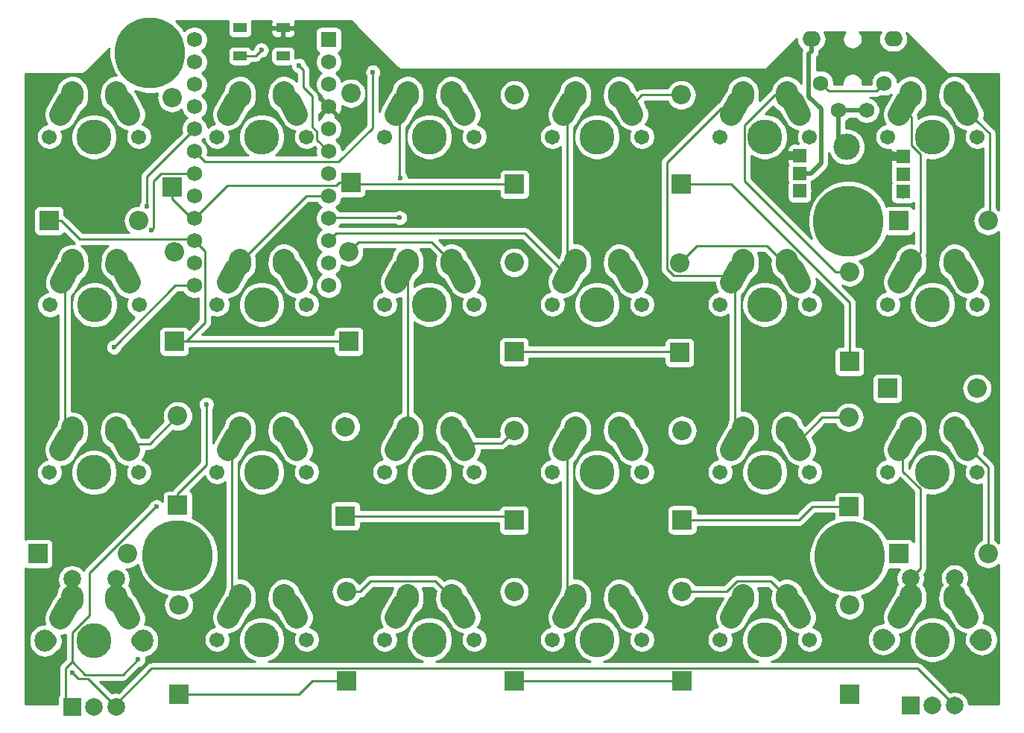
<source format=gbl>
G04 #@! TF.GenerationSoftware,KiCad,Pcbnew,(5.1.4)-1*
G04 #@! TF.CreationDate,2020-03-19T20:30:49-05:00*
G04 #@! TF.ProjectId,lets_split,6c657473-5f73-4706-9c69-742e6b696361,rev?*
G04 #@! TF.SameCoordinates,Original*
G04 #@! TF.FileFunction,Copper,L2,Bot*
G04 #@! TF.FilePolarity,Positive*
%FSLAX46Y46*%
G04 Gerber Fmt 4.6, Leading zero omitted, Abs format (unit mm)*
G04 Created by KiCad (PCBNEW (5.1.4)-1) date 2020-03-19 20:30:49*
%MOMM*%
%LPD*%
G04 APERTURE LIST*
%ADD10C,2.500000*%
%ADD11C,2.500000*%
%ADD12C,3.987810*%
%ADD13C,1.701810*%
%ADD14C,1.752600*%
%ADD15R,1.752600X1.752600*%
%ADD16R,2.200000X2.200000*%
%ADD17O,2.200000X2.200000*%
%ADD18R,2.000000X2.000000*%
%ADD19C,2.000000*%
%ADD20O,2.300000X2.500000*%
%ADD21C,1.524000*%
%ADD22R,1.524000X1.524000*%
%ADD23O,2.057400X1.752600*%
%ADD24C,8.000000*%
%ADD25C,3.000000*%
%ADD26R,1.500000X1.000000*%
%ADD27C,0.600000*%
%ADD28C,0.250000*%
%ADD29C,1.000000*%
%ADD30C,0.500000*%
%ADD31C,0.254000*%
G04 APERTURE END LIST*
D10*
X81120000Y-80160000D03*
D11*
X81100276Y-79870672D02*
X81139724Y-80449328D01*
D10*
X87195000Y-81680000D03*
D11*
X86790184Y-80949693D02*
X87599816Y-82410307D01*
D12*
X83600000Y-84950000D03*
D13*
X78520000Y-84950000D03*
X88680000Y-84950000D03*
D10*
X80195000Y-81680000D03*
D11*
X80600453Y-80950046D02*
X79789547Y-82409954D01*
D10*
X86120000Y-80160000D03*
D11*
X86139724Y-79870672D02*
X86100276Y-80449328D01*
D14*
X56896000Y-43434000D03*
X56896000Y-45974000D03*
X56896000Y-35814000D03*
X56896000Y-38354000D03*
X56896000Y-40894000D03*
X56896000Y-48514000D03*
X56896000Y-51054000D03*
X56896000Y-53594000D03*
X56896000Y-56134000D03*
X56896000Y-58674000D03*
X56896000Y-61214000D03*
X56896000Y-63754000D03*
X72136000Y-63754000D03*
X72136000Y-61214000D03*
X72136000Y-58674000D03*
X72136000Y-56134000D03*
X72136000Y-53594000D03*
X72136000Y-51054000D03*
X72136000Y-48514000D03*
X72136000Y-45974000D03*
X72136000Y-43434000D03*
X72136000Y-40894000D03*
X72136000Y-38354000D03*
D15*
X72136000Y-35814000D03*
D16*
X54356000Y-52578000D03*
D17*
X54356000Y-42418000D03*
D16*
X40386000Y-56388000D03*
D17*
X50546000Y-56388000D03*
D16*
X55000000Y-88750000D03*
D17*
X55000000Y-78590000D03*
D16*
X39116000Y-94234000D03*
D17*
X49276000Y-94234000D03*
D16*
X74676000Y-52070000D03*
D17*
X74676000Y-41910000D03*
D16*
X54610000Y-70104000D03*
D17*
X54610000Y-59944000D03*
D16*
X74050000Y-89950000D03*
D17*
X74050000Y-79790000D03*
D16*
X55118000Y-110236000D03*
D17*
X55118000Y-100076000D03*
D16*
X93250000Y-52250000D03*
D17*
X93250000Y-42090000D03*
D16*
X74422000Y-70104000D03*
D17*
X74422000Y-59944000D03*
D16*
X93218000Y-90424000D03*
D17*
X93218000Y-80264000D03*
D16*
X74168000Y-108712000D03*
D17*
X74168000Y-98552000D03*
D16*
X112200000Y-52250000D03*
D17*
X112200000Y-42090000D03*
D16*
X93218000Y-71300000D03*
D17*
X93218000Y-61140000D03*
D16*
X112300000Y-90400000D03*
D17*
X112300000Y-80240000D03*
D16*
X93218000Y-108712000D03*
D17*
X93218000Y-98552000D03*
D16*
X131318000Y-72390000D03*
D17*
X131318000Y-62230000D03*
D16*
X112014000Y-71374000D03*
D17*
X112014000Y-61214000D03*
X131250000Y-78740000D03*
D16*
X131250000Y-88900000D03*
X112268000Y-108712000D03*
D17*
X112268000Y-98552000D03*
D16*
X136906000Y-56388000D03*
D17*
X147066000Y-56388000D03*
D16*
X135636000Y-75438000D03*
D17*
X145796000Y-75438000D03*
D16*
X136906000Y-94234000D03*
D17*
X147066000Y-94234000D03*
D16*
X131318000Y-110236000D03*
D17*
X131318000Y-100076000D03*
D18*
X42989500Y-111633000D03*
D19*
X45489500Y-111633000D03*
X47989500Y-111633000D03*
D20*
X39889500Y-104133000D03*
X51089500Y-104133000D03*
D19*
X42989500Y-97133000D03*
X47989500Y-97133000D03*
D18*
X138256000Y-111493300D03*
D19*
X140756000Y-111493300D03*
X143256000Y-111493300D03*
D20*
X135156000Y-103993300D03*
X146356000Y-103993300D03*
D19*
X138256000Y-96993300D03*
X143256000Y-96993300D03*
D21*
X137410000Y-53110000D03*
X137390000Y-49100000D03*
X137410000Y-51110000D03*
D22*
X137400000Y-49100000D03*
X137400000Y-51100000D03*
X137400000Y-53100000D03*
D14*
X135256800Y-40749400D03*
X130049800Y-43848200D03*
D23*
X127001800Y-35745600D03*
D14*
X133250200Y-43848200D03*
X128043200Y-40749400D03*
D23*
X136298200Y-35745600D03*
D21*
X125660000Y-53010000D03*
X125640000Y-49000000D03*
X125660000Y-51010000D03*
D22*
X125650000Y-49000000D03*
X125650000Y-51000000D03*
X125650000Y-53000000D03*
D24*
X131350000Y-94550000D03*
X55000000Y-94500000D03*
X51850000Y-37300000D03*
X131200000Y-56450000D03*
D25*
X131000000Y-48000000D03*
D10*
X138270000Y-99210000D03*
D11*
X138250276Y-98920672D02*
X138289724Y-99499328D01*
D10*
X144345000Y-100730000D03*
D11*
X143940184Y-99999693D02*
X144749816Y-101460307D01*
D12*
X140750000Y-104000000D03*
D13*
X135670000Y-104000000D03*
X145830000Y-104000000D03*
D10*
X137345000Y-100730000D03*
D11*
X137750453Y-100000046D02*
X136939547Y-101459954D01*
D10*
X143270000Y-99210000D03*
D11*
X143289724Y-98920672D02*
X143250276Y-99499328D01*
D10*
X138270000Y-80160000D03*
D11*
X138250276Y-79870672D02*
X138289724Y-80449328D01*
D10*
X144345000Y-81680000D03*
D11*
X143940184Y-80949693D02*
X144749816Y-82410307D01*
D12*
X140750000Y-84950000D03*
D13*
X135670000Y-84950000D03*
X145830000Y-84950000D03*
D10*
X137345000Y-81680000D03*
D11*
X137750453Y-80950046D02*
X136939547Y-82409954D01*
D10*
X143270000Y-80160000D03*
D11*
X143289724Y-79870672D02*
X143250276Y-80449328D01*
D10*
X138270000Y-61110000D03*
D11*
X138250276Y-60820672D02*
X138289724Y-61399328D01*
D10*
X144345000Y-62630000D03*
D11*
X143940184Y-61899693D02*
X144749816Y-63360307D01*
D12*
X140750000Y-65900000D03*
D13*
X135670000Y-65900000D03*
X145830000Y-65900000D03*
D10*
X137345000Y-62630000D03*
D11*
X137750453Y-61900046D02*
X136939547Y-63359954D01*
D10*
X143270000Y-61110000D03*
D11*
X143289724Y-60820672D02*
X143250276Y-61399328D01*
D10*
X138270000Y-42060000D03*
D11*
X138250276Y-41770672D02*
X138289724Y-42349328D01*
D10*
X144345000Y-43580000D03*
D11*
X143940184Y-42849693D02*
X144749816Y-44310307D01*
D12*
X140750000Y-46850000D03*
D13*
X135670000Y-46850000D03*
X145830000Y-46850000D03*
D10*
X137345000Y-43580000D03*
D11*
X137750453Y-42850046D02*
X136939547Y-44309954D01*
D10*
X143270000Y-42060000D03*
D11*
X143289724Y-41770672D02*
X143250276Y-42349328D01*
D10*
X119220000Y-99210000D03*
D11*
X119200276Y-98920672D02*
X119239724Y-99499328D01*
D10*
X125295000Y-100730000D03*
D11*
X124890184Y-99999693D02*
X125699816Y-101460307D01*
D12*
X121700000Y-104000000D03*
D13*
X116620000Y-104000000D03*
X126780000Y-104000000D03*
D10*
X118295000Y-100730000D03*
D11*
X118700453Y-100000046D02*
X117889547Y-101459954D01*
D10*
X124220000Y-99210000D03*
D11*
X124239724Y-98920672D02*
X124200276Y-99499328D01*
D10*
X119220000Y-80160000D03*
D11*
X119200276Y-79870672D02*
X119239724Y-80449328D01*
D10*
X125295000Y-81680000D03*
D11*
X124890184Y-80949693D02*
X125699816Y-82410307D01*
D12*
X121700000Y-84950000D03*
D13*
X116620000Y-84950000D03*
X126780000Y-84950000D03*
D10*
X118295000Y-81680000D03*
D11*
X118700453Y-80950046D02*
X117889547Y-82409954D01*
D10*
X124220000Y-80160000D03*
D11*
X124239724Y-79870672D02*
X124200276Y-80449328D01*
D10*
X119220000Y-61110000D03*
D11*
X119200276Y-60820672D02*
X119239724Y-61399328D01*
D10*
X125295000Y-62630000D03*
D11*
X124890184Y-61899693D02*
X125699816Y-63360307D01*
D12*
X121700000Y-65900000D03*
D13*
X116620000Y-65900000D03*
X126780000Y-65900000D03*
D10*
X118295000Y-62630000D03*
D11*
X118700453Y-61900046D02*
X117889547Y-63359954D01*
D10*
X124220000Y-61110000D03*
D11*
X124239724Y-60820672D02*
X124200276Y-61399328D01*
D10*
X119220000Y-42060000D03*
D11*
X119200276Y-41770672D02*
X119239724Y-42349328D01*
D10*
X125295000Y-43580000D03*
D11*
X124890184Y-42849693D02*
X125699816Y-44310307D01*
D12*
X121700000Y-46850000D03*
D13*
X116620000Y-46850000D03*
X126780000Y-46850000D03*
D10*
X118295000Y-43580000D03*
D11*
X118700453Y-42850046D02*
X117889547Y-44309954D01*
D10*
X124220000Y-42060000D03*
D11*
X124239724Y-41770672D02*
X124200276Y-42349328D01*
D10*
X100170000Y-99210000D03*
D11*
X100150276Y-98920672D02*
X100189724Y-99499328D01*
D10*
X106245000Y-100730000D03*
D11*
X105840184Y-99999693D02*
X106649816Y-101460307D01*
D12*
X102650000Y-104000000D03*
D13*
X97570000Y-104000000D03*
X107730000Y-104000000D03*
D10*
X99245000Y-100730000D03*
D11*
X99650453Y-100000046D02*
X98839547Y-101459954D01*
D10*
X105170000Y-99210000D03*
D11*
X105189724Y-98920672D02*
X105150276Y-99499328D01*
D10*
X100170000Y-80160000D03*
D11*
X100150276Y-79870672D02*
X100189724Y-80449328D01*
D10*
X106245000Y-81680000D03*
D11*
X105840184Y-80949693D02*
X106649816Y-82410307D01*
D12*
X102650000Y-84950000D03*
D13*
X97570000Y-84950000D03*
X107730000Y-84950000D03*
D10*
X99245000Y-81680000D03*
D11*
X99650453Y-80950046D02*
X98839547Y-82409954D01*
D10*
X105170000Y-80160000D03*
D11*
X105189724Y-79870672D02*
X105150276Y-80449328D01*
D10*
X100170000Y-61110000D03*
D11*
X100150276Y-60820672D02*
X100189724Y-61399328D01*
D10*
X106245000Y-62630000D03*
D11*
X105840184Y-61899693D02*
X106649816Y-63360307D01*
D12*
X102650000Y-65900000D03*
D13*
X97570000Y-65900000D03*
X107730000Y-65900000D03*
D10*
X99245000Y-62630000D03*
D11*
X99650453Y-61900046D02*
X98839547Y-63359954D01*
D10*
X105170000Y-61110000D03*
D11*
X105189724Y-60820672D02*
X105150276Y-61399328D01*
D10*
X100170000Y-42060000D03*
D11*
X100150276Y-41770672D02*
X100189724Y-42349328D01*
D10*
X106245000Y-43580000D03*
D11*
X105840184Y-42849693D02*
X106649816Y-44310307D01*
D12*
X102650000Y-46850000D03*
D13*
X97570000Y-46850000D03*
X107730000Y-46850000D03*
D10*
X99245000Y-43580000D03*
D11*
X99650453Y-42850046D02*
X98839547Y-44309954D01*
D10*
X105170000Y-42060000D03*
D11*
X105189724Y-41770672D02*
X105150276Y-42349328D01*
D10*
X81120000Y-99210000D03*
D11*
X81100276Y-98920672D02*
X81139724Y-99499328D01*
D10*
X87195000Y-100730000D03*
D11*
X86790184Y-99999693D02*
X87599816Y-101460307D01*
D12*
X83600000Y-104000000D03*
D13*
X78520000Y-104000000D03*
X88680000Y-104000000D03*
D10*
X80195000Y-100730000D03*
D11*
X80600453Y-100000046D02*
X79789547Y-101459954D01*
D10*
X86120000Y-99210000D03*
D11*
X86139724Y-98920672D02*
X86100276Y-99499328D01*
D10*
X81120000Y-61110000D03*
D11*
X81100276Y-60820672D02*
X81139724Y-61399328D01*
D10*
X87195000Y-62630000D03*
D11*
X86790184Y-61899693D02*
X87599816Y-63360307D01*
D12*
X83600000Y-65900000D03*
D13*
X78520000Y-65900000D03*
X88680000Y-65900000D03*
D10*
X80195000Y-62630000D03*
D11*
X80600453Y-61900046D02*
X79789547Y-63359954D01*
D10*
X86120000Y-61110000D03*
D11*
X86139724Y-60820672D02*
X86100276Y-61399328D01*
D10*
X81120000Y-42060000D03*
D11*
X81100276Y-41770672D02*
X81139724Y-42349328D01*
D10*
X87195000Y-43580000D03*
D11*
X86790184Y-42849693D02*
X87599816Y-44310307D01*
D12*
X83600000Y-46850000D03*
D13*
X78520000Y-46850000D03*
X88680000Y-46850000D03*
D10*
X80195000Y-43580000D03*
D11*
X80600453Y-42850046D02*
X79789547Y-44309954D01*
D10*
X86120000Y-42060000D03*
D11*
X86139724Y-41770672D02*
X86100276Y-42349328D01*
D10*
X62070000Y-99210000D03*
D11*
X62050276Y-98920672D02*
X62089724Y-99499328D01*
D10*
X68145000Y-100730000D03*
D11*
X67740184Y-99999693D02*
X68549816Y-101460307D01*
D12*
X64550000Y-104000000D03*
D13*
X59470000Y-104000000D03*
X69630000Y-104000000D03*
D10*
X61145000Y-100730000D03*
D11*
X61550453Y-100000046D02*
X60739547Y-101459954D01*
D10*
X67070000Y-99210000D03*
D11*
X67089724Y-98920672D02*
X67050276Y-99499328D01*
D10*
X62070000Y-80160000D03*
D11*
X62050276Y-79870672D02*
X62089724Y-80449328D01*
D10*
X68145000Y-81680000D03*
D11*
X67740184Y-80949693D02*
X68549816Y-82410307D01*
D12*
X64550000Y-84950000D03*
D13*
X59470000Y-84950000D03*
X69630000Y-84950000D03*
D10*
X61145000Y-81680000D03*
D11*
X61550453Y-80950046D02*
X60739547Y-82409954D01*
D10*
X67070000Y-80160000D03*
D11*
X67089724Y-79870672D02*
X67050276Y-80449328D01*
D10*
X62070000Y-61110000D03*
D11*
X62050276Y-60820672D02*
X62089724Y-61399328D01*
D10*
X68145000Y-62630000D03*
D11*
X67740184Y-61899693D02*
X68549816Y-63360307D01*
D12*
X64550000Y-65900000D03*
D13*
X59470000Y-65900000D03*
X69630000Y-65900000D03*
D10*
X61145000Y-62630000D03*
D11*
X61550453Y-61900046D02*
X60739547Y-63359954D01*
D10*
X67070000Y-61110000D03*
D11*
X67089724Y-60820672D02*
X67050276Y-61399328D01*
D10*
X62070000Y-42060000D03*
D11*
X62050276Y-41770672D02*
X62089724Y-42349328D01*
D10*
X68145000Y-43580000D03*
D11*
X67740184Y-42849693D02*
X68549816Y-44310307D01*
D12*
X64550000Y-46850000D03*
D13*
X59470000Y-46850000D03*
X69630000Y-46850000D03*
D10*
X61145000Y-43580000D03*
D11*
X61550453Y-42850046D02*
X60739547Y-44309954D01*
D10*
X67070000Y-42060000D03*
D11*
X67089724Y-41770672D02*
X67050276Y-42349328D01*
D10*
X43020000Y-99360000D03*
D11*
X43000276Y-99070672D02*
X43039724Y-99649328D01*
D10*
X49095000Y-100880000D03*
D11*
X48690184Y-100149693D02*
X49499816Y-101610307D01*
D12*
X45500000Y-104150000D03*
D13*
X40420000Y-104150000D03*
X50580000Y-104150000D03*
D10*
X42095000Y-100880000D03*
D11*
X42500453Y-100150046D02*
X41689547Y-101609954D01*
D10*
X48020000Y-99360000D03*
D11*
X48039724Y-99070672D02*
X48000276Y-99649328D01*
D10*
X43020000Y-80210000D03*
D11*
X43000276Y-79920672D02*
X43039724Y-80499328D01*
D10*
X49095000Y-81730000D03*
D11*
X48690184Y-80999693D02*
X49499816Y-82460307D01*
D12*
X45500000Y-85000000D03*
D13*
X40420000Y-85000000D03*
X50580000Y-85000000D03*
D10*
X42095000Y-81730000D03*
D11*
X42500453Y-81000046D02*
X41689547Y-82459954D01*
D10*
X48020000Y-80210000D03*
D11*
X48039724Y-79920672D02*
X48000276Y-80499328D01*
D10*
X43070000Y-61160000D03*
D11*
X43050276Y-60870672D02*
X43089724Y-61449328D01*
D10*
X49145000Y-62680000D03*
D11*
X48740184Y-61949693D02*
X49549816Y-63410307D01*
D12*
X45550000Y-65950000D03*
D13*
X40470000Y-65950000D03*
X50630000Y-65950000D03*
D10*
X42145000Y-62680000D03*
D11*
X42550453Y-61950046D02*
X41739547Y-63409954D01*
D10*
X48070000Y-61160000D03*
D11*
X48089724Y-60870672D02*
X48050276Y-61449328D01*
D10*
X43020000Y-42060000D03*
D11*
X43000276Y-41770672D02*
X43039724Y-42349328D01*
D10*
X49095000Y-43580000D03*
D11*
X48690184Y-42849693D02*
X49499816Y-44310307D01*
D12*
X45500000Y-46850000D03*
D13*
X40420000Y-46850000D03*
X50580000Y-46850000D03*
D10*
X42095000Y-43580000D03*
D11*
X42500453Y-42850046D02*
X41689547Y-44309954D01*
D10*
X48020000Y-42060000D03*
D11*
X48039724Y-41770672D02*
X48000276Y-42349328D01*
D26*
X62066000Y-37668000D03*
X62066000Y-34468000D03*
X66966000Y-37668000D03*
X66966000Y-34468000D03*
D27*
X68750000Y-38750000D03*
X58249998Y-77250000D03*
X47750000Y-70750002D03*
X64500000Y-37000000D03*
X64500000Y-35500000D03*
X127750000Y-69500000D03*
X77174265Y-39499999D03*
X80195000Y-56055000D03*
X80250000Y-51500000D03*
X43000000Y-107750000D03*
X51971001Y-57500000D03*
X50500000Y-106250000D03*
X52596001Y-88900998D03*
X51500000Y-54750000D03*
D28*
X69250000Y-39250000D02*
X68750000Y-38750000D01*
X72136000Y-48514000D02*
X70805906Y-47183906D01*
X70805906Y-46285564D02*
X70250000Y-45729658D01*
X70250000Y-45729658D02*
X70250000Y-42250000D01*
X70805906Y-47183906D02*
X70805906Y-46285564D01*
X70250000Y-42250000D02*
X69250000Y-41250000D01*
X69250000Y-41250000D02*
X69250000Y-39250000D01*
X131318000Y-65671870D02*
X131318000Y-72390000D01*
X117896130Y-52250000D02*
X131318000Y-65671870D01*
X112200000Y-52250000D02*
X117896130Y-52250000D01*
X60637301Y-52392699D02*
X56896000Y-56134000D01*
X73003301Y-52392699D02*
X60637301Y-52392699D01*
X73326000Y-52070000D02*
X73003301Y-52392699D01*
X74676000Y-52070000D02*
X73326000Y-52070000D01*
X56562000Y-56134000D02*
X56896000Y-56134000D01*
X54356000Y-53928000D02*
X56562000Y-56134000D01*
X54356000Y-52578000D02*
X54356000Y-53928000D01*
X74856000Y-52250000D02*
X74676000Y-52070000D01*
X93250000Y-52250000D02*
X74856000Y-52250000D01*
X55960000Y-70104000D02*
X74422000Y-70104000D01*
X111940000Y-71300000D02*
X112014000Y-71374000D01*
X93218000Y-71300000D02*
X111940000Y-71300000D01*
X56740999Y-58518999D02*
X56896000Y-58674000D01*
X43866999Y-58518999D02*
X56740999Y-58518999D01*
X40386000Y-56388000D02*
X41736000Y-56388000D01*
X41736000Y-56388000D02*
X43866999Y-58518999D01*
X54610000Y-70104000D02*
X55960000Y-70104000D01*
X58097301Y-67966699D02*
X58097301Y-59875301D01*
X55960000Y-70104000D02*
X58097301Y-67966699D01*
X58097301Y-59875301D02*
X56896000Y-58674000D01*
X92744000Y-89950000D02*
X93218000Y-90424000D01*
X74050000Y-89950000D02*
X92744000Y-89950000D01*
X112300000Y-90400000D02*
X125600000Y-90400000D01*
X127100000Y-88900000D02*
X131250000Y-88900000D01*
X125600000Y-90400000D02*
X127100000Y-88900000D01*
X55000000Y-88750000D02*
X55000000Y-87400000D01*
X58249998Y-84150002D02*
X58249998Y-77250000D01*
X55000000Y-87400000D02*
X58249998Y-84150002D01*
X55118000Y-110236000D02*
X68764000Y-110236000D01*
X70288000Y-108712000D02*
X74168000Y-108712000D01*
X68764000Y-110236000D02*
X70288000Y-108712000D01*
X93218000Y-108712000D02*
X112268000Y-108712000D01*
X54746002Y-63754000D02*
X47750000Y-70750002D01*
X56896000Y-63754000D02*
X54746002Y-63754000D01*
X51860000Y-81730000D02*
X49095000Y-81730000D01*
X55000000Y-78590000D02*
X51860000Y-81730000D01*
X85045468Y-60035468D02*
X86120000Y-61110000D01*
X83854001Y-58844001D02*
X85045468Y-60035468D01*
X75521999Y-58844001D02*
X83854001Y-58844001D01*
X74422000Y-59944000D02*
X75521999Y-58844001D01*
X91802000Y-81680000D02*
X87195000Y-81680000D01*
X93218000Y-80264000D02*
X91802000Y-81680000D01*
X85045468Y-98135468D02*
X86120000Y-99210000D01*
X84258557Y-97348557D02*
X85045468Y-98135468D01*
X76927077Y-97348557D02*
X84258557Y-97348557D01*
X75723634Y-98552000D02*
X76927077Y-97348557D01*
X74168000Y-98552000D02*
X75723634Y-98552000D01*
X107735000Y-42090000D02*
X106245000Y-43580000D01*
X112200000Y-42090000D02*
X107735000Y-42090000D01*
X122867099Y-42060000D02*
X124220000Y-42060000D01*
X119381094Y-45546005D02*
X122867099Y-42060000D01*
X119381094Y-51848728D02*
X119381094Y-45546005D01*
X129762366Y-62230000D02*
X119381094Y-51848728D01*
X131318000Y-62230000D02*
X129762366Y-62230000D01*
X123791009Y-61126009D02*
X125295000Y-62630000D01*
X121913557Y-59248557D02*
X123791009Y-61126009D01*
X113979443Y-59248557D02*
X121913557Y-59248557D01*
X112014000Y-61214000D02*
X113979443Y-59248557D01*
X128235000Y-78740000D02*
X125295000Y-81680000D01*
X131250000Y-78740000D02*
X128235000Y-78740000D01*
X123145468Y-98135468D02*
X124220000Y-99210000D01*
X122358557Y-97348557D02*
X123145468Y-98135468D01*
X118545315Y-97348557D02*
X122358557Y-97348557D01*
X117341872Y-98552000D02*
X118545315Y-97348557D01*
X112268000Y-98552000D02*
X117341872Y-98552000D01*
X145848991Y-45083991D02*
X144345000Y-43580000D01*
X147250000Y-46485000D02*
X145848991Y-45083991D01*
X147066000Y-56388000D02*
X147250000Y-56204000D01*
X147250000Y-56204000D02*
X147250000Y-46485000D01*
X62066000Y-37668000D02*
X63832000Y-37668000D01*
X63832000Y-37668000D02*
X64500000Y-37000000D01*
D29*
X125640000Y-49000000D02*
X124562370Y-49000000D01*
D30*
X124388000Y-49000000D02*
X123750000Y-49638000D01*
X125650000Y-49000000D02*
X124388000Y-49000000D01*
D29*
X136312370Y-49100000D02*
X136212370Y-49000000D01*
X137390000Y-49100000D02*
X136312370Y-49100000D01*
D28*
X128919499Y-41625699D02*
X128043200Y-40749400D01*
X134380501Y-41625699D02*
X128919499Y-41625699D01*
X135256800Y-40749400D02*
X134380501Y-41625699D01*
X56896000Y-48514000D02*
X58097301Y-49715301D01*
X77174265Y-45825735D02*
X77174265Y-39499999D01*
X73284699Y-49715301D02*
X77174265Y-45825735D01*
X58097301Y-49715301D02*
X73284699Y-49715301D01*
D30*
X130049800Y-43848200D02*
X133250200Y-43848200D01*
X130049800Y-47049800D02*
X131000000Y-48000000D01*
X130049800Y-43848200D02*
X130049800Y-47049800D01*
D28*
X42145000Y-81680000D02*
X42095000Y-81730000D01*
X42145000Y-62680000D02*
X42145000Y-81680000D01*
X61145000Y-81680000D02*
X61145000Y-100730000D01*
X69586000Y-53594000D02*
X72136000Y-53594000D01*
X62070000Y-61110000D02*
X69586000Y-53594000D01*
X81120000Y-80160000D02*
X81120000Y-61110000D01*
X72215000Y-56055000D02*
X72136000Y-56134000D01*
X80195000Y-56055000D02*
X72215000Y-56055000D01*
X80195000Y-43580000D02*
X80195000Y-51445000D01*
X80195000Y-51445000D02*
X80250000Y-51500000D01*
X99245000Y-81680000D02*
X99245000Y-100730000D01*
X99245000Y-62630000D02*
X99245000Y-43580000D01*
X73012299Y-57797701D02*
X72136000Y-58674000D01*
X94412701Y-57797701D02*
X73012299Y-57797701D01*
X99245000Y-62630000D02*
X94412701Y-57797701D01*
X118295000Y-62630000D02*
X118295000Y-81680000D01*
X116765115Y-43580000D02*
X118295000Y-43580000D01*
X110588999Y-49756116D02*
X116765115Y-43580000D01*
X110588999Y-61898001D02*
X110588999Y-49756116D01*
X111329999Y-62639001D02*
X110588999Y-61898001D01*
X116756114Y-62639001D02*
X111329999Y-62639001D01*
X116765115Y-62630000D02*
X116756114Y-62639001D01*
X118295000Y-62630000D02*
X116765115Y-62630000D01*
X139344531Y-60035469D02*
X138270000Y-61110000D01*
X139344531Y-48844531D02*
X139344531Y-60035469D01*
X138334984Y-47834984D02*
X139344531Y-48844531D01*
X138334984Y-44569984D02*
X138334984Y-47834984D01*
X137345000Y-43580000D02*
X138334984Y-44569984D01*
X139344531Y-95904769D02*
X138256000Y-96993300D01*
X139344531Y-86863437D02*
X139344531Y-95904769D01*
X137345000Y-84863906D02*
X139344531Y-86863437D01*
X137345000Y-81680000D02*
X137345000Y-84863906D01*
D30*
X126902000Y-51010000D02*
X125660000Y-51010000D01*
X128080906Y-49831094D02*
X126902000Y-51010000D01*
X128080906Y-43640541D02*
X128080906Y-49831094D01*
X126716899Y-42276534D02*
X128080906Y-43640541D01*
X126716899Y-37406801D02*
X126716899Y-42276534D01*
X127001800Y-37121900D02*
X126716899Y-37406801D01*
X127001800Y-35745600D02*
X127001800Y-37121900D01*
D28*
X139049699Y-107286999D02*
X143256000Y-111493300D01*
X43000000Y-107750000D02*
X43700010Y-108450010D01*
X43700010Y-108450010D02*
X44806510Y-108450010D01*
X44806510Y-108450010D02*
X47956490Y-111599990D01*
X52040511Y-107286999D02*
X139049699Y-107286999D01*
X47956490Y-111599990D02*
X47989500Y-111599990D01*
X47989500Y-111599990D02*
X47989500Y-111338011D01*
X47989500Y-111338011D02*
X52040511Y-107286999D01*
X52271000Y-51877998D02*
X53094998Y-51054000D01*
X51971001Y-57500000D02*
X52271000Y-57200001D01*
X53094998Y-51054000D02*
X56896000Y-51054000D01*
X52271000Y-57200001D02*
X52271000Y-51877998D01*
X44479000Y-108000000D02*
X42989500Y-106510500D01*
X48750000Y-108000000D02*
X44479000Y-108000000D01*
X50500000Y-106250000D02*
X48750000Y-108000000D01*
X42989500Y-103228518D02*
X42989500Y-106510500D01*
X45000000Y-101218018D02*
X42989500Y-103228518D01*
X45000000Y-96400998D02*
X45000000Y-101218018D01*
X52500000Y-88900998D02*
X45000000Y-96400998D01*
X42250000Y-110860490D02*
X42989500Y-111599990D01*
X42989500Y-106510500D02*
X42250000Y-107250000D01*
X42250000Y-107250000D02*
X42250000Y-110860490D01*
X52500000Y-88900998D02*
X52596001Y-88900998D01*
X56896000Y-45974000D02*
X51500000Y-51370000D01*
X51500000Y-51370000D02*
X51500000Y-54750000D01*
X147066000Y-84401000D02*
X144345000Y-81680000D01*
X147066000Y-94234000D02*
X147066000Y-84401000D01*
D31*
G36*
X60726498Y-33723820D02*
G01*
X60690188Y-33843518D01*
X60677928Y-33968000D01*
X60677928Y-34968000D01*
X60690188Y-35092482D01*
X60726498Y-35212180D01*
X60785463Y-35322494D01*
X60864815Y-35419185D01*
X60961506Y-35498537D01*
X61071820Y-35557502D01*
X61191518Y-35593812D01*
X61316000Y-35606072D01*
X62816000Y-35606072D01*
X62940482Y-35593812D01*
X63060180Y-35557502D01*
X63170494Y-35498537D01*
X63267185Y-35419185D01*
X63346537Y-35322494D01*
X63405502Y-35212180D01*
X63441812Y-35092482D01*
X63454072Y-34968000D01*
X65577928Y-34968000D01*
X65590188Y-35092482D01*
X65626498Y-35212180D01*
X65685463Y-35322494D01*
X65764815Y-35419185D01*
X65861506Y-35498537D01*
X65971820Y-35557502D01*
X66091518Y-35593812D01*
X66216000Y-35606072D01*
X66680250Y-35603000D01*
X66839000Y-35444250D01*
X66839000Y-34595000D01*
X67093000Y-34595000D01*
X67093000Y-35444250D01*
X67251750Y-35603000D01*
X67716000Y-35606072D01*
X67840482Y-35593812D01*
X67960180Y-35557502D01*
X68070494Y-35498537D01*
X68167185Y-35419185D01*
X68246537Y-35322494D01*
X68305502Y-35212180D01*
X68341812Y-35092482D01*
X68354072Y-34968000D01*
X68351000Y-34753750D01*
X68192250Y-34595000D01*
X67093000Y-34595000D01*
X66839000Y-34595000D01*
X65739750Y-34595000D01*
X65581000Y-34753750D01*
X65577928Y-34968000D01*
X63454072Y-34968000D01*
X63454072Y-33968000D01*
X63441812Y-33843518D01*
X63405502Y-33723820D01*
X63398115Y-33710000D01*
X65633885Y-33710000D01*
X65626498Y-33723820D01*
X65590188Y-33843518D01*
X65577928Y-33968000D01*
X65581000Y-34182250D01*
X65739750Y-34341000D01*
X66839000Y-34341000D01*
X66839000Y-34321000D01*
X67093000Y-34321000D01*
X67093000Y-34341000D01*
X68192250Y-34341000D01*
X68351000Y-34182250D01*
X68354072Y-33968000D01*
X68341812Y-33843518D01*
X68305502Y-33723820D01*
X68298115Y-33710000D01*
X74705909Y-33710000D01*
X79973288Y-38977379D01*
X79995525Y-39004475D01*
X80103637Y-39093200D01*
X80226980Y-39159128D01*
X80360816Y-39199727D01*
X80465123Y-39210000D01*
X80465125Y-39210000D01*
X80500000Y-39213435D01*
X80534875Y-39210000D01*
X121465125Y-39210000D01*
X121500000Y-39213435D01*
X121534875Y-39210000D01*
X121534877Y-39210000D01*
X121639184Y-39199727D01*
X121773020Y-39159128D01*
X121896363Y-39093200D01*
X122004475Y-39004475D01*
X122026712Y-38977379D01*
X125338687Y-35665404D01*
X125330788Y-35745600D01*
X125359968Y-36041867D01*
X125446385Y-36326748D01*
X125586720Y-36589296D01*
X125775579Y-36819421D01*
X125950596Y-36963054D01*
X125895310Y-37066489D01*
X125860847Y-37180096D01*
X125844704Y-37233311D01*
X125843111Y-37249487D01*
X125831899Y-37363325D01*
X125831899Y-37363332D01*
X125827618Y-37406801D01*
X125831899Y-37450270D01*
X125831900Y-40756831D01*
X125667061Y-40525523D01*
X125396719Y-40270989D01*
X125081913Y-40074086D01*
X124734743Y-39942382D01*
X124368550Y-39880939D01*
X123997407Y-39892117D01*
X123635575Y-39975486D01*
X123296960Y-40127844D01*
X122994575Y-40343335D01*
X122740041Y-40613677D01*
X122543137Y-40928483D01*
X122411434Y-41275653D01*
X122377356Y-41478754D01*
X122327098Y-41519999D01*
X122303300Y-41548997D01*
X121075654Y-42776644D01*
X121118279Y-42591645D01*
X121126656Y-42313504D01*
X121074613Y-41550084D01*
X121028566Y-41275653D01*
X120896863Y-40928483D01*
X120699959Y-40613677D01*
X120445425Y-40343335D01*
X120143040Y-40127844D01*
X119804425Y-39975486D01*
X119442593Y-39892117D01*
X119071450Y-39880939D01*
X118705257Y-39942382D01*
X118358087Y-40074085D01*
X118043281Y-40270989D01*
X117772939Y-40525523D01*
X117557448Y-40827908D01*
X117405090Y-41166523D01*
X117321721Y-41528355D01*
X117320702Y-41562176D01*
X117255868Y-41624950D01*
X117097556Y-41853794D01*
X116542335Y-42853382D01*
X116472868Y-42874454D01*
X116340838Y-42945026D01*
X116282175Y-42993170D01*
X116225114Y-43039999D01*
X116201316Y-43068997D01*
X110077997Y-49192317D01*
X110048999Y-49216115D01*
X110025201Y-49245113D01*
X110025200Y-49245114D01*
X109954025Y-49331840D01*
X109883453Y-49463870D01*
X109839997Y-49607131D01*
X109825323Y-49756116D01*
X109829000Y-49793448D01*
X109828999Y-61860679D01*
X109825323Y-61898001D01*
X109828999Y-61935323D01*
X109828999Y-61935333D01*
X109839996Y-62046986D01*
X109864571Y-62127999D01*
X109883453Y-62190247D01*
X109954025Y-62322277D01*
X109966727Y-62337754D01*
X110048998Y-62438002D01*
X110078001Y-62461804D01*
X110766200Y-63150003D01*
X110789998Y-63179002D01*
X110905723Y-63273975D01*
X111037752Y-63344547D01*
X111181013Y-63388004D01*
X111292666Y-63399001D01*
X111292675Y-63399001D01*
X111329998Y-63402677D01*
X111367321Y-63399001D01*
X116003672Y-63399001D01*
X116001797Y-63515156D01*
X116068348Y-63880455D01*
X116204886Y-64225752D01*
X116343129Y-64440057D01*
X116186577Y-64471197D01*
X115916160Y-64583208D01*
X115672791Y-64745822D01*
X115465822Y-64952791D01*
X115303208Y-65196160D01*
X115191197Y-65466577D01*
X115134095Y-65753651D01*
X115134095Y-66046349D01*
X115191197Y-66333423D01*
X115303208Y-66603840D01*
X115465822Y-66847209D01*
X115672791Y-67054178D01*
X115916160Y-67216792D01*
X116186577Y-67328803D01*
X116473651Y-67385905D01*
X116766349Y-67385905D01*
X117053423Y-67328803D01*
X117323840Y-67216792D01*
X117535000Y-67075699D01*
X117535001Y-78977797D01*
X117405090Y-79266523D01*
X117321721Y-79628355D01*
X117320702Y-79662176D01*
X117255868Y-79724950D01*
X117097556Y-79953794D01*
X116196725Y-81575598D01*
X116086100Y-81830931D01*
X116007791Y-82193892D01*
X116001797Y-82565156D01*
X116068348Y-82930455D01*
X116204886Y-83275752D01*
X116343129Y-83490057D01*
X116186577Y-83521197D01*
X115916160Y-83633208D01*
X115672791Y-83795822D01*
X115465822Y-84002791D01*
X115303208Y-84246160D01*
X115191197Y-84516577D01*
X115134095Y-84803651D01*
X115134095Y-85096349D01*
X115191197Y-85383423D01*
X115303208Y-85653840D01*
X115465822Y-85897209D01*
X115672791Y-86104178D01*
X115916160Y-86266792D01*
X116186577Y-86378803D01*
X116473651Y-86435905D01*
X116766349Y-86435905D01*
X117053423Y-86378803D01*
X117323840Y-86266792D01*
X117567209Y-86104178D01*
X117774178Y-85897209D01*
X117936792Y-85653840D01*
X118048803Y-85383423D01*
X118105905Y-85096349D01*
X118105905Y-84803651D01*
X118083513Y-84691075D01*
X119071095Y-84691075D01*
X119071095Y-85208925D01*
X119172122Y-85716823D01*
X119370295Y-86195253D01*
X119657996Y-86625829D01*
X120024171Y-86992004D01*
X120454747Y-87279705D01*
X120933177Y-87477878D01*
X121441075Y-87578905D01*
X121958925Y-87578905D01*
X122466823Y-87477878D01*
X122945253Y-87279705D01*
X123375829Y-86992004D01*
X123742004Y-86625829D01*
X124029705Y-86195253D01*
X124227878Y-85716823D01*
X124328905Y-85208925D01*
X124328905Y-84691075D01*
X124227878Y-84183177D01*
X124029705Y-83704747D01*
X123742004Y-83274171D01*
X123375829Y-82907996D01*
X122945253Y-82620295D01*
X122466823Y-82422122D01*
X121958925Y-82321095D01*
X121441075Y-82321095D01*
X120933177Y-82422122D01*
X120454747Y-82620295D01*
X120024171Y-82907996D01*
X119657996Y-83274171D01*
X119370295Y-83704747D01*
X119172122Y-84183177D01*
X119071095Y-84691075D01*
X118083513Y-84691075D01*
X118048803Y-84516577D01*
X117957559Y-84296296D01*
X118044749Y-84297704D01*
X118410048Y-84231153D01*
X118755345Y-84094615D01*
X119067371Y-83893335D01*
X119334132Y-83635050D01*
X119492444Y-83406206D01*
X120251334Y-82039946D01*
X120396719Y-81949011D01*
X120667061Y-81694477D01*
X120882552Y-81392092D01*
X121034910Y-81053477D01*
X121118279Y-80691645D01*
X121126655Y-80413505D01*
X122313344Y-80413505D01*
X122321721Y-80691645D01*
X122405090Y-81053477D01*
X122557448Y-81392092D01*
X122772939Y-81694477D01*
X123043281Y-81949011D01*
X123358087Y-82145915D01*
X123408678Y-82165107D01*
X124096050Y-83405160D01*
X124254163Y-83634143D01*
X124520699Y-83892660D01*
X124832549Y-84094212D01*
X125177726Y-84231051D01*
X125448901Y-84280699D01*
X125351197Y-84516577D01*
X125294095Y-84803651D01*
X125294095Y-85096349D01*
X125351197Y-85383423D01*
X125463208Y-85653840D01*
X125625822Y-85897209D01*
X125832791Y-86104178D01*
X126076160Y-86266792D01*
X126346577Y-86378803D01*
X126633651Y-86435905D01*
X126926349Y-86435905D01*
X127213423Y-86378803D01*
X127483840Y-86266792D01*
X127727209Y-86104178D01*
X127934178Y-85897209D01*
X128096792Y-85653840D01*
X128208803Y-85383423D01*
X128265905Y-85096349D01*
X128265905Y-84803651D01*
X128208803Y-84516577D01*
X128096792Y-84246160D01*
X127934178Y-84002791D01*
X127727209Y-83795822D01*
X127483840Y-83633208D01*
X127223553Y-83525393D01*
X127383721Y-83277574D01*
X127520560Y-82932396D01*
X127587430Y-82567155D01*
X127581760Y-82195885D01*
X127503767Y-81832856D01*
X127393365Y-81577427D01*
X127064915Y-80984887D01*
X128549802Y-79500000D01*
X129688934Y-79500000D01*
X129800421Y-79708578D01*
X130017234Y-79972766D01*
X130281422Y-80189579D01*
X130582832Y-80350686D01*
X130909881Y-80449895D01*
X131164775Y-80475000D01*
X131335225Y-80475000D01*
X131590119Y-80449895D01*
X131917168Y-80350686D01*
X132218578Y-80189579D01*
X132482766Y-79972766D01*
X132699579Y-79708578D01*
X132860686Y-79407168D01*
X132959895Y-79080119D01*
X132993394Y-78740000D01*
X132959895Y-78399881D01*
X132860686Y-78072832D01*
X132699579Y-77771422D01*
X132482766Y-77507234D01*
X132218578Y-77290421D01*
X131917168Y-77129314D01*
X131590119Y-77030105D01*
X131335225Y-77005000D01*
X131164775Y-77005000D01*
X130909881Y-77030105D01*
X130582832Y-77129314D01*
X130281422Y-77290421D01*
X130017234Y-77507234D01*
X129800421Y-77771422D01*
X129688934Y-77980000D01*
X128272323Y-77980000D01*
X128235000Y-77976324D01*
X128197677Y-77980000D01*
X128197667Y-77980000D01*
X128086014Y-77990997D01*
X127942753Y-78034454D01*
X127810724Y-78105026D01*
X127694999Y-78199999D01*
X127671201Y-78228997D01*
X126253856Y-79646342D01*
X126084598Y-79482177D01*
X126034910Y-79266523D01*
X125882552Y-78927908D01*
X125667061Y-78625523D01*
X125396719Y-78370989D01*
X125081913Y-78174086D01*
X124734743Y-78042382D01*
X124368550Y-77980939D01*
X123997407Y-77992117D01*
X123635575Y-78075486D01*
X123296960Y-78227844D01*
X122994575Y-78443335D01*
X122740041Y-78713677D01*
X122543137Y-79028483D01*
X122411434Y-79375653D01*
X122365387Y-79650084D01*
X122313344Y-80413505D01*
X121126655Y-80413505D01*
X121126656Y-80413504D01*
X121074613Y-79650084D01*
X121028566Y-79375653D01*
X120896863Y-79028483D01*
X120699959Y-78713677D01*
X120445425Y-78443335D01*
X120143040Y-78227844D01*
X119804425Y-78075486D01*
X119442593Y-77992117D01*
X119071450Y-77980939D01*
X119055000Y-77983699D01*
X119055000Y-74338000D01*
X133897928Y-74338000D01*
X133897928Y-76538000D01*
X133910188Y-76662482D01*
X133946498Y-76782180D01*
X134005463Y-76892494D01*
X134084815Y-76989185D01*
X134181506Y-77068537D01*
X134291820Y-77127502D01*
X134411518Y-77163812D01*
X134536000Y-77176072D01*
X136736000Y-77176072D01*
X136860482Y-77163812D01*
X136980180Y-77127502D01*
X137090494Y-77068537D01*
X137187185Y-76989185D01*
X137266537Y-76892494D01*
X137325502Y-76782180D01*
X137361812Y-76662482D01*
X137374072Y-76538000D01*
X137374072Y-75438000D01*
X144052606Y-75438000D01*
X144086105Y-75778119D01*
X144185314Y-76105168D01*
X144346421Y-76406578D01*
X144563234Y-76670766D01*
X144827422Y-76887579D01*
X145128832Y-77048686D01*
X145455881Y-77147895D01*
X145710775Y-77173000D01*
X145881225Y-77173000D01*
X146136119Y-77147895D01*
X146463168Y-77048686D01*
X146764578Y-76887579D01*
X147028766Y-76670766D01*
X147245579Y-76406578D01*
X147406686Y-76105168D01*
X147505895Y-75778119D01*
X147539394Y-75438000D01*
X147505895Y-75097881D01*
X147406686Y-74770832D01*
X147245579Y-74469422D01*
X147028766Y-74205234D01*
X146764578Y-73988421D01*
X146463168Y-73827314D01*
X146136119Y-73728105D01*
X145881225Y-73703000D01*
X145710775Y-73703000D01*
X145455881Y-73728105D01*
X145128832Y-73827314D01*
X144827422Y-73988421D01*
X144563234Y-74205234D01*
X144346421Y-74469422D01*
X144185314Y-74770832D01*
X144086105Y-75097881D01*
X144052606Y-75438000D01*
X137374072Y-75438000D01*
X137374072Y-74338000D01*
X137361812Y-74213518D01*
X137325502Y-74093820D01*
X137266537Y-73983506D01*
X137187185Y-73886815D01*
X137090494Y-73807463D01*
X136980180Y-73748498D01*
X136860482Y-73712188D01*
X136736000Y-73699928D01*
X134536000Y-73699928D01*
X134411518Y-73712188D01*
X134291820Y-73748498D01*
X134181506Y-73807463D01*
X134084815Y-73886815D01*
X134005463Y-73983506D01*
X133946498Y-74093820D01*
X133910188Y-74213518D01*
X133897928Y-74338000D01*
X119055000Y-74338000D01*
X119055000Y-65641075D01*
X119071095Y-65641075D01*
X119071095Y-66158925D01*
X119172122Y-66666823D01*
X119370295Y-67145253D01*
X119657996Y-67575829D01*
X120024171Y-67942004D01*
X120454747Y-68229705D01*
X120933177Y-68427878D01*
X121441075Y-68528905D01*
X121958925Y-68528905D01*
X122466823Y-68427878D01*
X122945253Y-68229705D01*
X123375829Y-67942004D01*
X123742004Y-67575829D01*
X124029705Y-67145253D01*
X124227878Y-66666823D01*
X124328905Y-66158925D01*
X124328905Y-65641075D01*
X124227878Y-65133177D01*
X124029705Y-64654747D01*
X123742004Y-64224171D01*
X123375829Y-63857996D01*
X122945253Y-63570295D01*
X122466823Y-63372122D01*
X121958925Y-63271095D01*
X121441075Y-63271095D01*
X120933177Y-63372122D01*
X120454747Y-63570295D01*
X120024171Y-63857996D01*
X119657996Y-64224171D01*
X119370295Y-64654747D01*
X119172122Y-65133177D01*
X119071095Y-65641075D01*
X119055000Y-65641075D01*
X119055000Y-64851315D01*
X119067371Y-64843335D01*
X119334132Y-64585050D01*
X119492444Y-64356206D01*
X120251334Y-62989946D01*
X120396719Y-62899011D01*
X120667061Y-62644477D01*
X120882552Y-62342092D01*
X121034910Y-62003477D01*
X121118279Y-61641645D01*
X121126656Y-61363504D01*
X121074613Y-60600084D01*
X121028566Y-60325653D01*
X120908272Y-60008557D01*
X121598756Y-60008557D01*
X122354212Y-60764013D01*
X122313344Y-61363505D01*
X122321721Y-61641645D01*
X122405090Y-62003477D01*
X122557448Y-62342092D01*
X122772939Y-62644477D01*
X123043281Y-62899011D01*
X123358087Y-63095915D01*
X123408678Y-63115107D01*
X124096050Y-64355160D01*
X124254163Y-64584143D01*
X124520699Y-64842660D01*
X124832549Y-65044212D01*
X125177726Y-65181051D01*
X125448901Y-65230699D01*
X125351197Y-65466577D01*
X125294095Y-65753651D01*
X125294095Y-66046349D01*
X125351197Y-66333423D01*
X125463208Y-66603840D01*
X125625822Y-66847209D01*
X125832791Y-67054178D01*
X126076160Y-67216792D01*
X126346577Y-67328803D01*
X126633651Y-67385905D01*
X126926349Y-67385905D01*
X127213423Y-67328803D01*
X127483840Y-67216792D01*
X127727209Y-67054178D01*
X127934178Y-66847209D01*
X128096792Y-66603840D01*
X128208803Y-66333423D01*
X128265905Y-66046349D01*
X128265905Y-65753651D01*
X128208803Y-65466577D01*
X128096792Y-65196160D01*
X127934178Y-64952791D01*
X127727209Y-64745822D01*
X127483840Y-64583208D01*
X127223553Y-64475393D01*
X127383721Y-64227574D01*
X127520560Y-63882396D01*
X127587430Y-63517155D01*
X127581760Y-63145885D01*
X127544697Y-62973368D01*
X130558000Y-65986672D01*
X130558001Y-70651928D01*
X130218000Y-70651928D01*
X130093518Y-70664188D01*
X129973820Y-70700498D01*
X129863506Y-70759463D01*
X129766815Y-70838815D01*
X129687463Y-70935506D01*
X129628498Y-71045820D01*
X129592188Y-71165518D01*
X129579928Y-71290000D01*
X129579928Y-73490000D01*
X129592188Y-73614482D01*
X129628498Y-73734180D01*
X129687463Y-73844494D01*
X129766815Y-73941185D01*
X129863506Y-74020537D01*
X129973820Y-74079502D01*
X130093518Y-74115812D01*
X130218000Y-74128072D01*
X132418000Y-74128072D01*
X132542482Y-74115812D01*
X132662180Y-74079502D01*
X132772494Y-74020537D01*
X132869185Y-73941185D01*
X132948537Y-73844494D01*
X133007502Y-73734180D01*
X133043812Y-73614482D01*
X133056072Y-73490000D01*
X133056072Y-71290000D01*
X133043812Y-71165518D01*
X133007502Y-71045820D01*
X132948537Y-70935506D01*
X132869185Y-70838815D01*
X132772494Y-70759463D01*
X132662180Y-70700498D01*
X132542482Y-70664188D01*
X132418000Y-70651928D01*
X132078000Y-70651928D01*
X132078000Y-65709203D01*
X132081677Y-65671870D01*
X132067003Y-65522884D01*
X132023546Y-65379623D01*
X131952974Y-65247594D01*
X131881799Y-65160867D01*
X131858001Y-65131869D01*
X131829004Y-65108072D01*
X130459175Y-63738243D01*
X130650832Y-63840686D01*
X130977881Y-63939895D01*
X131232775Y-63965000D01*
X131403225Y-63965000D01*
X131658119Y-63939895D01*
X131985168Y-63840686D01*
X132286578Y-63679579D01*
X132550766Y-63462766D01*
X132767579Y-63198578D01*
X132928686Y-62897168D01*
X133027895Y-62570119D01*
X133061394Y-62230000D01*
X133027895Y-61889881D01*
X132928686Y-61562832D01*
X132767579Y-61261422D01*
X132550766Y-60997234D01*
X132462385Y-60924702D01*
X132551980Y-60906880D01*
X133395496Y-60557484D01*
X134154640Y-60050240D01*
X134800240Y-59404640D01*
X135307484Y-58645496D01*
X135546211Y-58069159D01*
X135561820Y-58077502D01*
X135681518Y-58113812D01*
X135806000Y-58126072D01*
X138006000Y-58126072D01*
X138130482Y-58113812D01*
X138250180Y-58077502D01*
X138360494Y-58018537D01*
X138457185Y-57939185D01*
X138536537Y-57842494D01*
X138584532Y-57752703D01*
X138584532Y-58963300D01*
X138492593Y-58942117D01*
X138121450Y-58930939D01*
X137755257Y-58992382D01*
X137408087Y-59124085D01*
X137093281Y-59320989D01*
X136822939Y-59575523D01*
X136607448Y-59877908D01*
X136455090Y-60216523D01*
X136371721Y-60578355D01*
X136370702Y-60612176D01*
X136305868Y-60674950D01*
X136147556Y-60903794D01*
X135246725Y-62525598D01*
X135136100Y-62780931D01*
X135057791Y-63143892D01*
X135051797Y-63515156D01*
X135118348Y-63880455D01*
X135254886Y-64225752D01*
X135393129Y-64440057D01*
X135236577Y-64471197D01*
X134966160Y-64583208D01*
X134722791Y-64745822D01*
X134515822Y-64952791D01*
X134353208Y-65196160D01*
X134241197Y-65466577D01*
X134184095Y-65753651D01*
X134184095Y-66046349D01*
X134241197Y-66333423D01*
X134353208Y-66603840D01*
X134515822Y-66847209D01*
X134722791Y-67054178D01*
X134966160Y-67216792D01*
X135236577Y-67328803D01*
X135523651Y-67385905D01*
X135816349Y-67385905D01*
X136103423Y-67328803D01*
X136373840Y-67216792D01*
X136617209Y-67054178D01*
X136824178Y-66847209D01*
X136986792Y-66603840D01*
X137098803Y-66333423D01*
X137155905Y-66046349D01*
X137155905Y-65753651D01*
X137133513Y-65641075D01*
X138121095Y-65641075D01*
X138121095Y-66158925D01*
X138222122Y-66666823D01*
X138420295Y-67145253D01*
X138707996Y-67575829D01*
X139074171Y-67942004D01*
X139504747Y-68229705D01*
X139983177Y-68427878D01*
X140491075Y-68528905D01*
X141008925Y-68528905D01*
X141516823Y-68427878D01*
X141995253Y-68229705D01*
X142425829Y-67942004D01*
X142792004Y-67575829D01*
X143079705Y-67145253D01*
X143277878Y-66666823D01*
X143378905Y-66158925D01*
X143378905Y-65641075D01*
X143277878Y-65133177D01*
X143079705Y-64654747D01*
X142792004Y-64224171D01*
X142425829Y-63857996D01*
X141995253Y-63570295D01*
X141516823Y-63372122D01*
X141008925Y-63271095D01*
X140491075Y-63271095D01*
X139983177Y-63372122D01*
X139504747Y-63570295D01*
X139074171Y-63857996D01*
X138707996Y-64224171D01*
X138420295Y-64654747D01*
X138222122Y-65133177D01*
X138121095Y-65641075D01*
X137133513Y-65641075D01*
X137098803Y-65466577D01*
X137007559Y-65246296D01*
X137094749Y-65247704D01*
X137460048Y-65181153D01*
X137805345Y-65044615D01*
X138117371Y-64843335D01*
X138384132Y-64585050D01*
X138542444Y-64356206D01*
X139301334Y-62989946D01*
X139446719Y-62899011D01*
X139717061Y-62644477D01*
X139932552Y-62342092D01*
X140084910Y-62003477D01*
X140168279Y-61641645D01*
X140176655Y-61363505D01*
X141363344Y-61363505D01*
X141371721Y-61641645D01*
X141455090Y-62003477D01*
X141607448Y-62342092D01*
X141822939Y-62644477D01*
X142093281Y-62899011D01*
X142408087Y-63095915D01*
X142458678Y-63115107D01*
X143146050Y-64355160D01*
X143304163Y-64584143D01*
X143570699Y-64842660D01*
X143882549Y-65044212D01*
X144227726Y-65181051D01*
X144498901Y-65230699D01*
X144401197Y-65466577D01*
X144344095Y-65753651D01*
X144344095Y-66046349D01*
X144401197Y-66333423D01*
X144513208Y-66603840D01*
X144675822Y-66847209D01*
X144882791Y-67054178D01*
X145126160Y-67216792D01*
X145396577Y-67328803D01*
X145683651Y-67385905D01*
X145976349Y-67385905D01*
X146263423Y-67328803D01*
X146533840Y-67216792D01*
X146777209Y-67054178D01*
X146984178Y-66847209D01*
X147146792Y-66603840D01*
X147258803Y-66333423D01*
X147315905Y-66046349D01*
X147315905Y-65753651D01*
X147258803Y-65466577D01*
X147146792Y-65196160D01*
X146984178Y-64952791D01*
X146777209Y-64745822D01*
X146533840Y-64583208D01*
X146273553Y-64475393D01*
X146433721Y-64227574D01*
X146570560Y-63882396D01*
X146637430Y-63517155D01*
X146631760Y-63145885D01*
X146553767Y-62782856D01*
X146443365Y-62527427D01*
X145543950Y-60904840D01*
X145385837Y-60675857D01*
X145134598Y-60432177D01*
X145084910Y-60216523D01*
X144932552Y-59877908D01*
X144717061Y-59575523D01*
X144446719Y-59320989D01*
X144131913Y-59124086D01*
X143784743Y-58992382D01*
X143418550Y-58930939D01*
X143047407Y-58942117D01*
X142685575Y-59025486D01*
X142346960Y-59177844D01*
X142044575Y-59393335D01*
X141790041Y-59663677D01*
X141593137Y-59978483D01*
X141461434Y-60325653D01*
X141415387Y-60600084D01*
X141363344Y-61363505D01*
X140176655Y-61363505D01*
X140176656Y-61363504D01*
X140124613Y-60600084D01*
X140078566Y-60325653D01*
X140063083Y-60284840D01*
X140093534Y-60184455D01*
X140104531Y-60072802D01*
X140104531Y-60072793D01*
X140108207Y-60035470D01*
X140104531Y-59998147D01*
X140104531Y-49402017D01*
X140491075Y-49478905D01*
X141008925Y-49478905D01*
X141516823Y-49377878D01*
X141995253Y-49179705D01*
X142425829Y-48892004D01*
X142792004Y-48525829D01*
X143079705Y-48095253D01*
X143277878Y-47616823D01*
X143378905Y-47108925D01*
X143378905Y-46591075D01*
X143277878Y-46083177D01*
X143079705Y-45604747D01*
X142792004Y-45174171D01*
X142425829Y-44807996D01*
X141995253Y-44520295D01*
X141516823Y-44322122D01*
X141008925Y-44221095D01*
X140491075Y-44221095D01*
X139983177Y-44322122D01*
X139504747Y-44520295D01*
X139094984Y-44794089D01*
X139094984Y-44607307D01*
X139098660Y-44569984D01*
X139094984Y-44532661D01*
X139094984Y-44532651D01*
X139083987Y-44420998D01*
X139066378Y-44362947D01*
X139301334Y-43939946D01*
X139446719Y-43849011D01*
X139717061Y-43594477D01*
X139932552Y-43292092D01*
X140084910Y-42953477D01*
X140168279Y-42591645D01*
X140176656Y-42313504D01*
X140124613Y-41550084D01*
X140078566Y-41275653D01*
X139946863Y-40928483D01*
X139749959Y-40613677D01*
X139495425Y-40343335D01*
X139193040Y-40127844D01*
X138854425Y-39975486D01*
X138492593Y-39892117D01*
X138121450Y-39880939D01*
X137755257Y-39942382D01*
X137408087Y-40074085D01*
X137093281Y-40270989D01*
X136822939Y-40525523D01*
X136768100Y-40602475D01*
X136768100Y-40600550D01*
X136710022Y-40308570D01*
X136596097Y-40033531D01*
X136430704Y-39786002D01*
X136220198Y-39575496D01*
X135972669Y-39410103D01*
X135697630Y-39296178D01*
X135405650Y-39238100D01*
X135107950Y-39238100D01*
X134815970Y-39296178D01*
X134540931Y-39410103D01*
X134293402Y-39575496D01*
X134082896Y-39786002D01*
X133917503Y-40033531D01*
X133803578Y-40308570D01*
X133745500Y-40600550D01*
X133745500Y-40865699D01*
X132779311Y-40865699D01*
X132780300Y-40860725D01*
X132780300Y-40638075D01*
X132736863Y-40419704D01*
X132651659Y-40214002D01*
X132527961Y-40028876D01*
X132370524Y-39871439D01*
X132185398Y-39747741D01*
X131979696Y-39662537D01*
X131761325Y-39619100D01*
X131538675Y-39619100D01*
X131320304Y-39662537D01*
X131114602Y-39747741D01*
X130929476Y-39871439D01*
X130772039Y-40028876D01*
X130648341Y-40214002D01*
X130563137Y-40419704D01*
X130519700Y-40638075D01*
X130519700Y-40860725D01*
X130520689Y-40865699D01*
X129554500Y-40865699D01*
X129554500Y-40600550D01*
X129496422Y-40308570D01*
X129382497Y-40033531D01*
X129217104Y-39786002D01*
X129006598Y-39575496D01*
X128759069Y-39410103D01*
X128484030Y-39296178D01*
X128192050Y-39238100D01*
X127894350Y-39238100D01*
X127602370Y-39296178D01*
X127601899Y-39296373D01*
X127601899Y-37774285D01*
X127630617Y-37750717D01*
X127741211Y-37615959D01*
X127823389Y-37462213D01*
X127873995Y-37295390D01*
X127886800Y-37165377D01*
X127886800Y-37165369D01*
X127891081Y-37121900D01*
X127886800Y-37078431D01*
X127886800Y-37067662D01*
X127997896Y-37008280D01*
X128228021Y-36819421D01*
X128416880Y-36589296D01*
X128557215Y-36326748D01*
X128643632Y-36041867D01*
X128672812Y-35745600D01*
X128643632Y-35449333D01*
X128557215Y-35164452D01*
X128447933Y-34960000D01*
X130837115Y-34960000D01*
X130772039Y-35025076D01*
X130648341Y-35210202D01*
X130563137Y-35415904D01*
X130519700Y-35634275D01*
X130519700Y-35856925D01*
X130563137Y-36075296D01*
X130648341Y-36280998D01*
X130772039Y-36466124D01*
X130929476Y-36623561D01*
X131114602Y-36747259D01*
X131320304Y-36832463D01*
X131538675Y-36875900D01*
X131761325Y-36875900D01*
X131979696Y-36832463D01*
X132185398Y-36747259D01*
X132370524Y-36623561D01*
X132527961Y-36466124D01*
X132651659Y-36280998D01*
X132736863Y-36075296D01*
X132780300Y-35856925D01*
X132780300Y-35634275D01*
X132736863Y-35415904D01*
X132651659Y-35210202D01*
X132527961Y-35025076D01*
X132462885Y-34960000D01*
X134852067Y-34960000D01*
X134742785Y-35164452D01*
X134656368Y-35449333D01*
X134627188Y-35745600D01*
X134656368Y-36041867D01*
X134742785Y-36326748D01*
X134883120Y-36589296D01*
X135071979Y-36819421D01*
X135302104Y-37008280D01*
X135564652Y-37148615D01*
X135849533Y-37235032D01*
X136071561Y-37256900D01*
X136524839Y-37256900D01*
X136746867Y-37235032D01*
X137031748Y-37148615D01*
X137294296Y-37008280D01*
X137524421Y-36819421D01*
X137713280Y-36589296D01*
X137853615Y-36326748D01*
X137940032Y-36041867D01*
X137969212Y-35745600D01*
X137940032Y-35449333D01*
X137853615Y-35164452D01*
X137788455Y-35042546D01*
X142223292Y-39477384D01*
X142245525Y-39504475D01*
X142286440Y-39538053D01*
X142353635Y-39593199D01*
X142353637Y-39593200D01*
X142476980Y-39659128D01*
X142610816Y-39699727D01*
X142715123Y-39710000D01*
X142715124Y-39710000D01*
X142749999Y-39713435D01*
X142784874Y-39710000D01*
X148290000Y-39710000D01*
X148290000Y-55148040D01*
X148034578Y-54938421D01*
X148010000Y-54925284D01*
X148010000Y-46522323D01*
X148013676Y-46485000D01*
X148010000Y-46447677D01*
X148010000Y-46447667D01*
X147999003Y-46336014D01*
X147955546Y-46192753D01*
X147955278Y-46192251D01*
X147884974Y-46060723D01*
X147813799Y-45973997D01*
X147790001Y-45944999D01*
X147761003Y-45921201D01*
X146586289Y-44746487D01*
X146637430Y-44467155D01*
X146631760Y-44095885D01*
X146553767Y-43732856D01*
X146443365Y-43477427D01*
X145543950Y-41854840D01*
X145385837Y-41625857D01*
X145134598Y-41382177D01*
X145084910Y-41166523D01*
X144932552Y-40827908D01*
X144717061Y-40525523D01*
X144446719Y-40270989D01*
X144131913Y-40074086D01*
X143784743Y-39942382D01*
X143418550Y-39880939D01*
X143047407Y-39892117D01*
X142685575Y-39975486D01*
X142346960Y-40127844D01*
X142044575Y-40343335D01*
X141790041Y-40613677D01*
X141593137Y-40928483D01*
X141461434Y-41275653D01*
X141415387Y-41550084D01*
X141363344Y-42313505D01*
X141371721Y-42591645D01*
X141455090Y-42953477D01*
X141607448Y-43292092D01*
X141822939Y-43594477D01*
X142093281Y-43849011D01*
X142408087Y-44045915D01*
X142458678Y-44065107D01*
X143146050Y-45305160D01*
X143304163Y-45534143D01*
X143570699Y-45792660D01*
X143882549Y-45994212D01*
X144227726Y-46131051D01*
X144498901Y-46180699D01*
X144401197Y-46416577D01*
X144344095Y-46703651D01*
X144344095Y-46996349D01*
X144401197Y-47283423D01*
X144513208Y-47553840D01*
X144675822Y-47797209D01*
X144882791Y-48004178D01*
X145126160Y-48166792D01*
X145396577Y-48278803D01*
X145683651Y-48335905D01*
X145976349Y-48335905D01*
X146263423Y-48278803D01*
X146490001Y-48184951D01*
X146490000Y-54749659D01*
X146398832Y-54777314D01*
X146097422Y-54938421D01*
X145833234Y-55155234D01*
X145616421Y-55419422D01*
X145455314Y-55720832D01*
X145356105Y-56047881D01*
X145322606Y-56388000D01*
X145356105Y-56728119D01*
X145455314Y-57055168D01*
X145616421Y-57356578D01*
X145833234Y-57620766D01*
X146097422Y-57837579D01*
X146398832Y-57998686D01*
X146725881Y-58097895D01*
X146980775Y-58123000D01*
X147151225Y-58123000D01*
X147406119Y-58097895D01*
X147733168Y-57998686D01*
X148034578Y-57837579D01*
X148290000Y-57627960D01*
X148290001Y-92994041D01*
X148034578Y-92784421D01*
X147826000Y-92672934D01*
X147826000Y-84438322D01*
X147829676Y-84400999D01*
X147826000Y-84363676D01*
X147826000Y-84363667D01*
X147815003Y-84252014D01*
X147771546Y-84108753D01*
X147741633Y-84052791D01*
X147700974Y-83976723D01*
X147629799Y-83889997D01*
X147606001Y-83860999D01*
X147577003Y-83837201D01*
X146586289Y-82846487D01*
X146637430Y-82567155D01*
X146631760Y-82195885D01*
X146553767Y-81832856D01*
X146443365Y-81577427D01*
X145543950Y-79954840D01*
X145385837Y-79725857D01*
X145134598Y-79482177D01*
X145084910Y-79266523D01*
X144932552Y-78927908D01*
X144717061Y-78625523D01*
X144446719Y-78370989D01*
X144131913Y-78174086D01*
X143784743Y-78042382D01*
X143418550Y-77980939D01*
X143047407Y-77992117D01*
X142685575Y-78075486D01*
X142346960Y-78227844D01*
X142044575Y-78443335D01*
X141790041Y-78713677D01*
X141593137Y-79028483D01*
X141461434Y-79375653D01*
X141415387Y-79650084D01*
X141363344Y-80413505D01*
X141371721Y-80691645D01*
X141455090Y-81053477D01*
X141607448Y-81392092D01*
X141822939Y-81694477D01*
X142093281Y-81949011D01*
X142408087Y-82145915D01*
X142458678Y-82165107D01*
X143146050Y-83405160D01*
X143304163Y-83634143D01*
X143570699Y-83892660D01*
X143882549Y-84094212D01*
X144227726Y-84231051D01*
X144498901Y-84280699D01*
X144401197Y-84516577D01*
X144344095Y-84803651D01*
X144344095Y-85096349D01*
X144401197Y-85383423D01*
X144513208Y-85653840D01*
X144675822Y-85897209D01*
X144882791Y-86104178D01*
X145126160Y-86266792D01*
X145396577Y-86378803D01*
X145683651Y-86435905D01*
X145976349Y-86435905D01*
X146263423Y-86378803D01*
X146306001Y-86361167D01*
X146306000Y-92672934D01*
X146097422Y-92784421D01*
X145833234Y-93001234D01*
X145616421Y-93265422D01*
X145455314Y-93566832D01*
X145356105Y-93893881D01*
X145322606Y-94234000D01*
X145356105Y-94574119D01*
X145455314Y-94901168D01*
X145616421Y-95202578D01*
X145833234Y-95466766D01*
X146097422Y-95683579D01*
X146398832Y-95844686D01*
X146725881Y-95943895D01*
X146980775Y-95969000D01*
X147151225Y-95969000D01*
X147406119Y-95943895D01*
X147733168Y-95844686D01*
X148034578Y-95683579D01*
X148290001Y-95473959D01*
X148290001Y-111290000D01*
X144882593Y-111290000D01*
X144828168Y-111016388D01*
X144704918Y-110718837D01*
X144525987Y-110451048D01*
X144298252Y-110223313D01*
X144030463Y-110044382D01*
X143732912Y-109921132D01*
X143417033Y-109858300D01*
X143094967Y-109858300D01*
X142779088Y-109921132D01*
X142764625Y-109927123D01*
X139613503Y-106776002D01*
X139589700Y-106746998D01*
X139473975Y-106652025D01*
X139341946Y-106581453D01*
X139198685Y-106537996D01*
X139087032Y-106526999D01*
X139087021Y-106526999D01*
X139049699Y-106523323D01*
X139012377Y-106526999D01*
X122468945Y-106526999D01*
X122945253Y-106329705D01*
X123375829Y-106042004D01*
X123742004Y-105675829D01*
X124029705Y-105245253D01*
X124227878Y-104766823D01*
X124328905Y-104258925D01*
X124328905Y-103741075D01*
X124227878Y-103233177D01*
X124029705Y-102754747D01*
X123742004Y-102324171D01*
X123375829Y-101957996D01*
X122945253Y-101670295D01*
X122466823Y-101472122D01*
X121958925Y-101371095D01*
X121441075Y-101371095D01*
X120933177Y-101472122D01*
X120454747Y-101670295D01*
X120024171Y-101957996D01*
X119657996Y-102324171D01*
X119370295Y-102754747D01*
X119172122Y-103233177D01*
X119071095Y-103741075D01*
X119071095Y-104258925D01*
X119172122Y-104766823D01*
X119370295Y-105245253D01*
X119657996Y-105675829D01*
X120024171Y-106042004D01*
X120454747Y-106329705D01*
X120931055Y-106526999D01*
X103418945Y-106526999D01*
X103895253Y-106329705D01*
X104325829Y-106042004D01*
X104692004Y-105675829D01*
X104979705Y-105245253D01*
X105177878Y-104766823D01*
X105278905Y-104258925D01*
X105278905Y-103741075D01*
X105177878Y-103233177D01*
X104979705Y-102754747D01*
X104692004Y-102324171D01*
X104325829Y-101957996D01*
X103895253Y-101670295D01*
X103416823Y-101472122D01*
X102908925Y-101371095D01*
X102391075Y-101371095D01*
X101883177Y-101472122D01*
X101404747Y-101670295D01*
X100974171Y-101957996D01*
X100607996Y-102324171D01*
X100320295Y-102754747D01*
X100122122Y-103233177D01*
X100021095Y-103741075D01*
X100021095Y-104258925D01*
X100122122Y-104766823D01*
X100320295Y-105245253D01*
X100607996Y-105675829D01*
X100974171Y-106042004D01*
X101404747Y-106329705D01*
X101881055Y-106526999D01*
X84368945Y-106526999D01*
X84845253Y-106329705D01*
X85275829Y-106042004D01*
X85642004Y-105675829D01*
X85929705Y-105245253D01*
X86127878Y-104766823D01*
X86228905Y-104258925D01*
X86228905Y-103741075D01*
X86127878Y-103233177D01*
X85929705Y-102754747D01*
X85642004Y-102324171D01*
X85275829Y-101957996D01*
X84845253Y-101670295D01*
X84366823Y-101472122D01*
X83858925Y-101371095D01*
X83341075Y-101371095D01*
X82833177Y-101472122D01*
X82354747Y-101670295D01*
X81924171Y-101957996D01*
X81557996Y-102324171D01*
X81270295Y-102754747D01*
X81072122Y-103233177D01*
X80971095Y-103741075D01*
X80971095Y-104258925D01*
X81072122Y-104766823D01*
X81270295Y-105245253D01*
X81557996Y-105675829D01*
X81924171Y-106042004D01*
X82354747Y-106329705D01*
X82831055Y-106526999D01*
X65318945Y-106526999D01*
X65795253Y-106329705D01*
X66225829Y-106042004D01*
X66592004Y-105675829D01*
X66879705Y-105245253D01*
X67077878Y-104766823D01*
X67178905Y-104258925D01*
X67178905Y-103741075D01*
X67077878Y-103233177D01*
X66879705Y-102754747D01*
X66592004Y-102324171D01*
X66225829Y-101957996D01*
X65795253Y-101670295D01*
X65316823Y-101472122D01*
X64808925Y-101371095D01*
X64291075Y-101371095D01*
X63783177Y-101472122D01*
X63304747Y-101670295D01*
X62874171Y-101957996D01*
X62507996Y-102324171D01*
X62220295Y-102754747D01*
X62022122Y-103233177D01*
X61921095Y-103741075D01*
X61921095Y-104258925D01*
X62022122Y-104766823D01*
X62220295Y-105245253D01*
X62507996Y-105675829D01*
X62874171Y-106042004D01*
X63304747Y-106329705D01*
X63781055Y-106526999D01*
X52077833Y-106526999D01*
X52040510Y-106523323D01*
X52003187Y-106526999D01*
X52003178Y-106526999D01*
X51891525Y-106537996D01*
X51748264Y-106581453D01*
X51616235Y-106652025D01*
X51616233Y-106652026D01*
X51616234Y-106652026D01*
X51529507Y-106723200D01*
X51529503Y-106723204D01*
X51500510Y-106746998D01*
X51476716Y-106775991D01*
X48237425Y-110015284D01*
X48150533Y-109998000D01*
X47828467Y-109998000D01*
X47512588Y-110060832D01*
X47498125Y-110066823D01*
X46191302Y-108760000D01*
X48712678Y-108760000D01*
X48750000Y-108763676D01*
X48787322Y-108760000D01*
X48787333Y-108760000D01*
X48898986Y-108749003D01*
X49042247Y-108705546D01*
X49174276Y-108634974D01*
X49290001Y-108540001D01*
X49313804Y-108510997D01*
X50651649Y-107173153D01*
X50772729Y-107149068D01*
X50942889Y-107078586D01*
X51096028Y-106976262D01*
X51226262Y-106846028D01*
X51328586Y-106692889D01*
X51399068Y-106522729D01*
X51435000Y-106342089D01*
X51435000Y-106157911D01*
X51402750Y-105995784D01*
X51439421Y-105992172D01*
X51775895Y-105890104D01*
X52085991Y-105724354D01*
X52357792Y-105501292D01*
X52580854Y-105229491D01*
X52746604Y-104919394D01*
X52848672Y-104582920D01*
X52874500Y-104320682D01*
X52874500Y-103945317D01*
X52848672Y-103683079D01*
X52746604Y-103346605D01*
X52580854Y-103036509D01*
X52357792Y-102764708D01*
X52085990Y-102541646D01*
X51775894Y-102375896D01*
X51439420Y-102273828D01*
X51271065Y-102257247D01*
X51320560Y-102132396D01*
X51387430Y-101767155D01*
X51381760Y-101395885D01*
X51303767Y-101032856D01*
X51193365Y-100777427D01*
X50293950Y-99154840D01*
X50135837Y-98925857D01*
X49884598Y-98682177D01*
X49834910Y-98466523D01*
X49682552Y-98127908D01*
X49470411Y-97830224D01*
X49561668Y-97609912D01*
X49624500Y-97294033D01*
X49624500Y-96971967D01*
X49561668Y-96656088D01*
X49438418Y-96358537D01*
X49259487Y-96090748D01*
X49131945Y-95963206D01*
X49190775Y-95969000D01*
X49361225Y-95969000D01*
X49616119Y-95943895D01*
X49943168Y-95844686D01*
X50244578Y-95683579D01*
X50472428Y-95496588D01*
X50543120Y-95851980D01*
X50892516Y-96695496D01*
X51399760Y-97454640D01*
X52045360Y-98100240D01*
X52804504Y-98607484D01*
X53648020Y-98956880D01*
X53771767Y-98981495D01*
X53668421Y-99107422D01*
X53507314Y-99408832D01*
X53408105Y-99735881D01*
X53374606Y-100076000D01*
X53408105Y-100416119D01*
X53507314Y-100743168D01*
X53668421Y-101044578D01*
X53885234Y-101308766D01*
X54149422Y-101525579D01*
X54450832Y-101686686D01*
X54777881Y-101785895D01*
X55032775Y-101811000D01*
X55203225Y-101811000D01*
X55458119Y-101785895D01*
X55785168Y-101686686D01*
X56086578Y-101525579D01*
X56350766Y-101308766D01*
X56567579Y-101044578D01*
X56728686Y-100743168D01*
X56827895Y-100416119D01*
X56861394Y-100076000D01*
X56827895Y-99735881D01*
X56728686Y-99408832D01*
X56567579Y-99107422D01*
X56420679Y-98928424D01*
X57195496Y-98607484D01*
X57954640Y-98100240D01*
X58600240Y-97454640D01*
X59107484Y-96695496D01*
X59456880Y-95851980D01*
X59635000Y-94956508D01*
X59635000Y-94043492D01*
X59456880Y-93148020D01*
X59107484Y-92304504D01*
X58600240Y-91545360D01*
X57954640Y-90899760D01*
X57195496Y-90392516D01*
X56650664Y-90166839D01*
X56689502Y-90094180D01*
X56725812Y-89974482D01*
X56738072Y-89850000D01*
X56738072Y-87650000D01*
X56725812Y-87525518D01*
X56689502Y-87405820D01*
X56630537Y-87295506D01*
X56551185Y-87198815D01*
X56454494Y-87119463D01*
X56389877Y-87084924D01*
X58055895Y-85418907D01*
X58153208Y-85653840D01*
X58315822Y-85897209D01*
X58522791Y-86104178D01*
X58766160Y-86266792D01*
X59036577Y-86378803D01*
X59323651Y-86435905D01*
X59616349Y-86435905D01*
X59903423Y-86378803D01*
X60173840Y-86266792D01*
X60385000Y-86125699D01*
X60385001Y-98027797D01*
X60255090Y-98316523D01*
X60171721Y-98678355D01*
X60170702Y-98712176D01*
X60105868Y-98774950D01*
X59947556Y-99003794D01*
X59046725Y-100625598D01*
X58936100Y-100880931D01*
X58857791Y-101243892D01*
X58851797Y-101615156D01*
X58918348Y-101980455D01*
X59054886Y-102325752D01*
X59193129Y-102540057D01*
X59036577Y-102571197D01*
X58766160Y-102683208D01*
X58522791Y-102845822D01*
X58315822Y-103052791D01*
X58153208Y-103296160D01*
X58041197Y-103566577D01*
X57984095Y-103853651D01*
X57984095Y-104146349D01*
X58041197Y-104433423D01*
X58153208Y-104703840D01*
X58315822Y-104947209D01*
X58522791Y-105154178D01*
X58766160Y-105316792D01*
X59036577Y-105428803D01*
X59323651Y-105485905D01*
X59616349Y-105485905D01*
X59903423Y-105428803D01*
X60173840Y-105316792D01*
X60417209Y-105154178D01*
X60624178Y-104947209D01*
X60786792Y-104703840D01*
X60898803Y-104433423D01*
X60955905Y-104146349D01*
X60955905Y-103853651D01*
X60898803Y-103566577D01*
X60807559Y-103346296D01*
X60894749Y-103347704D01*
X61260048Y-103281153D01*
X61605345Y-103144615D01*
X61917371Y-102943335D01*
X62184132Y-102685050D01*
X62342444Y-102456206D01*
X63101334Y-101089946D01*
X63246719Y-100999011D01*
X63517061Y-100744477D01*
X63732552Y-100442092D01*
X63884910Y-100103477D01*
X63968279Y-99741645D01*
X63976655Y-99463505D01*
X65163344Y-99463505D01*
X65171721Y-99741645D01*
X65255090Y-100103477D01*
X65407448Y-100442092D01*
X65622939Y-100744477D01*
X65893281Y-100999011D01*
X66208087Y-101195915D01*
X66258678Y-101215107D01*
X66946050Y-102455160D01*
X67104163Y-102684143D01*
X67370699Y-102942660D01*
X67682549Y-103144212D01*
X68027726Y-103281051D01*
X68298901Y-103330699D01*
X68201197Y-103566577D01*
X68144095Y-103853651D01*
X68144095Y-104146349D01*
X68201197Y-104433423D01*
X68313208Y-104703840D01*
X68475822Y-104947209D01*
X68682791Y-105154178D01*
X68926160Y-105316792D01*
X69196577Y-105428803D01*
X69483651Y-105485905D01*
X69776349Y-105485905D01*
X70063423Y-105428803D01*
X70333840Y-105316792D01*
X70577209Y-105154178D01*
X70784178Y-104947209D01*
X70946792Y-104703840D01*
X71058803Y-104433423D01*
X71115905Y-104146349D01*
X71115905Y-103853651D01*
X71058803Y-103566577D01*
X70946792Y-103296160D01*
X70784178Y-103052791D01*
X70577209Y-102845822D01*
X70333840Y-102683208D01*
X70073553Y-102575393D01*
X70233721Y-102327574D01*
X70370560Y-101982396D01*
X70437430Y-101617155D01*
X70431760Y-101245885D01*
X70353767Y-100882856D01*
X70243365Y-100627427D01*
X69343950Y-99004840D01*
X69185837Y-98775857D01*
X68955036Y-98552000D01*
X72424606Y-98552000D01*
X72458105Y-98892119D01*
X72557314Y-99219168D01*
X72718421Y-99520578D01*
X72935234Y-99784766D01*
X73199422Y-100001579D01*
X73500832Y-100162686D01*
X73827881Y-100261895D01*
X74082775Y-100287000D01*
X74253225Y-100287000D01*
X74508119Y-100261895D01*
X74835168Y-100162686D01*
X75136578Y-100001579D01*
X75400766Y-99784766D01*
X75617579Y-99520578D01*
X75727294Y-99315316D01*
X75760956Y-99312000D01*
X75760967Y-99312000D01*
X75872620Y-99301003D01*
X76015881Y-99257546D01*
X76147910Y-99186974D01*
X76263635Y-99092001D01*
X76287437Y-99062998D01*
X77241880Y-98108557D01*
X79398663Y-98108557D01*
X79305090Y-98316523D01*
X79221721Y-98678355D01*
X79220702Y-98712176D01*
X79155868Y-98774950D01*
X78997556Y-99003794D01*
X78096725Y-100625598D01*
X77986100Y-100880931D01*
X77907791Y-101243892D01*
X77901797Y-101615156D01*
X77968348Y-101980455D01*
X78104886Y-102325752D01*
X78243129Y-102540057D01*
X78086577Y-102571197D01*
X77816160Y-102683208D01*
X77572791Y-102845822D01*
X77365822Y-103052791D01*
X77203208Y-103296160D01*
X77091197Y-103566577D01*
X77034095Y-103853651D01*
X77034095Y-104146349D01*
X77091197Y-104433423D01*
X77203208Y-104703840D01*
X77365822Y-104947209D01*
X77572791Y-105154178D01*
X77816160Y-105316792D01*
X78086577Y-105428803D01*
X78373651Y-105485905D01*
X78666349Y-105485905D01*
X78953423Y-105428803D01*
X79223840Y-105316792D01*
X79467209Y-105154178D01*
X79674178Y-104947209D01*
X79836792Y-104703840D01*
X79948803Y-104433423D01*
X80005905Y-104146349D01*
X80005905Y-103853651D01*
X79948803Y-103566577D01*
X79857559Y-103346296D01*
X79944749Y-103347704D01*
X80310048Y-103281153D01*
X80655345Y-103144615D01*
X80967371Y-102943335D01*
X81234132Y-102685050D01*
X81392444Y-102456206D01*
X82151334Y-101089946D01*
X82296719Y-100999011D01*
X82567061Y-100744477D01*
X82782552Y-100442092D01*
X82934910Y-100103477D01*
X83018279Y-99741645D01*
X83026656Y-99463504D01*
X82974613Y-98700084D01*
X82928566Y-98425653D01*
X82808272Y-98108557D01*
X83943756Y-98108557D01*
X84304166Y-98468968D01*
X84265387Y-98700084D01*
X84213344Y-99463505D01*
X84221721Y-99741645D01*
X84305090Y-100103477D01*
X84457448Y-100442092D01*
X84672939Y-100744477D01*
X84943281Y-100999011D01*
X85258087Y-101195915D01*
X85308678Y-101215107D01*
X85996050Y-102455160D01*
X86154163Y-102684143D01*
X86420699Y-102942660D01*
X86732549Y-103144212D01*
X87077726Y-103281051D01*
X87348901Y-103330699D01*
X87251197Y-103566577D01*
X87194095Y-103853651D01*
X87194095Y-104146349D01*
X87251197Y-104433423D01*
X87363208Y-104703840D01*
X87525822Y-104947209D01*
X87732791Y-105154178D01*
X87976160Y-105316792D01*
X88246577Y-105428803D01*
X88533651Y-105485905D01*
X88826349Y-105485905D01*
X89113423Y-105428803D01*
X89383840Y-105316792D01*
X89627209Y-105154178D01*
X89834178Y-104947209D01*
X89996792Y-104703840D01*
X90108803Y-104433423D01*
X90165905Y-104146349D01*
X90165905Y-103853651D01*
X90108803Y-103566577D01*
X89996792Y-103296160D01*
X89834178Y-103052791D01*
X89627209Y-102845822D01*
X89383840Y-102683208D01*
X89123553Y-102575393D01*
X89283721Y-102327574D01*
X89420560Y-101982396D01*
X89487430Y-101617155D01*
X89481760Y-101245885D01*
X89403767Y-100882856D01*
X89293365Y-100627427D01*
X88393950Y-99004840D01*
X88235837Y-98775857D01*
X88005036Y-98552000D01*
X91474606Y-98552000D01*
X91508105Y-98892119D01*
X91607314Y-99219168D01*
X91768421Y-99520578D01*
X91985234Y-99784766D01*
X92249422Y-100001579D01*
X92550832Y-100162686D01*
X92877881Y-100261895D01*
X93132775Y-100287000D01*
X93303225Y-100287000D01*
X93558119Y-100261895D01*
X93885168Y-100162686D01*
X94186578Y-100001579D01*
X94450766Y-99784766D01*
X94667579Y-99520578D01*
X94828686Y-99219168D01*
X94927895Y-98892119D01*
X94961394Y-98552000D01*
X94927895Y-98211881D01*
X94828686Y-97884832D01*
X94667579Y-97583422D01*
X94450766Y-97319234D01*
X94186578Y-97102421D01*
X93885168Y-96941314D01*
X93558119Y-96842105D01*
X93303225Y-96817000D01*
X93132775Y-96817000D01*
X92877881Y-96842105D01*
X92550832Y-96941314D01*
X92249422Y-97102421D01*
X91985234Y-97319234D01*
X91768421Y-97583422D01*
X91607314Y-97884832D01*
X91508105Y-98211881D01*
X91474606Y-98552000D01*
X88005036Y-98552000D01*
X87984598Y-98532177D01*
X87934910Y-98316523D01*
X87782552Y-97977908D01*
X87567061Y-97675523D01*
X87296719Y-97420989D01*
X86981913Y-97224086D01*
X86634743Y-97092382D01*
X86268550Y-97030939D01*
X85897407Y-97042117D01*
X85535575Y-97125486D01*
X85242262Y-97257461D01*
X84822360Y-96837559D01*
X84798558Y-96808556D01*
X84682833Y-96713583D01*
X84550804Y-96643011D01*
X84407543Y-96599554D01*
X84295890Y-96588557D01*
X84295879Y-96588557D01*
X84258557Y-96584881D01*
X84221235Y-96588557D01*
X76964399Y-96588557D01*
X76927076Y-96584881D01*
X76889753Y-96588557D01*
X76889744Y-96588557D01*
X76778091Y-96599554D01*
X76634830Y-96643011D01*
X76502801Y-96713583D01*
X76502799Y-96713584D01*
X76502800Y-96713584D01*
X76416073Y-96784758D01*
X76416069Y-96784762D01*
X76387076Y-96808556D01*
X76363282Y-96837549D01*
X75617503Y-97583329D01*
X75400766Y-97319234D01*
X75136578Y-97102421D01*
X74835168Y-96941314D01*
X74508119Y-96842105D01*
X74253225Y-96817000D01*
X74082775Y-96817000D01*
X73827881Y-96842105D01*
X73500832Y-96941314D01*
X73199422Y-97102421D01*
X72935234Y-97319234D01*
X72718421Y-97583422D01*
X72557314Y-97884832D01*
X72458105Y-98211881D01*
X72424606Y-98552000D01*
X68955036Y-98552000D01*
X68934598Y-98532177D01*
X68884910Y-98316523D01*
X68732552Y-97977908D01*
X68517061Y-97675523D01*
X68246719Y-97420989D01*
X67931913Y-97224086D01*
X67584743Y-97092382D01*
X67218550Y-97030939D01*
X66847407Y-97042117D01*
X66485575Y-97125486D01*
X66146960Y-97277844D01*
X65844575Y-97493335D01*
X65590041Y-97763677D01*
X65393137Y-98078483D01*
X65261434Y-98425653D01*
X65215387Y-98700084D01*
X65163344Y-99463505D01*
X63976655Y-99463505D01*
X63976656Y-99463504D01*
X63924613Y-98700084D01*
X63878566Y-98425653D01*
X63746863Y-98078483D01*
X63549959Y-97763677D01*
X63295425Y-97493335D01*
X62993040Y-97277844D01*
X62654425Y-97125486D01*
X62292593Y-97042117D01*
X61921450Y-97030939D01*
X61905000Y-97033699D01*
X61905000Y-88850000D01*
X72311928Y-88850000D01*
X72311928Y-91050000D01*
X72324188Y-91174482D01*
X72360498Y-91294180D01*
X72419463Y-91404494D01*
X72498815Y-91501185D01*
X72595506Y-91580537D01*
X72705820Y-91639502D01*
X72825518Y-91675812D01*
X72950000Y-91688072D01*
X75150000Y-91688072D01*
X75274482Y-91675812D01*
X75394180Y-91639502D01*
X75504494Y-91580537D01*
X75601185Y-91501185D01*
X75680537Y-91404494D01*
X75739502Y-91294180D01*
X75775812Y-91174482D01*
X75788072Y-91050000D01*
X75788072Y-90710000D01*
X91479928Y-90710000D01*
X91479928Y-91524000D01*
X91492188Y-91648482D01*
X91528498Y-91768180D01*
X91587463Y-91878494D01*
X91666815Y-91975185D01*
X91763506Y-92054537D01*
X91873820Y-92113502D01*
X91993518Y-92149812D01*
X92118000Y-92162072D01*
X94318000Y-92162072D01*
X94442482Y-92149812D01*
X94562180Y-92113502D01*
X94672494Y-92054537D01*
X94769185Y-91975185D01*
X94848537Y-91878494D01*
X94907502Y-91768180D01*
X94943812Y-91648482D01*
X94956072Y-91524000D01*
X94956072Y-89324000D01*
X94943812Y-89199518D01*
X94907502Y-89079820D01*
X94848537Y-88969506D01*
X94769185Y-88872815D01*
X94672494Y-88793463D01*
X94562180Y-88734498D01*
X94442482Y-88698188D01*
X94318000Y-88685928D01*
X92118000Y-88685928D01*
X91993518Y-88698188D01*
X91873820Y-88734498D01*
X91763506Y-88793463D01*
X91666815Y-88872815D01*
X91587463Y-88969506D01*
X91528498Y-89079820D01*
X91495075Y-89190000D01*
X75788072Y-89190000D01*
X75788072Y-88850000D01*
X75775812Y-88725518D01*
X75739502Y-88605820D01*
X75680537Y-88495506D01*
X75601185Y-88398815D01*
X75504494Y-88319463D01*
X75394180Y-88260498D01*
X75274482Y-88224188D01*
X75150000Y-88211928D01*
X72950000Y-88211928D01*
X72825518Y-88224188D01*
X72705820Y-88260498D01*
X72595506Y-88319463D01*
X72498815Y-88398815D01*
X72419463Y-88495506D01*
X72360498Y-88605820D01*
X72324188Y-88725518D01*
X72311928Y-88850000D01*
X61905000Y-88850000D01*
X61905000Y-84691075D01*
X61921095Y-84691075D01*
X61921095Y-85208925D01*
X62022122Y-85716823D01*
X62220295Y-86195253D01*
X62507996Y-86625829D01*
X62874171Y-86992004D01*
X63304747Y-87279705D01*
X63783177Y-87477878D01*
X64291075Y-87578905D01*
X64808925Y-87578905D01*
X65316823Y-87477878D01*
X65795253Y-87279705D01*
X66225829Y-86992004D01*
X66592004Y-86625829D01*
X66879705Y-86195253D01*
X67077878Y-85716823D01*
X67178905Y-85208925D01*
X67178905Y-84691075D01*
X67077878Y-84183177D01*
X66879705Y-83704747D01*
X66592004Y-83274171D01*
X66225829Y-82907996D01*
X65795253Y-82620295D01*
X65316823Y-82422122D01*
X64808925Y-82321095D01*
X64291075Y-82321095D01*
X63783177Y-82422122D01*
X63304747Y-82620295D01*
X62874171Y-82907996D01*
X62507996Y-83274171D01*
X62220295Y-83704747D01*
X62022122Y-84183177D01*
X61921095Y-84691075D01*
X61905000Y-84691075D01*
X61905000Y-83901315D01*
X61917371Y-83893335D01*
X62184132Y-83635050D01*
X62342444Y-83406206D01*
X63101334Y-82039946D01*
X63246719Y-81949011D01*
X63517061Y-81694477D01*
X63732552Y-81392092D01*
X63884910Y-81053477D01*
X63968279Y-80691645D01*
X63976655Y-80413505D01*
X65163344Y-80413505D01*
X65171721Y-80691645D01*
X65255090Y-81053477D01*
X65407448Y-81392092D01*
X65622939Y-81694477D01*
X65893281Y-81949011D01*
X66208087Y-82145915D01*
X66258678Y-82165107D01*
X66946050Y-83405160D01*
X67104163Y-83634143D01*
X67370699Y-83892660D01*
X67682549Y-84094212D01*
X68027726Y-84231051D01*
X68298901Y-84280699D01*
X68201197Y-84516577D01*
X68144095Y-84803651D01*
X68144095Y-85096349D01*
X68201197Y-85383423D01*
X68313208Y-85653840D01*
X68475822Y-85897209D01*
X68682791Y-86104178D01*
X68926160Y-86266792D01*
X69196577Y-86378803D01*
X69483651Y-86435905D01*
X69776349Y-86435905D01*
X70063423Y-86378803D01*
X70333840Y-86266792D01*
X70577209Y-86104178D01*
X70784178Y-85897209D01*
X70946792Y-85653840D01*
X71058803Y-85383423D01*
X71115905Y-85096349D01*
X71115905Y-84803651D01*
X71058803Y-84516577D01*
X70946792Y-84246160D01*
X70784178Y-84002791D01*
X70577209Y-83795822D01*
X70333840Y-83633208D01*
X70073553Y-83525393D01*
X70233721Y-83277574D01*
X70370560Y-82932396D01*
X70437430Y-82567155D01*
X70431760Y-82195885D01*
X70353767Y-81832856D01*
X70243365Y-81577427D01*
X69343950Y-79954840D01*
X69230128Y-79790000D01*
X72306606Y-79790000D01*
X72340105Y-80130119D01*
X72439314Y-80457168D01*
X72600421Y-80758578D01*
X72817234Y-81022766D01*
X73081422Y-81239579D01*
X73382832Y-81400686D01*
X73709881Y-81499895D01*
X73964775Y-81525000D01*
X74135225Y-81525000D01*
X74390119Y-81499895D01*
X74717168Y-81400686D01*
X75018578Y-81239579D01*
X75282766Y-81022766D01*
X75499579Y-80758578D01*
X75660686Y-80457168D01*
X75759895Y-80130119D01*
X75793394Y-79790000D01*
X75759895Y-79449881D01*
X75660686Y-79122832D01*
X75499579Y-78821422D01*
X75282766Y-78557234D01*
X75018578Y-78340421D01*
X74717168Y-78179314D01*
X74390119Y-78080105D01*
X74135225Y-78055000D01*
X73964775Y-78055000D01*
X73709881Y-78080105D01*
X73382832Y-78179314D01*
X73081422Y-78340421D01*
X72817234Y-78557234D01*
X72600421Y-78821422D01*
X72439314Y-79122832D01*
X72340105Y-79449881D01*
X72306606Y-79790000D01*
X69230128Y-79790000D01*
X69185837Y-79725857D01*
X68934598Y-79482177D01*
X68884910Y-79266523D01*
X68732552Y-78927908D01*
X68517061Y-78625523D01*
X68246719Y-78370989D01*
X67931913Y-78174086D01*
X67584743Y-78042382D01*
X67218550Y-77980939D01*
X66847407Y-77992117D01*
X66485575Y-78075486D01*
X66146960Y-78227844D01*
X65844575Y-78443335D01*
X65590041Y-78713677D01*
X65393137Y-79028483D01*
X65261434Y-79375653D01*
X65215387Y-79650084D01*
X65163344Y-80413505D01*
X63976655Y-80413505D01*
X63976656Y-80413504D01*
X63924613Y-79650084D01*
X63878566Y-79375653D01*
X63746863Y-79028483D01*
X63549959Y-78713677D01*
X63295425Y-78443335D01*
X62993040Y-78227844D01*
X62654425Y-78075486D01*
X62292593Y-77992117D01*
X61921450Y-77980939D01*
X61555257Y-78042382D01*
X61208087Y-78174085D01*
X60893281Y-78370989D01*
X60622939Y-78625523D01*
X60407448Y-78927908D01*
X60255090Y-79266523D01*
X60171721Y-79628355D01*
X60170702Y-79662176D01*
X60105868Y-79724950D01*
X59947556Y-79953794D01*
X59046725Y-81575598D01*
X59009998Y-81660367D01*
X59009998Y-77795535D01*
X59078584Y-77692889D01*
X59149066Y-77522729D01*
X59184998Y-77342089D01*
X59184998Y-77157911D01*
X59149066Y-76977271D01*
X59078584Y-76807111D01*
X58976260Y-76653972D01*
X58846026Y-76523738D01*
X58692887Y-76421414D01*
X58522727Y-76350932D01*
X58342087Y-76315000D01*
X58157909Y-76315000D01*
X57977269Y-76350932D01*
X57807109Y-76421414D01*
X57653970Y-76523738D01*
X57523736Y-76653972D01*
X57421412Y-76807111D01*
X57350930Y-76977271D01*
X57314998Y-77157911D01*
X57314998Y-77342089D01*
X57350930Y-77522729D01*
X57421412Y-77692889D01*
X57489999Y-77795537D01*
X57489998Y-83835200D01*
X54488998Y-86836201D01*
X54460000Y-86859999D01*
X54436202Y-86888997D01*
X54436201Y-86888998D01*
X54365026Y-86975724D01*
X54345674Y-87011928D01*
X53900000Y-87011928D01*
X53775518Y-87024188D01*
X53655820Y-87060498D01*
X53545506Y-87119463D01*
X53448815Y-87198815D01*
X53369463Y-87295506D01*
X53310498Y-87405820D01*
X53274188Y-87525518D01*
X53261928Y-87650000D01*
X53261928Y-88244635D01*
X53192029Y-88174736D01*
X53038890Y-88072412D01*
X52868730Y-88001930D01*
X52688090Y-87965998D01*
X52503912Y-87965998D01*
X52323272Y-88001930D01*
X52153112Y-88072412D01*
X51999973Y-88174736D01*
X51869739Y-88304970D01*
X51767415Y-88458109D01*
X51696933Y-88628269D01*
X51696686Y-88629510D01*
X44489003Y-95837194D01*
X44459999Y-95860997D01*
X44424076Y-95904770D01*
X44365026Y-95976722D01*
X44323851Y-96053755D01*
X44294454Y-96108752D01*
X44287292Y-96132361D01*
X44259487Y-96090748D01*
X44031752Y-95863013D01*
X43763963Y-95684082D01*
X43466412Y-95560832D01*
X43150533Y-95498000D01*
X42828467Y-95498000D01*
X42512588Y-95560832D01*
X42215037Y-95684082D01*
X41947248Y-95863013D01*
X41719513Y-96090748D01*
X41540582Y-96358537D01*
X41417332Y-96656088D01*
X41354500Y-96971967D01*
X41354500Y-97294033D01*
X41417332Y-97609912D01*
X41531011Y-97884357D01*
X41357448Y-98127908D01*
X41205090Y-98466523D01*
X41121721Y-98828355D01*
X41120702Y-98862176D01*
X41055868Y-98924950D01*
X40897556Y-99153794D01*
X39996725Y-100775598D01*
X39886100Y-101030931D01*
X39807791Y-101393892D01*
X39801797Y-101765156D01*
X39868348Y-102130455D01*
X39912301Y-102241610D01*
X39889500Y-102239364D01*
X39539579Y-102273828D01*
X39203105Y-102375896D01*
X38893009Y-102541646D01*
X38621208Y-102764708D01*
X38398146Y-103036510D01*
X38232396Y-103346606D01*
X38130328Y-103683080D01*
X38104500Y-103945318D01*
X38104500Y-104320683D01*
X38130328Y-104582921D01*
X38232396Y-104919395D01*
X38398146Y-105229491D01*
X38621208Y-105501292D01*
X38893010Y-105724354D01*
X39203106Y-105890104D01*
X39539580Y-105992172D01*
X39889500Y-106026636D01*
X40239421Y-105992172D01*
X40575895Y-105890104D01*
X40885991Y-105724354D01*
X41157792Y-105501292D01*
X41261706Y-105374673D01*
X41367209Y-105304178D01*
X41574178Y-105097209D01*
X41736792Y-104853840D01*
X41848803Y-104583423D01*
X41905905Y-104296349D01*
X41905905Y-104003651D01*
X41848803Y-103716577D01*
X41757559Y-103496296D01*
X41844749Y-103497704D01*
X42210048Y-103431153D01*
X42229500Y-103423461D01*
X42229501Y-106195697D01*
X41739002Y-106686197D01*
X41709999Y-106709999D01*
X41654871Y-106777174D01*
X41615026Y-106825724D01*
X41595249Y-106862724D01*
X41544454Y-106957754D01*
X41500997Y-107101015D01*
X41490000Y-107212668D01*
X41490000Y-107212678D01*
X41486324Y-107250000D01*
X41490000Y-107287323D01*
X41490001Y-110240686D01*
X41458963Y-110278506D01*
X41399998Y-110388820D01*
X41363688Y-110508518D01*
X41351428Y-110633000D01*
X41351428Y-111290000D01*
X37710000Y-111290000D01*
X37710000Y-95890458D01*
X37771820Y-95923502D01*
X37891518Y-95959812D01*
X38016000Y-95972072D01*
X40216000Y-95972072D01*
X40340482Y-95959812D01*
X40460180Y-95923502D01*
X40570494Y-95864537D01*
X40667185Y-95785185D01*
X40746537Y-95688494D01*
X40805502Y-95578180D01*
X40841812Y-95458482D01*
X40854072Y-95334000D01*
X40854072Y-93134000D01*
X40841812Y-93009518D01*
X40805502Y-92889820D01*
X40746537Y-92779506D01*
X40667185Y-92682815D01*
X40570494Y-92603463D01*
X40460180Y-92544498D01*
X40340482Y-92508188D01*
X40216000Y-92495928D01*
X38016000Y-92495928D01*
X37891518Y-92508188D01*
X37771820Y-92544498D01*
X37710000Y-92577542D01*
X37710000Y-46703651D01*
X38934095Y-46703651D01*
X38934095Y-46996349D01*
X38991197Y-47283423D01*
X39103208Y-47553840D01*
X39265822Y-47797209D01*
X39472791Y-48004178D01*
X39716160Y-48166792D01*
X39986577Y-48278803D01*
X40273651Y-48335905D01*
X40566349Y-48335905D01*
X40853423Y-48278803D01*
X41123840Y-48166792D01*
X41367209Y-48004178D01*
X41574178Y-47797209D01*
X41736792Y-47553840D01*
X41848803Y-47283423D01*
X41905905Y-46996349D01*
X41905905Y-46703651D01*
X41883513Y-46591075D01*
X42871095Y-46591075D01*
X42871095Y-47108925D01*
X42972122Y-47616823D01*
X43170295Y-48095253D01*
X43457996Y-48525829D01*
X43824171Y-48892004D01*
X44254747Y-49179705D01*
X44733177Y-49377878D01*
X45241075Y-49478905D01*
X45758925Y-49478905D01*
X46266823Y-49377878D01*
X46745253Y-49179705D01*
X47175829Y-48892004D01*
X47542004Y-48525829D01*
X47829705Y-48095253D01*
X48027878Y-47616823D01*
X48128905Y-47108925D01*
X48128905Y-46591075D01*
X48027878Y-46083177D01*
X47829705Y-45604747D01*
X47542004Y-45174171D01*
X47175829Y-44807996D01*
X46745253Y-44520295D01*
X46266823Y-44322122D01*
X45758925Y-44221095D01*
X45241075Y-44221095D01*
X44733177Y-44322122D01*
X44254747Y-44520295D01*
X43824171Y-44807996D01*
X43457996Y-45174171D01*
X43170295Y-45604747D01*
X42972122Y-46083177D01*
X42871095Y-46591075D01*
X41883513Y-46591075D01*
X41848803Y-46416577D01*
X41757559Y-46196296D01*
X41844749Y-46197704D01*
X42210048Y-46131153D01*
X42555345Y-45994615D01*
X42867371Y-45793335D01*
X43134132Y-45535050D01*
X43292444Y-45306206D01*
X44051334Y-43939946D01*
X44196719Y-43849011D01*
X44467061Y-43594477D01*
X44682552Y-43292092D01*
X44834910Y-42953477D01*
X44918279Y-42591645D01*
X44926656Y-42313504D01*
X44874613Y-41550084D01*
X44828566Y-41275653D01*
X44696863Y-40928483D01*
X44499959Y-40613677D01*
X44245425Y-40343335D01*
X43943040Y-40127844D01*
X43604425Y-39975486D01*
X43242593Y-39892117D01*
X42871450Y-39880939D01*
X42505257Y-39942382D01*
X42158087Y-40074085D01*
X41843281Y-40270989D01*
X41572939Y-40525523D01*
X41357448Y-40827908D01*
X41205090Y-41166523D01*
X41121721Y-41528355D01*
X41120702Y-41562176D01*
X41055868Y-41624950D01*
X40897556Y-41853794D01*
X39996725Y-43475598D01*
X39886100Y-43730931D01*
X39807791Y-44093892D01*
X39801797Y-44465156D01*
X39868348Y-44830455D01*
X40004886Y-45175752D01*
X40143129Y-45390057D01*
X39986577Y-45421197D01*
X39716160Y-45533208D01*
X39472791Y-45695822D01*
X39265822Y-45902791D01*
X39103208Y-46146160D01*
X38991197Y-46416577D01*
X38934095Y-46703651D01*
X37710000Y-46703651D01*
X37710000Y-39710000D01*
X43965125Y-39710000D01*
X44000000Y-39713435D01*
X44034875Y-39710000D01*
X44034877Y-39710000D01*
X44139184Y-39699727D01*
X44273020Y-39659128D01*
X44396363Y-39593200D01*
X44504475Y-39504475D01*
X44526712Y-39477379D01*
X47228508Y-36775584D01*
X47215000Y-36843492D01*
X47215000Y-37756508D01*
X47393120Y-38651980D01*
X47742516Y-39495496D01*
X48003385Y-39885913D01*
X47797407Y-39892117D01*
X47435575Y-39975486D01*
X47096960Y-40127844D01*
X46794575Y-40343335D01*
X46540041Y-40613677D01*
X46343137Y-40928483D01*
X46211434Y-41275653D01*
X46165387Y-41550084D01*
X46113344Y-42313505D01*
X46121721Y-42591645D01*
X46205090Y-42953477D01*
X46357448Y-43292092D01*
X46572939Y-43594477D01*
X46843281Y-43849011D01*
X47158087Y-44045915D01*
X47208678Y-44065107D01*
X47896050Y-45305160D01*
X48054163Y-45534143D01*
X48320699Y-45792660D01*
X48632549Y-45994212D01*
X48977726Y-46131051D01*
X49248901Y-46180699D01*
X49151197Y-46416577D01*
X49094095Y-46703651D01*
X49094095Y-46996349D01*
X49151197Y-47283423D01*
X49263208Y-47553840D01*
X49425822Y-47797209D01*
X49632791Y-48004178D01*
X49876160Y-48166792D01*
X50146577Y-48278803D01*
X50433651Y-48335905D01*
X50726349Y-48335905D01*
X51013423Y-48278803D01*
X51283840Y-48166792D01*
X51527209Y-48004178D01*
X51734178Y-47797209D01*
X51896792Y-47553840D01*
X52008803Y-47283423D01*
X52065905Y-46996349D01*
X52065905Y-46703651D01*
X52008803Y-46416577D01*
X51896792Y-46146160D01*
X51734178Y-45902791D01*
X51527209Y-45695822D01*
X51283840Y-45533208D01*
X51023553Y-45425393D01*
X51183721Y-45177574D01*
X51320560Y-44832396D01*
X51387430Y-44467155D01*
X51381760Y-44095885D01*
X51303767Y-43732856D01*
X51193365Y-43477427D01*
X50293950Y-41854840D01*
X50135837Y-41625857D01*
X50101649Y-41592698D01*
X50498020Y-41756880D01*
X51393492Y-41935000D01*
X52306508Y-41935000D01*
X52714037Y-41853938D01*
X52646105Y-42077881D01*
X52612606Y-42418000D01*
X52646105Y-42758119D01*
X52745314Y-43085168D01*
X52906421Y-43386578D01*
X53123234Y-43650766D01*
X53387422Y-43867579D01*
X53688832Y-44028686D01*
X54015881Y-44127895D01*
X54270775Y-44153000D01*
X54441225Y-44153000D01*
X54696119Y-44127895D01*
X55023168Y-44028686D01*
X55324578Y-43867579D01*
X55424951Y-43785205D01*
X55442778Y-43874830D01*
X55556703Y-44149869D01*
X55722096Y-44397398D01*
X55932602Y-44607904D01*
X56076420Y-44704000D01*
X55932602Y-44800096D01*
X55722096Y-45010602D01*
X55556703Y-45258131D01*
X55442778Y-45533170D01*
X55384700Y-45825150D01*
X55384700Y-46122850D01*
X55432423Y-46362774D01*
X50989003Y-50806196D01*
X50959999Y-50829999D01*
X50917979Y-50881201D01*
X50865026Y-50945724D01*
X50822375Y-51025518D01*
X50794454Y-51077754D01*
X50750997Y-51221015D01*
X50740000Y-51332668D01*
X50740000Y-51332678D01*
X50736324Y-51370000D01*
X50740000Y-51407323D01*
X50740001Y-54204463D01*
X50671414Y-54307111D01*
X50600932Y-54477271D01*
X50565977Y-54653000D01*
X50460775Y-54653000D01*
X50205881Y-54678105D01*
X49878832Y-54777314D01*
X49577422Y-54938421D01*
X49313234Y-55155234D01*
X49096421Y-55419422D01*
X48935314Y-55720832D01*
X48836105Y-56047881D01*
X48802606Y-56388000D01*
X48836105Y-56728119D01*
X48935314Y-57055168D01*
X49096421Y-57356578D01*
X49313234Y-57620766D01*
X49481672Y-57758999D01*
X44181801Y-57758999D01*
X42299804Y-55877003D01*
X42276001Y-55847999D01*
X42160276Y-55753026D01*
X42124072Y-55733674D01*
X42124072Y-55288000D01*
X42111812Y-55163518D01*
X42075502Y-55043820D01*
X42016537Y-54933506D01*
X41937185Y-54836815D01*
X41840494Y-54757463D01*
X41730180Y-54698498D01*
X41610482Y-54662188D01*
X41486000Y-54649928D01*
X39286000Y-54649928D01*
X39161518Y-54662188D01*
X39041820Y-54698498D01*
X38931506Y-54757463D01*
X38834815Y-54836815D01*
X38755463Y-54933506D01*
X38696498Y-55043820D01*
X38660188Y-55163518D01*
X38647928Y-55288000D01*
X38647928Y-57488000D01*
X38660188Y-57612482D01*
X38696498Y-57732180D01*
X38755463Y-57842494D01*
X38834815Y-57939185D01*
X38931506Y-58018537D01*
X39041820Y-58077502D01*
X39161518Y-58113812D01*
X39286000Y-58126072D01*
X41486000Y-58126072D01*
X41610482Y-58113812D01*
X41730180Y-58077502D01*
X41840494Y-58018537D01*
X41937185Y-57939185D01*
X42016537Y-57842494D01*
X42051076Y-57777877D01*
X43264468Y-58991270D01*
X42921450Y-58980939D01*
X42555257Y-59042382D01*
X42208087Y-59174085D01*
X41893281Y-59370989D01*
X41622939Y-59625523D01*
X41407448Y-59927908D01*
X41255090Y-60266523D01*
X41171721Y-60628355D01*
X41170702Y-60662176D01*
X41105868Y-60724950D01*
X40947556Y-60953794D01*
X40046725Y-62575598D01*
X39936100Y-62830931D01*
X39857791Y-63193892D01*
X39851797Y-63565156D01*
X39918348Y-63930455D01*
X40054886Y-64275752D01*
X40193129Y-64490057D01*
X40036577Y-64521197D01*
X39766160Y-64633208D01*
X39522791Y-64795822D01*
X39315822Y-65002791D01*
X39153208Y-65246160D01*
X39041197Y-65516577D01*
X38984095Y-65803651D01*
X38984095Y-66096349D01*
X39041197Y-66383423D01*
X39153208Y-66653840D01*
X39315822Y-66897209D01*
X39522791Y-67104178D01*
X39766160Y-67266792D01*
X40036577Y-67378803D01*
X40323651Y-67435905D01*
X40616349Y-67435905D01*
X40903423Y-67378803D01*
X41173840Y-67266792D01*
X41385000Y-67125699D01*
X41385001Y-78939245D01*
X41357448Y-78977908D01*
X41205090Y-79316523D01*
X41121721Y-79678355D01*
X41120702Y-79712176D01*
X41055868Y-79774950D01*
X40897556Y-80003794D01*
X39996725Y-81625598D01*
X39886100Y-81880931D01*
X39807791Y-82243892D01*
X39801797Y-82615156D01*
X39868348Y-82980455D01*
X40004886Y-83325752D01*
X40143129Y-83540057D01*
X39986577Y-83571197D01*
X39716160Y-83683208D01*
X39472791Y-83845822D01*
X39265822Y-84052791D01*
X39103208Y-84296160D01*
X38991197Y-84566577D01*
X38934095Y-84853651D01*
X38934095Y-85146349D01*
X38991197Y-85433423D01*
X39103208Y-85703840D01*
X39265822Y-85947209D01*
X39472791Y-86154178D01*
X39716160Y-86316792D01*
X39986577Y-86428803D01*
X40273651Y-86485905D01*
X40566349Y-86485905D01*
X40853423Y-86428803D01*
X41123840Y-86316792D01*
X41367209Y-86154178D01*
X41574178Y-85947209D01*
X41736792Y-85703840D01*
X41848803Y-85433423D01*
X41905905Y-85146349D01*
X41905905Y-84853651D01*
X41883513Y-84741075D01*
X42871095Y-84741075D01*
X42871095Y-85258925D01*
X42972122Y-85766823D01*
X43170295Y-86245253D01*
X43457996Y-86675829D01*
X43824171Y-87042004D01*
X44254747Y-87329705D01*
X44733177Y-87527878D01*
X45241075Y-87628905D01*
X45758925Y-87628905D01*
X46266823Y-87527878D01*
X46745253Y-87329705D01*
X47175829Y-87042004D01*
X47542004Y-86675829D01*
X47829705Y-86245253D01*
X48027878Y-85766823D01*
X48128905Y-85258925D01*
X48128905Y-84741075D01*
X48027878Y-84233177D01*
X47829705Y-83754747D01*
X47542004Y-83324171D01*
X47175829Y-82957996D01*
X46745253Y-82670295D01*
X46266823Y-82472122D01*
X45758925Y-82371095D01*
X45241075Y-82371095D01*
X44733177Y-82472122D01*
X44254747Y-82670295D01*
X43824171Y-82957996D01*
X43457996Y-83324171D01*
X43170295Y-83754747D01*
X42972122Y-84233177D01*
X42871095Y-84741075D01*
X41883513Y-84741075D01*
X41848803Y-84566577D01*
X41757559Y-84346296D01*
X41844749Y-84347704D01*
X42210048Y-84281153D01*
X42555345Y-84144615D01*
X42867371Y-83943335D01*
X43134132Y-83685050D01*
X43292444Y-83456206D01*
X44051334Y-82089946D01*
X44196719Y-81999011D01*
X44467061Y-81744477D01*
X44682552Y-81442092D01*
X44834910Y-81103477D01*
X44918279Y-80741645D01*
X44926655Y-80463505D01*
X46113344Y-80463505D01*
X46121721Y-80741645D01*
X46205090Y-81103477D01*
X46357448Y-81442092D01*
X46572939Y-81744477D01*
X46843281Y-81999011D01*
X47158087Y-82195915D01*
X47208678Y-82215107D01*
X47896050Y-83455160D01*
X48054163Y-83684143D01*
X48320699Y-83942660D01*
X48632549Y-84144212D01*
X48977726Y-84281051D01*
X49248901Y-84330699D01*
X49151197Y-84566577D01*
X49094095Y-84853651D01*
X49094095Y-85146349D01*
X49151197Y-85433423D01*
X49263208Y-85703840D01*
X49425822Y-85947209D01*
X49632791Y-86154178D01*
X49876160Y-86316792D01*
X50146577Y-86428803D01*
X50433651Y-86485905D01*
X50726349Y-86485905D01*
X51013423Y-86428803D01*
X51283840Y-86316792D01*
X51527209Y-86154178D01*
X51734178Y-85947209D01*
X51896792Y-85703840D01*
X52008803Y-85433423D01*
X52065905Y-85146349D01*
X52065905Y-84853651D01*
X52008803Y-84566577D01*
X51896792Y-84296160D01*
X51734178Y-84052791D01*
X51527209Y-83845822D01*
X51283840Y-83683208D01*
X51023553Y-83575393D01*
X51183721Y-83327574D01*
X51320560Y-82982396D01*
X51387430Y-82617155D01*
X51385488Y-82490000D01*
X51822678Y-82490000D01*
X51860000Y-82493676D01*
X51897322Y-82490000D01*
X51897333Y-82490000D01*
X52008986Y-82479003D01*
X52152247Y-82435546D01*
X52284276Y-82364974D01*
X52400001Y-82270001D01*
X52423804Y-82240997D01*
X54433560Y-80231241D01*
X54659881Y-80299895D01*
X54914775Y-80325000D01*
X55085225Y-80325000D01*
X55340119Y-80299895D01*
X55667168Y-80200686D01*
X55968578Y-80039579D01*
X56232766Y-79822766D01*
X56449579Y-79558578D01*
X56610686Y-79257168D01*
X56709895Y-78930119D01*
X56743394Y-78590000D01*
X56709895Y-78249881D01*
X56610686Y-77922832D01*
X56449579Y-77621422D01*
X56232766Y-77357234D01*
X55968578Y-77140421D01*
X55667168Y-76979314D01*
X55340119Y-76880105D01*
X55085225Y-76855000D01*
X54914775Y-76855000D01*
X54659881Y-76880105D01*
X54332832Y-76979314D01*
X54031422Y-77140421D01*
X53767234Y-77357234D01*
X53550421Y-77621422D01*
X53389314Y-77922832D01*
X53290105Y-78249881D01*
X53256606Y-78590000D01*
X53290105Y-78930119D01*
X53358759Y-79156440D01*
X51545199Y-80970000D01*
X50828947Y-80970000D01*
X50293950Y-80004840D01*
X50135837Y-79775857D01*
X49884598Y-79532177D01*
X49834910Y-79316523D01*
X49682552Y-78977908D01*
X49467061Y-78675523D01*
X49196719Y-78420989D01*
X48881913Y-78224086D01*
X48534743Y-78092382D01*
X48168550Y-78030939D01*
X47797407Y-78042117D01*
X47435575Y-78125486D01*
X47096960Y-78277844D01*
X46794575Y-78493335D01*
X46540041Y-78763677D01*
X46343137Y-79078483D01*
X46211434Y-79425653D01*
X46165387Y-79700084D01*
X46113344Y-80463505D01*
X44926655Y-80463505D01*
X44926656Y-80463504D01*
X44874613Y-79700084D01*
X44828566Y-79425653D01*
X44696863Y-79078483D01*
X44499959Y-78763677D01*
X44245425Y-78493335D01*
X43943040Y-78277844D01*
X43604425Y-78125486D01*
X43242593Y-78042117D01*
X42905000Y-78031949D01*
X42905000Y-65691075D01*
X42921095Y-65691075D01*
X42921095Y-66208925D01*
X43022122Y-66716823D01*
X43220295Y-67195253D01*
X43507996Y-67625829D01*
X43874171Y-67992004D01*
X44304747Y-68279705D01*
X44783177Y-68477878D01*
X45291075Y-68578905D01*
X45808925Y-68578905D01*
X46316823Y-68477878D01*
X46795253Y-68279705D01*
X47225829Y-67992004D01*
X47592004Y-67625829D01*
X47879705Y-67195253D01*
X48077878Y-66716823D01*
X48178905Y-66208925D01*
X48178905Y-65691075D01*
X48077878Y-65183177D01*
X47879705Y-64704747D01*
X47592004Y-64274171D01*
X47225829Y-63907996D01*
X46795253Y-63620295D01*
X46316823Y-63422122D01*
X45808925Y-63321095D01*
X45291075Y-63321095D01*
X44783177Y-63422122D01*
X44304747Y-63620295D01*
X43874171Y-63907996D01*
X43507996Y-64274171D01*
X43220295Y-64704747D01*
X43022122Y-65183177D01*
X42921095Y-65691075D01*
X42905000Y-65691075D01*
X42905000Y-64901315D01*
X42917371Y-64893335D01*
X43184132Y-64635050D01*
X43342444Y-64406206D01*
X44101334Y-63039946D01*
X44246719Y-62949011D01*
X44517061Y-62694477D01*
X44732552Y-62392092D01*
X44884910Y-62053477D01*
X44968279Y-61691645D01*
X44976656Y-61413504D01*
X44924613Y-60650084D01*
X44878566Y-60375653D01*
X44746863Y-60028483D01*
X44549959Y-59713677D01*
X44295425Y-59443335D01*
X44064823Y-59278999D01*
X47075177Y-59278999D01*
X46844575Y-59443335D01*
X46590041Y-59713677D01*
X46393137Y-60028483D01*
X46261434Y-60375653D01*
X46215387Y-60650084D01*
X46163344Y-61413505D01*
X46171721Y-61691645D01*
X46255090Y-62053477D01*
X46407448Y-62392092D01*
X46622939Y-62694477D01*
X46893281Y-62949011D01*
X47208087Y-63145915D01*
X47258678Y-63165107D01*
X47946050Y-64405160D01*
X48104163Y-64634143D01*
X48370699Y-64892660D01*
X48682549Y-65094212D01*
X49027726Y-65231051D01*
X49298901Y-65280699D01*
X49201197Y-65516577D01*
X49144095Y-65803651D01*
X49144095Y-66096349D01*
X49201197Y-66383423D01*
X49313208Y-66653840D01*
X49475822Y-66897209D01*
X49682791Y-67104178D01*
X49926160Y-67266792D01*
X50090384Y-67334816D01*
X47598352Y-69826849D01*
X47477271Y-69850934D01*
X47307111Y-69921416D01*
X47153972Y-70023740D01*
X47023738Y-70153974D01*
X46921414Y-70307113D01*
X46850932Y-70477273D01*
X46815000Y-70657913D01*
X46815000Y-70842091D01*
X46850932Y-71022731D01*
X46921414Y-71192891D01*
X47023738Y-71346030D01*
X47153972Y-71476264D01*
X47307111Y-71578588D01*
X47477271Y-71649070D01*
X47657911Y-71685002D01*
X47842089Y-71685002D01*
X48022729Y-71649070D01*
X48192889Y-71578588D01*
X48346028Y-71476264D01*
X48476262Y-71346030D01*
X48578586Y-71192891D01*
X48649068Y-71022731D01*
X48673153Y-70901650D01*
X55060804Y-64514000D01*
X55586190Y-64514000D01*
X55722096Y-64717398D01*
X55932602Y-64927904D01*
X56180131Y-65093297D01*
X56455170Y-65207222D01*
X56747150Y-65265300D01*
X57044850Y-65265300D01*
X57336830Y-65207222D01*
X57337301Y-65207027D01*
X57337301Y-67651897D01*
X56275076Y-68714123D01*
X56240537Y-68649506D01*
X56161185Y-68552815D01*
X56064494Y-68473463D01*
X55954180Y-68414498D01*
X55834482Y-68378188D01*
X55710000Y-68365928D01*
X53510000Y-68365928D01*
X53385518Y-68378188D01*
X53265820Y-68414498D01*
X53155506Y-68473463D01*
X53058815Y-68552815D01*
X52979463Y-68649506D01*
X52920498Y-68759820D01*
X52884188Y-68879518D01*
X52871928Y-69004000D01*
X52871928Y-71204000D01*
X52884188Y-71328482D01*
X52920498Y-71448180D01*
X52979463Y-71558494D01*
X53058815Y-71655185D01*
X53155506Y-71734537D01*
X53265820Y-71793502D01*
X53385518Y-71829812D01*
X53510000Y-71842072D01*
X55710000Y-71842072D01*
X55834482Y-71829812D01*
X55954180Y-71793502D01*
X56064494Y-71734537D01*
X56161185Y-71655185D01*
X56240537Y-71558494D01*
X56299502Y-71448180D01*
X56335812Y-71328482D01*
X56348072Y-71204000D01*
X56348072Y-70864000D01*
X72683928Y-70864000D01*
X72683928Y-71204000D01*
X72696188Y-71328482D01*
X72732498Y-71448180D01*
X72791463Y-71558494D01*
X72870815Y-71655185D01*
X72967506Y-71734537D01*
X73077820Y-71793502D01*
X73197518Y-71829812D01*
X73322000Y-71842072D01*
X75522000Y-71842072D01*
X75646482Y-71829812D01*
X75766180Y-71793502D01*
X75876494Y-71734537D01*
X75973185Y-71655185D01*
X76052537Y-71558494D01*
X76111502Y-71448180D01*
X76147812Y-71328482D01*
X76160072Y-71204000D01*
X76160072Y-69004000D01*
X76147812Y-68879518D01*
X76111502Y-68759820D01*
X76052537Y-68649506D01*
X75973185Y-68552815D01*
X75876494Y-68473463D01*
X75766180Y-68414498D01*
X75646482Y-68378188D01*
X75522000Y-68365928D01*
X73322000Y-68365928D01*
X73197518Y-68378188D01*
X73077820Y-68414498D01*
X72967506Y-68473463D01*
X72870815Y-68552815D01*
X72791463Y-68649506D01*
X72732498Y-68759820D01*
X72696188Y-68879518D01*
X72683928Y-69004000D01*
X72683928Y-69344000D01*
X57794802Y-69344000D01*
X58608305Y-68530497D01*
X58637302Y-68506700D01*
X58701990Y-68427878D01*
X58732275Y-68390976D01*
X58802847Y-68258946D01*
X58811717Y-68229705D01*
X58846304Y-68115685D01*
X58857301Y-68004032D01*
X58857301Y-68004023D01*
X58860977Y-67966700D01*
X58857301Y-67929377D01*
X58857301Y-67254544D01*
X59036577Y-67328803D01*
X59323651Y-67385905D01*
X59616349Y-67385905D01*
X59903423Y-67328803D01*
X60173840Y-67216792D01*
X60417209Y-67054178D01*
X60624178Y-66847209D01*
X60786792Y-66603840D01*
X60898803Y-66333423D01*
X60955905Y-66046349D01*
X60955905Y-65753651D01*
X60933513Y-65641075D01*
X61921095Y-65641075D01*
X61921095Y-66158925D01*
X62022122Y-66666823D01*
X62220295Y-67145253D01*
X62507996Y-67575829D01*
X62874171Y-67942004D01*
X63304747Y-68229705D01*
X63783177Y-68427878D01*
X64291075Y-68528905D01*
X64808925Y-68528905D01*
X65316823Y-68427878D01*
X65795253Y-68229705D01*
X66225829Y-67942004D01*
X66592004Y-67575829D01*
X66879705Y-67145253D01*
X67077878Y-66666823D01*
X67178905Y-66158925D01*
X67178905Y-65641075D01*
X67077878Y-65133177D01*
X66879705Y-64654747D01*
X66592004Y-64224171D01*
X66225829Y-63857996D01*
X65795253Y-63570295D01*
X65316823Y-63372122D01*
X64808925Y-63271095D01*
X64291075Y-63271095D01*
X63783177Y-63372122D01*
X63304747Y-63570295D01*
X62874171Y-63857996D01*
X62507996Y-64224171D01*
X62220295Y-64654747D01*
X62022122Y-65133177D01*
X61921095Y-65641075D01*
X60933513Y-65641075D01*
X60898803Y-65466577D01*
X60807559Y-65246296D01*
X60894749Y-65247704D01*
X61260048Y-65181153D01*
X61605345Y-65044615D01*
X61917371Y-64843335D01*
X62184132Y-64585050D01*
X62342444Y-64356206D01*
X63101334Y-62989946D01*
X63246719Y-62899011D01*
X63517061Y-62644477D01*
X63732552Y-62342092D01*
X63884910Y-62003477D01*
X63968279Y-61641645D01*
X63976655Y-61363505D01*
X65163344Y-61363505D01*
X65171721Y-61641645D01*
X65255090Y-62003477D01*
X65407448Y-62342092D01*
X65622939Y-62644477D01*
X65893281Y-62899011D01*
X66208087Y-63095915D01*
X66258678Y-63115107D01*
X66946050Y-64355160D01*
X67104163Y-64584143D01*
X67370699Y-64842660D01*
X67682549Y-65044212D01*
X68027726Y-65181051D01*
X68298901Y-65230699D01*
X68201197Y-65466577D01*
X68144095Y-65753651D01*
X68144095Y-66046349D01*
X68201197Y-66333423D01*
X68313208Y-66603840D01*
X68475822Y-66847209D01*
X68682791Y-67054178D01*
X68926160Y-67216792D01*
X69196577Y-67328803D01*
X69483651Y-67385905D01*
X69776349Y-67385905D01*
X70063423Y-67328803D01*
X70333840Y-67216792D01*
X70577209Y-67054178D01*
X70784178Y-66847209D01*
X70946792Y-66603840D01*
X71058803Y-66333423D01*
X71115905Y-66046349D01*
X71115905Y-65753651D01*
X71058803Y-65466577D01*
X70946792Y-65196160D01*
X70784178Y-64952791D01*
X70577209Y-64745822D01*
X70333840Y-64583208D01*
X70073553Y-64475393D01*
X70233721Y-64227574D01*
X70370560Y-63882396D01*
X70437430Y-63517155D01*
X70431760Y-63145885D01*
X70353767Y-62782856D01*
X70243365Y-62527427D01*
X69343950Y-60904840D01*
X69185837Y-60675857D01*
X68934598Y-60432177D01*
X68884910Y-60216523D01*
X68732552Y-59877908D01*
X68517061Y-59575523D01*
X68246719Y-59320989D01*
X67931913Y-59124086D01*
X67584743Y-58992382D01*
X67218550Y-58930939D01*
X66847407Y-58942117D01*
X66485575Y-59025486D01*
X66146960Y-59177844D01*
X65844575Y-59393335D01*
X65590041Y-59663677D01*
X65393137Y-59978483D01*
X65261434Y-60325653D01*
X65215387Y-60600084D01*
X65163344Y-61363505D01*
X63976655Y-61363505D01*
X63976656Y-61363504D01*
X63924613Y-60600084D01*
X63885834Y-60368967D01*
X69900802Y-54354000D01*
X70826190Y-54354000D01*
X70962096Y-54557398D01*
X71172602Y-54767904D01*
X71316420Y-54864000D01*
X71172602Y-54960096D01*
X70962096Y-55170602D01*
X70796703Y-55418131D01*
X70682778Y-55693170D01*
X70624700Y-55985150D01*
X70624700Y-56282850D01*
X70682778Y-56574830D01*
X70796703Y-56849869D01*
X70962096Y-57097398D01*
X71172602Y-57307904D01*
X71316420Y-57404000D01*
X71172602Y-57500096D01*
X70962096Y-57710602D01*
X70796703Y-57958131D01*
X70682778Y-58233170D01*
X70624700Y-58525150D01*
X70624700Y-58822850D01*
X70682778Y-59114830D01*
X70796703Y-59389869D01*
X70962096Y-59637398D01*
X71172602Y-59847904D01*
X71316420Y-59944000D01*
X71172602Y-60040096D01*
X70962096Y-60250602D01*
X70796703Y-60498131D01*
X70682778Y-60773170D01*
X70624700Y-61065150D01*
X70624700Y-61362850D01*
X70682778Y-61654830D01*
X70796703Y-61929869D01*
X70962096Y-62177398D01*
X71172602Y-62387904D01*
X71316420Y-62484000D01*
X71172602Y-62580096D01*
X70962096Y-62790602D01*
X70796703Y-63038131D01*
X70682778Y-63313170D01*
X70624700Y-63605150D01*
X70624700Y-63902850D01*
X70682778Y-64194830D01*
X70796703Y-64469869D01*
X70962096Y-64717398D01*
X71172602Y-64927904D01*
X71420131Y-65093297D01*
X71695170Y-65207222D01*
X71987150Y-65265300D01*
X72284850Y-65265300D01*
X72576830Y-65207222D01*
X72851869Y-65093297D01*
X73099398Y-64927904D01*
X73309904Y-64717398D01*
X73475297Y-64469869D01*
X73589222Y-64194830D01*
X73647300Y-63902850D01*
X73647300Y-63605150D01*
X73589222Y-63313170D01*
X73475297Y-63038131D01*
X73309904Y-62790602D01*
X73099398Y-62580096D01*
X72955580Y-62484000D01*
X73099398Y-62387904D01*
X73309904Y-62177398D01*
X73475297Y-61929869D01*
X73589222Y-61654830D01*
X73623143Y-61484297D01*
X73754832Y-61554686D01*
X74081881Y-61653895D01*
X74336775Y-61679000D01*
X74507225Y-61679000D01*
X74762119Y-61653895D01*
X75089168Y-61554686D01*
X75390578Y-61393579D01*
X75654766Y-61176766D01*
X75871579Y-60912578D01*
X76032686Y-60611168D01*
X76131895Y-60284119D01*
X76165394Y-59944000D01*
X76131907Y-59604001D01*
X79652644Y-59604001D01*
X79457448Y-59877908D01*
X79305090Y-60216523D01*
X79221721Y-60578355D01*
X79220702Y-60612176D01*
X79155868Y-60674950D01*
X78997556Y-60903794D01*
X78096725Y-62525598D01*
X77986100Y-62780931D01*
X77907791Y-63143892D01*
X77901797Y-63515156D01*
X77968348Y-63880455D01*
X78104886Y-64225752D01*
X78243129Y-64440057D01*
X78086577Y-64471197D01*
X77816160Y-64583208D01*
X77572791Y-64745822D01*
X77365822Y-64952791D01*
X77203208Y-65196160D01*
X77091197Y-65466577D01*
X77034095Y-65753651D01*
X77034095Y-66046349D01*
X77091197Y-66333423D01*
X77203208Y-66603840D01*
X77365822Y-66847209D01*
X77572791Y-67054178D01*
X77816160Y-67216792D01*
X78086577Y-67328803D01*
X78373651Y-67385905D01*
X78666349Y-67385905D01*
X78953423Y-67328803D01*
X79223840Y-67216792D01*
X79467209Y-67054178D01*
X79674178Y-66847209D01*
X79836792Y-66603840D01*
X79948803Y-66333423D01*
X80005905Y-66046349D01*
X80005905Y-65753651D01*
X79948803Y-65466577D01*
X79857559Y-65246296D01*
X79944749Y-65247704D01*
X80310048Y-65181153D01*
X80360001Y-65161401D01*
X80360000Y-78135423D01*
X80258087Y-78174085D01*
X79943281Y-78370989D01*
X79672939Y-78625523D01*
X79457448Y-78927908D01*
X79305090Y-79266523D01*
X79221721Y-79628355D01*
X79220702Y-79662176D01*
X79155868Y-79724950D01*
X78997556Y-79953794D01*
X78096725Y-81575598D01*
X77986100Y-81830931D01*
X77907791Y-82193892D01*
X77901797Y-82565156D01*
X77968348Y-82930455D01*
X78104886Y-83275752D01*
X78243129Y-83490057D01*
X78086577Y-83521197D01*
X77816160Y-83633208D01*
X77572791Y-83795822D01*
X77365822Y-84002791D01*
X77203208Y-84246160D01*
X77091197Y-84516577D01*
X77034095Y-84803651D01*
X77034095Y-85096349D01*
X77091197Y-85383423D01*
X77203208Y-85653840D01*
X77365822Y-85897209D01*
X77572791Y-86104178D01*
X77816160Y-86266792D01*
X78086577Y-86378803D01*
X78373651Y-86435905D01*
X78666349Y-86435905D01*
X78953423Y-86378803D01*
X79223840Y-86266792D01*
X79467209Y-86104178D01*
X79674178Y-85897209D01*
X79836792Y-85653840D01*
X79948803Y-85383423D01*
X80005905Y-85096349D01*
X80005905Y-84803651D01*
X79983513Y-84691075D01*
X80971095Y-84691075D01*
X80971095Y-85208925D01*
X81072122Y-85716823D01*
X81270295Y-86195253D01*
X81557996Y-86625829D01*
X81924171Y-86992004D01*
X82354747Y-87279705D01*
X82833177Y-87477878D01*
X83341075Y-87578905D01*
X83858925Y-87578905D01*
X84366823Y-87477878D01*
X84845253Y-87279705D01*
X85275829Y-86992004D01*
X85642004Y-86625829D01*
X85929705Y-86195253D01*
X86127878Y-85716823D01*
X86228905Y-85208925D01*
X86228905Y-84691075D01*
X86127878Y-84183177D01*
X85929705Y-83704747D01*
X85642004Y-83274171D01*
X85275829Y-82907996D01*
X84845253Y-82620295D01*
X84366823Y-82422122D01*
X83858925Y-82321095D01*
X83341075Y-82321095D01*
X82833177Y-82422122D01*
X82354747Y-82620295D01*
X81924171Y-82907996D01*
X81557996Y-83274171D01*
X81270295Y-83704747D01*
X81072122Y-84183177D01*
X80971095Y-84691075D01*
X79983513Y-84691075D01*
X79948803Y-84516577D01*
X79857559Y-84296296D01*
X79944749Y-84297704D01*
X80310048Y-84231153D01*
X80655345Y-84094615D01*
X80967371Y-83893335D01*
X81234132Y-83635050D01*
X81392444Y-83406206D01*
X82151334Y-82039946D01*
X82296719Y-81949011D01*
X82567061Y-81694477D01*
X82782552Y-81392092D01*
X82934910Y-81053477D01*
X83018279Y-80691645D01*
X83026655Y-80413505D01*
X84213344Y-80413505D01*
X84221721Y-80691645D01*
X84305090Y-81053477D01*
X84457448Y-81392092D01*
X84672939Y-81694477D01*
X84943281Y-81949011D01*
X85258087Y-82145915D01*
X85308678Y-82165107D01*
X85996050Y-83405160D01*
X86154163Y-83634143D01*
X86420699Y-83892660D01*
X86732549Y-84094212D01*
X87077726Y-84231051D01*
X87348901Y-84280699D01*
X87251197Y-84516577D01*
X87194095Y-84803651D01*
X87194095Y-85096349D01*
X87251197Y-85383423D01*
X87363208Y-85653840D01*
X87525822Y-85897209D01*
X87732791Y-86104178D01*
X87976160Y-86266792D01*
X88246577Y-86378803D01*
X88533651Y-86435905D01*
X88826349Y-86435905D01*
X89113423Y-86378803D01*
X89383840Y-86266792D01*
X89627209Y-86104178D01*
X89834178Y-85897209D01*
X89996792Y-85653840D01*
X90108803Y-85383423D01*
X90165905Y-85096349D01*
X90165905Y-84803651D01*
X96084095Y-84803651D01*
X96084095Y-85096349D01*
X96141197Y-85383423D01*
X96253208Y-85653840D01*
X96415822Y-85897209D01*
X96622791Y-86104178D01*
X96866160Y-86266792D01*
X97136577Y-86378803D01*
X97423651Y-86435905D01*
X97716349Y-86435905D01*
X98003423Y-86378803D01*
X98273840Y-86266792D01*
X98485000Y-86125699D01*
X98485001Y-98027797D01*
X98355090Y-98316523D01*
X98271721Y-98678355D01*
X98270702Y-98712176D01*
X98205868Y-98774950D01*
X98047556Y-99003794D01*
X97146725Y-100625598D01*
X97036100Y-100880931D01*
X96957791Y-101243892D01*
X96951797Y-101615156D01*
X97018348Y-101980455D01*
X97154886Y-102325752D01*
X97293129Y-102540057D01*
X97136577Y-102571197D01*
X96866160Y-102683208D01*
X96622791Y-102845822D01*
X96415822Y-103052791D01*
X96253208Y-103296160D01*
X96141197Y-103566577D01*
X96084095Y-103853651D01*
X96084095Y-104146349D01*
X96141197Y-104433423D01*
X96253208Y-104703840D01*
X96415822Y-104947209D01*
X96622791Y-105154178D01*
X96866160Y-105316792D01*
X97136577Y-105428803D01*
X97423651Y-105485905D01*
X97716349Y-105485905D01*
X98003423Y-105428803D01*
X98273840Y-105316792D01*
X98517209Y-105154178D01*
X98724178Y-104947209D01*
X98886792Y-104703840D01*
X98998803Y-104433423D01*
X99055905Y-104146349D01*
X99055905Y-103853651D01*
X98998803Y-103566577D01*
X98907559Y-103346296D01*
X98994749Y-103347704D01*
X99360048Y-103281153D01*
X99705345Y-103144615D01*
X100017371Y-102943335D01*
X100284132Y-102685050D01*
X100442444Y-102456206D01*
X101201334Y-101089946D01*
X101346719Y-100999011D01*
X101617061Y-100744477D01*
X101832552Y-100442092D01*
X101984910Y-100103477D01*
X102068279Y-99741645D01*
X102076655Y-99463505D01*
X103263344Y-99463505D01*
X103271721Y-99741645D01*
X103355090Y-100103477D01*
X103507448Y-100442092D01*
X103722939Y-100744477D01*
X103993281Y-100999011D01*
X104308087Y-101195915D01*
X104358678Y-101215107D01*
X105046050Y-102455160D01*
X105204163Y-102684143D01*
X105470699Y-102942660D01*
X105782549Y-103144212D01*
X106127726Y-103281051D01*
X106398901Y-103330699D01*
X106301197Y-103566577D01*
X106244095Y-103853651D01*
X106244095Y-104146349D01*
X106301197Y-104433423D01*
X106413208Y-104703840D01*
X106575822Y-104947209D01*
X106782791Y-105154178D01*
X107026160Y-105316792D01*
X107296577Y-105428803D01*
X107583651Y-105485905D01*
X107876349Y-105485905D01*
X108163423Y-105428803D01*
X108433840Y-105316792D01*
X108677209Y-105154178D01*
X108884178Y-104947209D01*
X109046792Y-104703840D01*
X109158803Y-104433423D01*
X109215905Y-104146349D01*
X109215905Y-103853651D01*
X109158803Y-103566577D01*
X109046792Y-103296160D01*
X108884178Y-103052791D01*
X108677209Y-102845822D01*
X108433840Y-102683208D01*
X108173553Y-102575393D01*
X108333721Y-102327574D01*
X108470560Y-101982396D01*
X108537430Y-101617155D01*
X108531760Y-101245885D01*
X108453767Y-100882856D01*
X108343365Y-100627427D01*
X107443950Y-99004840D01*
X107285837Y-98775857D01*
X107055036Y-98552000D01*
X110524606Y-98552000D01*
X110558105Y-98892119D01*
X110657314Y-99219168D01*
X110818421Y-99520578D01*
X111035234Y-99784766D01*
X111299422Y-100001579D01*
X111600832Y-100162686D01*
X111927881Y-100261895D01*
X112182775Y-100287000D01*
X112353225Y-100287000D01*
X112608119Y-100261895D01*
X112935168Y-100162686D01*
X113236578Y-100001579D01*
X113500766Y-99784766D01*
X113717579Y-99520578D01*
X113829066Y-99312000D01*
X116926363Y-99312000D01*
X116196725Y-100625598D01*
X116086100Y-100880931D01*
X116007791Y-101243892D01*
X116001797Y-101615156D01*
X116068348Y-101980455D01*
X116204886Y-102325752D01*
X116343129Y-102540057D01*
X116186577Y-102571197D01*
X115916160Y-102683208D01*
X115672791Y-102845822D01*
X115465822Y-103052791D01*
X115303208Y-103296160D01*
X115191197Y-103566577D01*
X115134095Y-103853651D01*
X115134095Y-104146349D01*
X115191197Y-104433423D01*
X115303208Y-104703840D01*
X115465822Y-104947209D01*
X115672791Y-105154178D01*
X115916160Y-105316792D01*
X116186577Y-105428803D01*
X116473651Y-105485905D01*
X116766349Y-105485905D01*
X117053423Y-105428803D01*
X117323840Y-105316792D01*
X117567209Y-105154178D01*
X117774178Y-104947209D01*
X117936792Y-104703840D01*
X118048803Y-104433423D01*
X118105905Y-104146349D01*
X118105905Y-103853651D01*
X118048803Y-103566577D01*
X117957559Y-103346296D01*
X118044749Y-103347704D01*
X118410048Y-103281153D01*
X118755345Y-103144615D01*
X119067371Y-102943335D01*
X119334132Y-102685050D01*
X119492444Y-102456206D01*
X120251334Y-101089946D01*
X120396719Y-100999011D01*
X120667061Y-100744477D01*
X120882552Y-100442092D01*
X121034910Y-100103477D01*
X121118279Y-99741645D01*
X121126656Y-99463504D01*
X121074613Y-98700084D01*
X121028566Y-98425653D01*
X120908272Y-98108557D01*
X122043756Y-98108557D01*
X122404166Y-98468968D01*
X122365387Y-98700084D01*
X122313344Y-99463505D01*
X122321721Y-99741645D01*
X122405090Y-100103477D01*
X122557448Y-100442092D01*
X122772939Y-100744477D01*
X123043281Y-100999011D01*
X123358087Y-101195915D01*
X123408678Y-101215107D01*
X124096050Y-102455160D01*
X124254163Y-102684143D01*
X124520699Y-102942660D01*
X124832549Y-103144212D01*
X125177726Y-103281051D01*
X125448901Y-103330699D01*
X125351197Y-103566577D01*
X125294095Y-103853651D01*
X125294095Y-104146349D01*
X125351197Y-104433423D01*
X125463208Y-104703840D01*
X125625822Y-104947209D01*
X125832791Y-105154178D01*
X126076160Y-105316792D01*
X126346577Y-105428803D01*
X126633651Y-105485905D01*
X126926349Y-105485905D01*
X127213423Y-105428803D01*
X127483840Y-105316792D01*
X127727209Y-105154178D01*
X127934178Y-104947209D01*
X128096792Y-104703840D01*
X128208803Y-104433423D01*
X128265905Y-104146349D01*
X128265905Y-103853651D01*
X128208803Y-103566577D01*
X128096792Y-103296160D01*
X127934178Y-103052791D01*
X127727209Y-102845822D01*
X127483840Y-102683208D01*
X127223553Y-102575393D01*
X127383721Y-102327574D01*
X127520560Y-101982396D01*
X127587430Y-101617155D01*
X127581760Y-101245885D01*
X127503767Y-100882856D01*
X127393365Y-100627427D01*
X126493950Y-99004840D01*
X126335837Y-98775857D01*
X126084598Y-98532177D01*
X126034910Y-98316523D01*
X125882552Y-97977908D01*
X125667061Y-97675523D01*
X125396719Y-97420989D01*
X125081913Y-97224086D01*
X124734743Y-97092382D01*
X124368550Y-97030939D01*
X123997407Y-97042117D01*
X123635575Y-97125486D01*
X123342262Y-97257461D01*
X122922360Y-96837559D01*
X122898558Y-96808556D01*
X122782833Y-96713583D01*
X122650804Y-96643011D01*
X122507543Y-96599554D01*
X122395890Y-96588557D01*
X122395879Y-96588557D01*
X122358557Y-96584881D01*
X122321235Y-96588557D01*
X118582637Y-96588557D01*
X118545314Y-96584881D01*
X118507991Y-96588557D01*
X118507982Y-96588557D01*
X118396329Y-96599554D01*
X118253068Y-96643011D01*
X118121039Y-96713583D01*
X118121037Y-96713584D01*
X118121038Y-96713584D01*
X118034311Y-96784758D01*
X118034307Y-96784762D01*
X118005314Y-96808556D01*
X117981520Y-96837549D01*
X117027071Y-97792000D01*
X113829066Y-97792000D01*
X113717579Y-97583422D01*
X113500766Y-97319234D01*
X113236578Y-97102421D01*
X112935168Y-96941314D01*
X112608119Y-96842105D01*
X112353225Y-96817000D01*
X112182775Y-96817000D01*
X111927881Y-96842105D01*
X111600832Y-96941314D01*
X111299422Y-97102421D01*
X111035234Y-97319234D01*
X110818421Y-97583422D01*
X110657314Y-97884832D01*
X110558105Y-98211881D01*
X110524606Y-98552000D01*
X107055036Y-98552000D01*
X107034598Y-98532177D01*
X106984910Y-98316523D01*
X106832552Y-97977908D01*
X106617061Y-97675523D01*
X106346719Y-97420989D01*
X106031913Y-97224086D01*
X105684743Y-97092382D01*
X105318550Y-97030939D01*
X104947407Y-97042117D01*
X104585575Y-97125486D01*
X104246960Y-97277844D01*
X103944575Y-97493335D01*
X103690041Y-97763677D01*
X103493137Y-98078483D01*
X103361434Y-98425653D01*
X103315387Y-98700084D01*
X103263344Y-99463505D01*
X102076655Y-99463505D01*
X102076656Y-99463504D01*
X102024613Y-98700084D01*
X101978566Y-98425653D01*
X101846863Y-98078483D01*
X101649959Y-97763677D01*
X101395425Y-97493335D01*
X101093040Y-97277844D01*
X100754425Y-97125486D01*
X100392593Y-97042117D01*
X100021450Y-97030939D01*
X100005000Y-97033699D01*
X100005000Y-89300000D01*
X110561928Y-89300000D01*
X110561928Y-91500000D01*
X110574188Y-91624482D01*
X110610498Y-91744180D01*
X110669463Y-91854494D01*
X110748815Y-91951185D01*
X110845506Y-92030537D01*
X110955820Y-92089502D01*
X111075518Y-92125812D01*
X111200000Y-92138072D01*
X113400000Y-92138072D01*
X113524482Y-92125812D01*
X113644180Y-92089502D01*
X113754494Y-92030537D01*
X113851185Y-91951185D01*
X113930537Y-91854494D01*
X113989502Y-91744180D01*
X114025812Y-91624482D01*
X114038072Y-91500000D01*
X114038072Y-91160000D01*
X125562678Y-91160000D01*
X125600000Y-91163676D01*
X125637322Y-91160000D01*
X125637333Y-91160000D01*
X125748986Y-91149003D01*
X125892247Y-91105546D01*
X126024276Y-91034974D01*
X126140001Y-90940001D01*
X126163804Y-90910997D01*
X127414802Y-89660000D01*
X129511928Y-89660000D01*
X129511928Y-90000000D01*
X129524188Y-90124482D01*
X129560498Y-90244180D01*
X129573700Y-90268879D01*
X129154504Y-90442516D01*
X128395360Y-90949760D01*
X127749760Y-91595360D01*
X127242516Y-92354504D01*
X126893120Y-93198020D01*
X126715000Y-94093492D01*
X126715000Y-95006508D01*
X126893120Y-95901980D01*
X127242516Y-96745496D01*
X127749760Y-97504640D01*
X128395360Y-98150240D01*
X129154504Y-98657484D01*
X129962879Y-98992324D01*
X129868421Y-99107422D01*
X129707314Y-99408832D01*
X129608105Y-99735881D01*
X129574606Y-100076000D01*
X129608105Y-100416119D01*
X129707314Y-100743168D01*
X129868421Y-101044578D01*
X130085234Y-101308766D01*
X130349422Y-101525579D01*
X130650832Y-101686686D01*
X130977881Y-101785895D01*
X131232775Y-101811000D01*
X131403225Y-101811000D01*
X131658119Y-101785895D01*
X131985168Y-101686686D01*
X132286578Y-101525579D01*
X132550766Y-101308766D01*
X132767579Y-101044578D01*
X132928686Y-100743168D01*
X133027895Y-100416119D01*
X133061394Y-100076000D01*
X133027895Y-99735881D01*
X132928686Y-99408832D01*
X132767579Y-99107422D01*
X132687440Y-99009772D01*
X132701980Y-99006880D01*
X133545496Y-98657484D01*
X134304640Y-98150240D01*
X134950240Y-97504640D01*
X135457484Y-96745496D01*
X135778950Y-95969408D01*
X135806000Y-95972072D01*
X136971965Y-95972072D01*
X136807082Y-96218837D01*
X136683832Y-96516388D01*
X136621000Y-96832267D01*
X136621000Y-97154333D01*
X136683832Y-97470212D01*
X136788748Y-97723501D01*
X136607448Y-97977908D01*
X136455090Y-98316523D01*
X136371721Y-98678355D01*
X136370702Y-98712176D01*
X136305868Y-98774950D01*
X136147556Y-99003794D01*
X135246725Y-100625598D01*
X135136100Y-100880931D01*
X135057791Y-101243892D01*
X135051797Y-101615156D01*
X135118348Y-101980455D01*
X135165870Y-102100636D01*
X135156000Y-102099664D01*
X134806079Y-102134128D01*
X134469605Y-102236196D01*
X134159509Y-102401946D01*
X133887708Y-102625008D01*
X133664646Y-102896810D01*
X133498896Y-103206906D01*
X133396828Y-103543380D01*
X133371000Y-103805618D01*
X133371000Y-104180983D01*
X133396828Y-104443221D01*
X133498896Y-104779695D01*
X133664646Y-105089791D01*
X133887708Y-105361592D01*
X134159510Y-105584654D01*
X134469606Y-105750404D01*
X134806080Y-105852472D01*
X135156000Y-105886936D01*
X135505921Y-105852472D01*
X135842395Y-105750404D01*
X136152491Y-105584654D01*
X136424292Y-105361592D01*
X136566956Y-105187756D01*
X136617209Y-105154178D01*
X136824178Y-104947209D01*
X136986792Y-104703840D01*
X137098803Y-104433423D01*
X137155905Y-104146349D01*
X137155905Y-103853651D01*
X137133513Y-103741075D01*
X138121095Y-103741075D01*
X138121095Y-104258925D01*
X138222122Y-104766823D01*
X138420295Y-105245253D01*
X138707996Y-105675829D01*
X139074171Y-106042004D01*
X139504747Y-106329705D01*
X139983177Y-106527878D01*
X140491075Y-106628905D01*
X141008925Y-106628905D01*
X141516823Y-106527878D01*
X141995253Y-106329705D01*
X142425829Y-106042004D01*
X142792004Y-105675829D01*
X143079705Y-105245253D01*
X143277878Y-104766823D01*
X143378905Y-104258925D01*
X143378905Y-103741075D01*
X143277878Y-103233177D01*
X143079705Y-102754747D01*
X142792004Y-102324171D01*
X142425829Y-101957996D01*
X141995253Y-101670295D01*
X141516823Y-101472122D01*
X141008925Y-101371095D01*
X140491075Y-101371095D01*
X139983177Y-101472122D01*
X139504747Y-101670295D01*
X139074171Y-101957996D01*
X138707996Y-102324171D01*
X138420295Y-102754747D01*
X138222122Y-103233177D01*
X138121095Y-103741075D01*
X137133513Y-103741075D01*
X137098803Y-103566577D01*
X137007559Y-103346296D01*
X137094749Y-103347704D01*
X137460048Y-103281153D01*
X137805345Y-103144615D01*
X138117371Y-102943335D01*
X138384132Y-102685050D01*
X138542444Y-102456206D01*
X139301334Y-101089946D01*
X139446719Y-100999011D01*
X139717061Y-100744477D01*
X139932552Y-100442092D01*
X140084910Y-100103477D01*
X140168279Y-99741645D01*
X140176655Y-99463505D01*
X141363344Y-99463505D01*
X141371721Y-99741645D01*
X141455090Y-100103477D01*
X141607448Y-100442092D01*
X141822939Y-100744477D01*
X142093281Y-100999011D01*
X142408087Y-101195915D01*
X142458678Y-101215107D01*
X143146050Y-102455160D01*
X143304163Y-102684143D01*
X143570699Y-102942660D01*
X143882549Y-103144212D01*
X144227726Y-103281051D01*
X144498901Y-103330699D01*
X144401197Y-103566577D01*
X144344095Y-103853651D01*
X144344095Y-104146349D01*
X144401197Y-104433423D01*
X144513208Y-104703840D01*
X144675822Y-104947209D01*
X144882791Y-105154178D01*
X144959614Y-105205510D01*
X145087708Y-105361592D01*
X145359510Y-105584654D01*
X145669606Y-105750404D01*
X146006080Y-105852472D01*
X146356000Y-105886936D01*
X146705921Y-105852472D01*
X147042395Y-105750404D01*
X147352491Y-105584654D01*
X147624292Y-105361592D01*
X147847354Y-105089791D01*
X148013104Y-104779694D01*
X148115172Y-104443220D01*
X148141000Y-104180982D01*
X148141000Y-103805617D01*
X148115172Y-103543379D01*
X148013104Y-103206905D01*
X147847354Y-102896809D01*
X147624292Y-102625008D01*
X147352490Y-102401946D01*
X147042394Y-102236196D01*
X146705920Y-102134128D01*
X146517756Y-102115595D01*
X146570560Y-101982396D01*
X146637430Y-101617155D01*
X146631760Y-101245885D01*
X146553767Y-100882856D01*
X146443365Y-100627427D01*
X145543950Y-99004840D01*
X145385837Y-98775857D01*
X145134598Y-98532177D01*
X145084910Y-98316523D01*
X144932552Y-97977908D01*
X144733544Y-97698653D01*
X144828168Y-97470212D01*
X144891000Y-97154333D01*
X144891000Y-96832267D01*
X144828168Y-96516388D01*
X144704918Y-96218837D01*
X144525987Y-95951048D01*
X144298252Y-95723313D01*
X144030463Y-95544382D01*
X143732912Y-95421132D01*
X143417033Y-95358300D01*
X143094967Y-95358300D01*
X142779088Y-95421132D01*
X142481537Y-95544382D01*
X142213748Y-95723313D01*
X141986013Y-95951048D01*
X141807082Y-96218837D01*
X141683832Y-96516388D01*
X141621000Y-96832267D01*
X141621000Y-97154333D01*
X141683832Y-97470212D01*
X141800700Y-97752356D01*
X141790041Y-97763677D01*
X141593137Y-98078483D01*
X141461434Y-98425653D01*
X141415387Y-98700084D01*
X141363344Y-99463505D01*
X140176655Y-99463505D01*
X140176656Y-99463504D01*
X140124613Y-98700084D01*
X140078566Y-98425653D01*
X139946863Y-98078483D01*
X139749959Y-97763677D01*
X139719855Y-97731703D01*
X139828168Y-97470212D01*
X139891000Y-97154333D01*
X139891000Y-96832267D01*
X139828168Y-96516388D01*
X139822177Y-96501925D01*
X139855534Y-96468568D01*
X139884532Y-96444770D01*
X139979505Y-96329045D01*
X140050077Y-96197016D01*
X140093534Y-96053755D01*
X140104531Y-95942102D01*
X140104531Y-95942093D01*
X140108207Y-95904770D01*
X140104531Y-95867447D01*
X140104531Y-87502017D01*
X140491075Y-87578905D01*
X141008925Y-87578905D01*
X141516823Y-87477878D01*
X141995253Y-87279705D01*
X142425829Y-86992004D01*
X142792004Y-86625829D01*
X143079705Y-86195253D01*
X143277878Y-85716823D01*
X143378905Y-85208925D01*
X143378905Y-84691075D01*
X143277878Y-84183177D01*
X143079705Y-83704747D01*
X142792004Y-83274171D01*
X142425829Y-82907996D01*
X141995253Y-82620295D01*
X141516823Y-82422122D01*
X141008925Y-82321095D01*
X140491075Y-82321095D01*
X139983177Y-82422122D01*
X139504747Y-82620295D01*
X139074171Y-82907996D01*
X138707996Y-83274171D01*
X138420295Y-83704747D01*
X138222122Y-84183177D01*
X138141979Y-84586084D01*
X138105000Y-84549105D01*
X138105000Y-83901315D01*
X138117371Y-83893335D01*
X138384132Y-83635050D01*
X138542444Y-83406206D01*
X139301334Y-82039946D01*
X139446719Y-81949011D01*
X139717061Y-81694477D01*
X139932552Y-81392092D01*
X140084910Y-81053477D01*
X140168279Y-80691645D01*
X140176656Y-80413504D01*
X140124613Y-79650084D01*
X140078566Y-79375653D01*
X139946863Y-79028483D01*
X139749959Y-78713677D01*
X139495425Y-78443335D01*
X139193040Y-78227844D01*
X138854425Y-78075486D01*
X138492593Y-77992117D01*
X138121450Y-77980939D01*
X137755257Y-78042382D01*
X137408087Y-78174085D01*
X137093281Y-78370989D01*
X136822939Y-78625523D01*
X136607448Y-78927908D01*
X136455090Y-79266523D01*
X136371721Y-79628355D01*
X136370702Y-79662176D01*
X136305868Y-79724950D01*
X136147556Y-79953794D01*
X135246725Y-81575598D01*
X135136100Y-81830931D01*
X135057791Y-82193892D01*
X135051797Y-82565156D01*
X135118348Y-82930455D01*
X135254886Y-83275752D01*
X135393129Y-83490057D01*
X135236577Y-83521197D01*
X134966160Y-83633208D01*
X134722791Y-83795822D01*
X134515822Y-84002791D01*
X134353208Y-84246160D01*
X134241197Y-84516577D01*
X134184095Y-84803651D01*
X134184095Y-85096349D01*
X134241197Y-85383423D01*
X134353208Y-85653840D01*
X134515822Y-85897209D01*
X134722791Y-86104178D01*
X134966160Y-86266792D01*
X135236577Y-86378803D01*
X135523651Y-86435905D01*
X135816349Y-86435905D01*
X136103423Y-86378803D01*
X136373840Y-86266792D01*
X136617209Y-86104178D01*
X136824178Y-85897209D01*
X136986792Y-85653840D01*
X137008273Y-85601980D01*
X138584531Y-87178239D01*
X138584532Y-92869296D01*
X138536537Y-92779506D01*
X138457185Y-92682815D01*
X138360494Y-92603463D01*
X138250180Y-92544498D01*
X138130482Y-92508188D01*
X138006000Y-92495928D01*
X135806000Y-92495928D01*
X135681518Y-92508188D01*
X135561820Y-92544498D01*
X135540830Y-92555718D01*
X135457484Y-92354504D01*
X134950240Y-91595360D01*
X134304640Y-90949760D01*
X133545496Y-90442516D01*
X132953697Y-90197385D01*
X132975812Y-90124482D01*
X132988072Y-90000000D01*
X132988072Y-87800000D01*
X132975812Y-87675518D01*
X132939502Y-87555820D01*
X132880537Y-87445506D01*
X132801185Y-87348815D01*
X132704494Y-87269463D01*
X132594180Y-87210498D01*
X132474482Y-87174188D01*
X132350000Y-87161928D01*
X130150000Y-87161928D01*
X130025518Y-87174188D01*
X129905820Y-87210498D01*
X129795506Y-87269463D01*
X129698815Y-87348815D01*
X129619463Y-87445506D01*
X129560498Y-87555820D01*
X129524188Y-87675518D01*
X129511928Y-87800000D01*
X129511928Y-88140000D01*
X127137322Y-88140000D01*
X127099999Y-88136324D01*
X127062676Y-88140000D01*
X127062667Y-88140000D01*
X126951014Y-88150997D01*
X126807753Y-88194454D01*
X126675724Y-88265026D01*
X126559999Y-88359999D01*
X126536201Y-88388997D01*
X125285199Y-89640000D01*
X114038072Y-89640000D01*
X114038072Y-89300000D01*
X114025812Y-89175518D01*
X113989502Y-89055820D01*
X113930537Y-88945506D01*
X113851185Y-88848815D01*
X113754494Y-88769463D01*
X113644180Y-88710498D01*
X113524482Y-88674188D01*
X113400000Y-88661928D01*
X111200000Y-88661928D01*
X111075518Y-88674188D01*
X110955820Y-88710498D01*
X110845506Y-88769463D01*
X110748815Y-88848815D01*
X110669463Y-88945506D01*
X110610498Y-89055820D01*
X110574188Y-89175518D01*
X110561928Y-89300000D01*
X100005000Y-89300000D01*
X100005000Y-84691075D01*
X100021095Y-84691075D01*
X100021095Y-85208925D01*
X100122122Y-85716823D01*
X100320295Y-86195253D01*
X100607996Y-86625829D01*
X100974171Y-86992004D01*
X101404747Y-87279705D01*
X101883177Y-87477878D01*
X102391075Y-87578905D01*
X102908925Y-87578905D01*
X103416823Y-87477878D01*
X103895253Y-87279705D01*
X104325829Y-86992004D01*
X104692004Y-86625829D01*
X104979705Y-86195253D01*
X105177878Y-85716823D01*
X105278905Y-85208925D01*
X105278905Y-84691075D01*
X105177878Y-84183177D01*
X104979705Y-83704747D01*
X104692004Y-83274171D01*
X104325829Y-82907996D01*
X103895253Y-82620295D01*
X103416823Y-82422122D01*
X102908925Y-82321095D01*
X102391075Y-82321095D01*
X101883177Y-82422122D01*
X101404747Y-82620295D01*
X100974171Y-82907996D01*
X100607996Y-83274171D01*
X100320295Y-83704747D01*
X100122122Y-84183177D01*
X100021095Y-84691075D01*
X100005000Y-84691075D01*
X100005000Y-83901315D01*
X100017371Y-83893335D01*
X100284132Y-83635050D01*
X100442444Y-83406206D01*
X101201334Y-82039946D01*
X101346719Y-81949011D01*
X101617061Y-81694477D01*
X101832552Y-81392092D01*
X101984910Y-81053477D01*
X102068279Y-80691645D01*
X102076655Y-80413505D01*
X103263344Y-80413505D01*
X103271721Y-80691645D01*
X103355090Y-81053477D01*
X103507448Y-81392092D01*
X103722939Y-81694477D01*
X103993281Y-81949011D01*
X104308087Y-82145915D01*
X104358678Y-82165107D01*
X105046050Y-83405160D01*
X105204163Y-83634143D01*
X105470699Y-83892660D01*
X105782549Y-84094212D01*
X106127726Y-84231051D01*
X106398901Y-84280699D01*
X106301197Y-84516577D01*
X106244095Y-84803651D01*
X106244095Y-85096349D01*
X106301197Y-85383423D01*
X106413208Y-85653840D01*
X106575822Y-85897209D01*
X106782791Y-86104178D01*
X107026160Y-86266792D01*
X107296577Y-86378803D01*
X107583651Y-86435905D01*
X107876349Y-86435905D01*
X108163423Y-86378803D01*
X108433840Y-86266792D01*
X108677209Y-86104178D01*
X108884178Y-85897209D01*
X109046792Y-85653840D01*
X109158803Y-85383423D01*
X109215905Y-85096349D01*
X109215905Y-84803651D01*
X109158803Y-84516577D01*
X109046792Y-84246160D01*
X108884178Y-84002791D01*
X108677209Y-83795822D01*
X108433840Y-83633208D01*
X108173553Y-83525393D01*
X108333721Y-83277574D01*
X108470560Y-82932396D01*
X108537430Y-82567155D01*
X108531760Y-82195885D01*
X108453767Y-81832856D01*
X108343365Y-81577427D01*
X107602017Y-80240000D01*
X110556606Y-80240000D01*
X110590105Y-80580119D01*
X110689314Y-80907168D01*
X110850421Y-81208578D01*
X111067234Y-81472766D01*
X111331422Y-81689579D01*
X111632832Y-81850686D01*
X111959881Y-81949895D01*
X112214775Y-81975000D01*
X112385225Y-81975000D01*
X112640119Y-81949895D01*
X112967168Y-81850686D01*
X113268578Y-81689579D01*
X113532766Y-81472766D01*
X113749579Y-81208578D01*
X113910686Y-80907168D01*
X114009895Y-80580119D01*
X114043394Y-80240000D01*
X114009895Y-79899881D01*
X113910686Y-79572832D01*
X113749579Y-79271422D01*
X113532766Y-79007234D01*
X113268578Y-78790421D01*
X112967168Y-78629314D01*
X112640119Y-78530105D01*
X112385225Y-78505000D01*
X112214775Y-78505000D01*
X111959881Y-78530105D01*
X111632832Y-78629314D01*
X111331422Y-78790421D01*
X111067234Y-79007234D01*
X110850421Y-79271422D01*
X110689314Y-79572832D01*
X110590105Y-79899881D01*
X110556606Y-80240000D01*
X107602017Y-80240000D01*
X107443950Y-79954840D01*
X107285837Y-79725857D01*
X107034598Y-79482177D01*
X106984910Y-79266523D01*
X106832552Y-78927908D01*
X106617061Y-78625523D01*
X106346719Y-78370989D01*
X106031913Y-78174086D01*
X105684743Y-78042382D01*
X105318550Y-77980939D01*
X104947407Y-77992117D01*
X104585575Y-78075486D01*
X104246960Y-78227844D01*
X103944575Y-78443335D01*
X103690041Y-78713677D01*
X103493137Y-79028483D01*
X103361434Y-79375653D01*
X103315387Y-79650084D01*
X103263344Y-80413505D01*
X102076655Y-80413505D01*
X102076656Y-80413504D01*
X102024613Y-79650084D01*
X101978566Y-79375653D01*
X101846863Y-79028483D01*
X101649959Y-78713677D01*
X101395425Y-78443335D01*
X101093040Y-78227844D01*
X100754425Y-78075486D01*
X100392593Y-77992117D01*
X100021450Y-77980939D01*
X99655257Y-78042382D01*
X99308087Y-78174085D01*
X98993281Y-78370989D01*
X98722939Y-78625523D01*
X98507448Y-78927908D01*
X98355090Y-79266523D01*
X98271721Y-79628355D01*
X98270702Y-79662176D01*
X98205868Y-79724950D01*
X98047556Y-79953794D01*
X97146725Y-81575598D01*
X97036100Y-81830931D01*
X96957791Y-82193892D01*
X96951797Y-82565156D01*
X97018348Y-82930455D01*
X97154886Y-83275752D01*
X97293129Y-83490057D01*
X97136577Y-83521197D01*
X96866160Y-83633208D01*
X96622791Y-83795822D01*
X96415822Y-84002791D01*
X96253208Y-84246160D01*
X96141197Y-84516577D01*
X96084095Y-84803651D01*
X90165905Y-84803651D01*
X90108803Y-84516577D01*
X89996792Y-84246160D01*
X89834178Y-84002791D01*
X89627209Y-83795822D01*
X89383840Y-83633208D01*
X89123553Y-83525393D01*
X89283721Y-83277574D01*
X89420560Y-82932396D01*
X89487430Y-82567155D01*
X89485488Y-82440000D01*
X91764678Y-82440000D01*
X91802000Y-82443676D01*
X91839322Y-82440000D01*
X91839333Y-82440000D01*
X91950986Y-82429003D01*
X92094247Y-82385546D01*
X92226276Y-82314974D01*
X92342001Y-82220001D01*
X92365803Y-82190998D01*
X92651560Y-81905241D01*
X92877881Y-81973895D01*
X93132775Y-81999000D01*
X93303225Y-81999000D01*
X93558119Y-81973895D01*
X93885168Y-81874686D01*
X94186578Y-81713579D01*
X94450766Y-81496766D01*
X94667579Y-81232578D01*
X94828686Y-80931168D01*
X94927895Y-80604119D01*
X94961394Y-80264000D01*
X94927895Y-79923881D01*
X94828686Y-79596832D01*
X94667579Y-79295422D01*
X94450766Y-79031234D01*
X94186578Y-78814421D01*
X93885168Y-78653314D01*
X93558119Y-78554105D01*
X93303225Y-78529000D01*
X93132775Y-78529000D01*
X92877881Y-78554105D01*
X92550832Y-78653314D01*
X92249422Y-78814421D01*
X91985234Y-79031234D01*
X91768421Y-79295422D01*
X91607314Y-79596832D01*
X91508105Y-79923881D01*
X91474606Y-80264000D01*
X91508105Y-80604119D01*
X91576759Y-80830440D01*
X91487199Y-80920000D01*
X88928947Y-80920000D01*
X88393950Y-79954840D01*
X88235837Y-79725857D01*
X87984598Y-79482177D01*
X87934910Y-79266523D01*
X87782552Y-78927908D01*
X87567061Y-78625523D01*
X87296719Y-78370989D01*
X86981913Y-78174086D01*
X86634743Y-78042382D01*
X86268550Y-77980939D01*
X85897407Y-77992117D01*
X85535575Y-78075486D01*
X85196960Y-78227844D01*
X84894575Y-78443335D01*
X84640041Y-78713677D01*
X84443137Y-79028483D01*
X84311434Y-79375653D01*
X84265387Y-79650084D01*
X84213344Y-80413505D01*
X83026655Y-80413505D01*
X83026656Y-80413504D01*
X82974613Y-79650084D01*
X82928566Y-79375653D01*
X82796863Y-79028483D01*
X82599959Y-78713677D01*
X82345425Y-78443335D01*
X82043040Y-78227844D01*
X81880000Y-78154485D01*
X81880000Y-70200000D01*
X91479928Y-70200000D01*
X91479928Y-72400000D01*
X91492188Y-72524482D01*
X91528498Y-72644180D01*
X91587463Y-72754494D01*
X91666815Y-72851185D01*
X91763506Y-72930537D01*
X91873820Y-72989502D01*
X91993518Y-73025812D01*
X92118000Y-73038072D01*
X94318000Y-73038072D01*
X94442482Y-73025812D01*
X94562180Y-72989502D01*
X94672494Y-72930537D01*
X94769185Y-72851185D01*
X94848537Y-72754494D01*
X94907502Y-72644180D01*
X94943812Y-72524482D01*
X94956072Y-72400000D01*
X94956072Y-72060000D01*
X110275928Y-72060000D01*
X110275928Y-72474000D01*
X110288188Y-72598482D01*
X110324498Y-72718180D01*
X110383463Y-72828494D01*
X110462815Y-72925185D01*
X110559506Y-73004537D01*
X110669820Y-73063502D01*
X110789518Y-73099812D01*
X110914000Y-73112072D01*
X113114000Y-73112072D01*
X113238482Y-73099812D01*
X113358180Y-73063502D01*
X113468494Y-73004537D01*
X113565185Y-72925185D01*
X113644537Y-72828494D01*
X113703502Y-72718180D01*
X113739812Y-72598482D01*
X113752072Y-72474000D01*
X113752072Y-70274000D01*
X113739812Y-70149518D01*
X113703502Y-70029820D01*
X113644537Y-69919506D01*
X113565185Y-69822815D01*
X113468494Y-69743463D01*
X113358180Y-69684498D01*
X113238482Y-69648188D01*
X113114000Y-69635928D01*
X110914000Y-69635928D01*
X110789518Y-69648188D01*
X110669820Y-69684498D01*
X110559506Y-69743463D01*
X110462815Y-69822815D01*
X110383463Y-69919506D01*
X110324498Y-70029820D01*
X110288188Y-70149518D01*
X110275928Y-70274000D01*
X110275928Y-70540000D01*
X94956072Y-70540000D01*
X94956072Y-70200000D01*
X94943812Y-70075518D01*
X94907502Y-69955820D01*
X94848537Y-69845506D01*
X94769185Y-69748815D01*
X94672494Y-69669463D01*
X94562180Y-69610498D01*
X94442482Y-69574188D01*
X94318000Y-69561928D01*
X92118000Y-69561928D01*
X91993518Y-69574188D01*
X91873820Y-69610498D01*
X91763506Y-69669463D01*
X91666815Y-69748815D01*
X91587463Y-69845506D01*
X91528498Y-69955820D01*
X91492188Y-70075518D01*
X91479928Y-70200000D01*
X81880000Y-70200000D01*
X81880000Y-67897833D01*
X81924171Y-67942004D01*
X82354747Y-68229705D01*
X82833177Y-68427878D01*
X83341075Y-68528905D01*
X83858925Y-68528905D01*
X84366823Y-68427878D01*
X84845253Y-68229705D01*
X85275829Y-67942004D01*
X85642004Y-67575829D01*
X85929705Y-67145253D01*
X86127878Y-66666823D01*
X86228905Y-66158925D01*
X86228905Y-65641075D01*
X86127878Y-65133177D01*
X85929705Y-64654747D01*
X85642004Y-64224171D01*
X85275829Y-63857996D01*
X84845253Y-63570295D01*
X84366823Y-63372122D01*
X83858925Y-63271095D01*
X83341075Y-63271095D01*
X82833177Y-63372122D01*
X82354747Y-63570295D01*
X81924171Y-63857996D01*
X81880000Y-63902167D01*
X81880000Y-63478439D01*
X82151334Y-62989946D01*
X82296719Y-62899011D01*
X82567061Y-62644477D01*
X82782552Y-62342092D01*
X82934910Y-62003477D01*
X83018279Y-61641645D01*
X83026656Y-61363504D01*
X82974613Y-60600084D01*
X82928566Y-60325653D01*
X82796863Y-59978483D01*
X82599959Y-59663677D01*
X82543772Y-59604001D01*
X83539200Y-59604001D01*
X84304166Y-60368968D01*
X84265387Y-60600084D01*
X84213344Y-61363505D01*
X84221721Y-61641645D01*
X84305090Y-62003477D01*
X84457448Y-62342092D01*
X84672939Y-62644477D01*
X84943281Y-62899011D01*
X85258087Y-63095915D01*
X85308678Y-63115107D01*
X85996050Y-64355160D01*
X86154163Y-64584143D01*
X86420699Y-64842660D01*
X86732549Y-65044212D01*
X87077726Y-65181051D01*
X87348901Y-65230699D01*
X87251197Y-65466577D01*
X87194095Y-65753651D01*
X87194095Y-66046349D01*
X87251197Y-66333423D01*
X87363208Y-66603840D01*
X87525822Y-66847209D01*
X87732791Y-67054178D01*
X87976160Y-67216792D01*
X88246577Y-67328803D01*
X88533651Y-67385905D01*
X88826349Y-67385905D01*
X89113423Y-67328803D01*
X89383840Y-67216792D01*
X89627209Y-67054178D01*
X89834178Y-66847209D01*
X89996792Y-66603840D01*
X90108803Y-66333423D01*
X90165905Y-66046349D01*
X90165905Y-65753651D01*
X90108803Y-65466577D01*
X89996792Y-65196160D01*
X89834178Y-64952791D01*
X89627209Y-64745822D01*
X89383840Y-64583208D01*
X89123553Y-64475393D01*
X89283721Y-64227574D01*
X89420560Y-63882396D01*
X89487430Y-63517155D01*
X89481760Y-63145885D01*
X89403767Y-62782856D01*
X89293365Y-62527427D01*
X88524302Y-61140000D01*
X91474606Y-61140000D01*
X91508105Y-61480119D01*
X91607314Y-61807168D01*
X91768421Y-62108578D01*
X91985234Y-62372766D01*
X92249422Y-62589579D01*
X92550832Y-62750686D01*
X92877881Y-62849895D01*
X93132775Y-62875000D01*
X93303225Y-62875000D01*
X93558119Y-62849895D01*
X93885168Y-62750686D01*
X94186578Y-62589579D01*
X94450766Y-62372766D01*
X94667579Y-62108578D01*
X94828686Y-61807168D01*
X94927895Y-61480119D01*
X94961394Y-61140000D01*
X94927895Y-60799881D01*
X94828686Y-60472832D01*
X94667579Y-60171422D01*
X94450766Y-59907234D01*
X94186578Y-59690421D01*
X93885168Y-59529314D01*
X93558119Y-59430105D01*
X93303225Y-59405000D01*
X93132775Y-59405000D01*
X92877881Y-59430105D01*
X92550832Y-59529314D01*
X92249422Y-59690421D01*
X91985234Y-59907234D01*
X91768421Y-60171422D01*
X91607314Y-60472832D01*
X91508105Y-60799881D01*
X91474606Y-61140000D01*
X88524302Y-61140000D01*
X88393950Y-60904840D01*
X88235837Y-60675857D01*
X87984598Y-60432177D01*
X87934910Y-60216523D01*
X87782552Y-59877908D01*
X87567061Y-59575523D01*
X87296719Y-59320989D01*
X86981913Y-59124086D01*
X86634743Y-58992382D01*
X86268550Y-58930939D01*
X85897407Y-58942117D01*
X85535575Y-59025486D01*
X85242262Y-59157461D01*
X84642502Y-58557701D01*
X94097900Y-58557701D01*
X97474925Y-61934726D01*
X97146725Y-62525598D01*
X97036100Y-62780931D01*
X96957791Y-63143892D01*
X96951797Y-63515156D01*
X97018348Y-63880455D01*
X97154886Y-64225752D01*
X97293129Y-64440057D01*
X97136577Y-64471197D01*
X96866160Y-64583208D01*
X96622791Y-64745822D01*
X96415822Y-64952791D01*
X96253208Y-65196160D01*
X96141197Y-65466577D01*
X96084095Y-65753651D01*
X96084095Y-66046349D01*
X96141197Y-66333423D01*
X96253208Y-66603840D01*
X96415822Y-66847209D01*
X96622791Y-67054178D01*
X96866160Y-67216792D01*
X97136577Y-67328803D01*
X97423651Y-67385905D01*
X97716349Y-67385905D01*
X98003423Y-67328803D01*
X98273840Y-67216792D01*
X98517209Y-67054178D01*
X98724178Y-66847209D01*
X98886792Y-66603840D01*
X98998803Y-66333423D01*
X99055905Y-66046349D01*
X99055905Y-65753651D01*
X99033513Y-65641075D01*
X100021095Y-65641075D01*
X100021095Y-66158925D01*
X100122122Y-66666823D01*
X100320295Y-67145253D01*
X100607996Y-67575829D01*
X100974171Y-67942004D01*
X101404747Y-68229705D01*
X101883177Y-68427878D01*
X102391075Y-68528905D01*
X102908925Y-68528905D01*
X103416823Y-68427878D01*
X103895253Y-68229705D01*
X104325829Y-67942004D01*
X104692004Y-67575829D01*
X104979705Y-67145253D01*
X105177878Y-66666823D01*
X105278905Y-66158925D01*
X105278905Y-65641075D01*
X105177878Y-65133177D01*
X104979705Y-64654747D01*
X104692004Y-64224171D01*
X104325829Y-63857996D01*
X103895253Y-63570295D01*
X103416823Y-63372122D01*
X102908925Y-63271095D01*
X102391075Y-63271095D01*
X101883177Y-63372122D01*
X101404747Y-63570295D01*
X100974171Y-63857996D01*
X100607996Y-64224171D01*
X100320295Y-64654747D01*
X100122122Y-65133177D01*
X100021095Y-65641075D01*
X99033513Y-65641075D01*
X98998803Y-65466577D01*
X98907559Y-65246296D01*
X98994749Y-65247704D01*
X99360048Y-65181153D01*
X99705345Y-65044615D01*
X100017371Y-64843335D01*
X100284132Y-64585050D01*
X100442444Y-64356206D01*
X101201334Y-62989946D01*
X101346719Y-62899011D01*
X101617061Y-62644477D01*
X101832552Y-62342092D01*
X101984910Y-62003477D01*
X102068279Y-61641645D01*
X102076655Y-61363505D01*
X103263344Y-61363505D01*
X103271721Y-61641645D01*
X103355090Y-62003477D01*
X103507448Y-62342092D01*
X103722939Y-62644477D01*
X103993281Y-62899011D01*
X104308087Y-63095915D01*
X104358678Y-63115107D01*
X105046050Y-64355160D01*
X105204163Y-64584143D01*
X105470699Y-64842660D01*
X105782549Y-65044212D01*
X106127726Y-65181051D01*
X106398901Y-65230699D01*
X106301197Y-65466577D01*
X106244095Y-65753651D01*
X106244095Y-66046349D01*
X106301197Y-66333423D01*
X106413208Y-66603840D01*
X106575822Y-66847209D01*
X106782791Y-67054178D01*
X107026160Y-67216792D01*
X107296577Y-67328803D01*
X107583651Y-67385905D01*
X107876349Y-67385905D01*
X108163423Y-67328803D01*
X108433840Y-67216792D01*
X108677209Y-67054178D01*
X108884178Y-66847209D01*
X109046792Y-66603840D01*
X109158803Y-66333423D01*
X109215905Y-66046349D01*
X109215905Y-65753651D01*
X109158803Y-65466577D01*
X109046792Y-65196160D01*
X108884178Y-64952791D01*
X108677209Y-64745822D01*
X108433840Y-64583208D01*
X108173553Y-64475393D01*
X108333721Y-64227574D01*
X108470560Y-63882396D01*
X108537430Y-63517155D01*
X108531760Y-63145885D01*
X108453767Y-62782856D01*
X108343365Y-62527427D01*
X107443950Y-60904840D01*
X107285837Y-60675857D01*
X107034598Y-60432177D01*
X106984910Y-60216523D01*
X106832552Y-59877908D01*
X106617061Y-59575523D01*
X106346719Y-59320989D01*
X106031913Y-59124086D01*
X105684743Y-58992382D01*
X105318550Y-58930939D01*
X104947407Y-58942117D01*
X104585575Y-59025486D01*
X104246960Y-59177844D01*
X103944575Y-59393335D01*
X103690041Y-59663677D01*
X103493137Y-59978483D01*
X103361434Y-60325653D01*
X103315387Y-60600084D01*
X103263344Y-61363505D01*
X102076655Y-61363505D01*
X102076656Y-61363504D01*
X102024613Y-60600084D01*
X101978566Y-60325653D01*
X101846863Y-59978483D01*
X101649959Y-59663677D01*
X101395425Y-59393335D01*
X101093040Y-59177844D01*
X100754425Y-59025486D01*
X100392593Y-58942117D01*
X100021450Y-58930939D01*
X100005000Y-58933699D01*
X100005000Y-46591075D01*
X100021095Y-46591075D01*
X100021095Y-47108925D01*
X100122122Y-47616823D01*
X100320295Y-48095253D01*
X100607996Y-48525829D01*
X100974171Y-48892004D01*
X101404747Y-49179705D01*
X101883177Y-49377878D01*
X102391075Y-49478905D01*
X102908925Y-49478905D01*
X103416823Y-49377878D01*
X103895253Y-49179705D01*
X104325829Y-48892004D01*
X104692004Y-48525829D01*
X104979705Y-48095253D01*
X105177878Y-47616823D01*
X105278905Y-47108925D01*
X105278905Y-46591075D01*
X105177878Y-46083177D01*
X104979705Y-45604747D01*
X104692004Y-45174171D01*
X104325829Y-44807996D01*
X103895253Y-44520295D01*
X103416823Y-44322122D01*
X102908925Y-44221095D01*
X102391075Y-44221095D01*
X101883177Y-44322122D01*
X101404747Y-44520295D01*
X100974171Y-44807996D01*
X100607996Y-45174171D01*
X100320295Y-45604747D01*
X100122122Y-46083177D01*
X100021095Y-46591075D01*
X100005000Y-46591075D01*
X100005000Y-45801315D01*
X100017371Y-45793335D01*
X100284132Y-45535050D01*
X100442444Y-45306206D01*
X101201334Y-43939946D01*
X101346719Y-43849011D01*
X101617061Y-43594477D01*
X101832552Y-43292092D01*
X101984910Y-42953477D01*
X102068279Y-42591645D01*
X102076655Y-42313505D01*
X103263344Y-42313505D01*
X103271721Y-42591645D01*
X103355090Y-42953477D01*
X103507448Y-43292092D01*
X103722939Y-43594477D01*
X103993281Y-43849011D01*
X104308087Y-44045915D01*
X104358678Y-44065107D01*
X105046050Y-45305160D01*
X105204163Y-45534143D01*
X105470699Y-45792660D01*
X105782549Y-45994212D01*
X106127726Y-46131051D01*
X106398901Y-46180699D01*
X106301197Y-46416577D01*
X106244095Y-46703651D01*
X106244095Y-46996349D01*
X106301197Y-47283423D01*
X106413208Y-47553840D01*
X106575822Y-47797209D01*
X106782791Y-48004178D01*
X107026160Y-48166792D01*
X107296577Y-48278803D01*
X107583651Y-48335905D01*
X107876349Y-48335905D01*
X108163423Y-48278803D01*
X108433840Y-48166792D01*
X108677209Y-48004178D01*
X108884178Y-47797209D01*
X109046792Y-47553840D01*
X109158803Y-47283423D01*
X109215905Y-46996349D01*
X109215905Y-46703651D01*
X109158803Y-46416577D01*
X109046792Y-46146160D01*
X108884178Y-45902791D01*
X108677209Y-45695822D01*
X108433840Y-45533208D01*
X108173553Y-45425393D01*
X108333721Y-45177574D01*
X108470560Y-44832396D01*
X108537430Y-44467155D01*
X108531760Y-44095885D01*
X108453767Y-43732856D01*
X108343365Y-43477427D01*
X108014915Y-42884887D01*
X108049802Y-42850000D01*
X110638934Y-42850000D01*
X110750421Y-43058578D01*
X110967234Y-43322766D01*
X111231422Y-43539579D01*
X111532832Y-43700686D01*
X111859881Y-43799895D01*
X112114775Y-43825000D01*
X112285225Y-43825000D01*
X112540119Y-43799895D01*
X112867168Y-43700686D01*
X113168578Y-43539579D01*
X113432766Y-43322766D01*
X113649579Y-43058578D01*
X113810686Y-42757168D01*
X113909895Y-42430119D01*
X113943394Y-42090000D01*
X113909895Y-41749881D01*
X113810686Y-41422832D01*
X113649579Y-41121422D01*
X113432766Y-40857234D01*
X113168578Y-40640421D01*
X112867168Y-40479314D01*
X112540119Y-40380105D01*
X112285225Y-40355000D01*
X112114775Y-40355000D01*
X111859881Y-40380105D01*
X111532832Y-40479314D01*
X111231422Y-40640421D01*
X110967234Y-40857234D01*
X110750421Y-41121422D01*
X110638934Y-41330000D01*
X107772322Y-41330000D01*
X107734999Y-41326324D01*
X107697676Y-41330000D01*
X107697667Y-41330000D01*
X107586014Y-41340997D01*
X107442753Y-41384454D01*
X107310724Y-41455026D01*
X107201839Y-41544386D01*
X107034598Y-41382177D01*
X106984910Y-41166523D01*
X106832552Y-40827908D01*
X106617061Y-40525523D01*
X106346719Y-40270989D01*
X106031913Y-40074086D01*
X105684743Y-39942382D01*
X105318550Y-39880939D01*
X104947407Y-39892117D01*
X104585575Y-39975486D01*
X104246960Y-40127844D01*
X103944575Y-40343335D01*
X103690041Y-40613677D01*
X103493137Y-40928483D01*
X103361434Y-41275653D01*
X103315387Y-41550084D01*
X103263344Y-42313505D01*
X102076655Y-42313505D01*
X102076656Y-42313504D01*
X102024613Y-41550084D01*
X101978566Y-41275653D01*
X101846863Y-40928483D01*
X101649959Y-40613677D01*
X101395425Y-40343335D01*
X101093040Y-40127844D01*
X100754425Y-39975486D01*
X100392593Y-39892117D01*
X100021450Y-39880939D01*
X99655257Y-39942382D01*
X99308087Y-40074085D01*
X98993281Y-40270989D01*
X98722939Y-40525523D01*
X98507448Y-40827908D01*
X98355090Y-41166523D01*
X98271721Y-41528355D01*
X98270702Y-41562176D01*
X98205868Y-41624950D01*
X98047556Y-41853794D01*
X97146725Y-43475598D01*
X97036100Y-43730931D01*
X96957791Y-44093892D01*
X96951797Y-44465156D01*
X97018348Y-44830455D01*
X97154886Y-45175752D01*
X97293129Y-45390057D01*
X97136577Y-45421197D01*
X96866160Y-45533208D01*
X96622791Y-45695822D01*
X96415822Y-45902791D01*
X96253208Y-46146160D01*
X96141197Y-46416577D01*
X96084095Y-46703651D01*
X96084095Y-46996349D01*
X96141197Y-47283423D01*
X96253208Y-47553840D01*
X96415822Y-47797209D01*
X96622791Y-48004178D01*
X96866160Y-48166792D01*
X97136577Y-48278803D01*
X97423651Y-48335905D01*
X97716349Y-48335905D01*
X98003423Y-48278803D01*
X98273840Y-48166792D01*
X98485001Y-48025699D01*
X98485000Y-59927798D01*
X98355090Y-60216523D01*
X98271721Y-60578355D01*
X98271617Y-60581815D01*
X94976505Y-57286704D01*
X94952702Y-57257700D01*
X94836977Y-57162727D01*
X94704948Y-57092155D01*
X94561687Y-57048698D01*
X94450034Y-57037701D01*
X94450023Y-57037701D01*
X94412701Y-57034025D01*
X94375379Y-57037701D01*
X73349792Y-57037701D01*
X73475297Y-56849869D01*
X73489740Y-56815000D01*
X79649465Y-56815000D01*
X79752111Y-56883586D01*
X79922271Y-56954068D01*
X80102911Y-56990000D01*
X80287089Y-56990000D01*
X80467729Y-56954068D01*
X80637889Y-56883586D01*
X80791028Y-56781262D01*
X80921262Y-56651028D01*
X81023586Y-56497889D01*
X81094068Y-56327729D01*
X81130000Y-56147089D01*
X81130000Y-55962911D01*
X81094068Y-55782271D01*
X81023586Y-55612111D01*
X80921262Y-55458972D01*
X80791028Y-55328738D01*
X80637889Y-55226414D01*
X80467729Y-55155932D01*
X80287089Y-55120000D01*
X80102911Y-55120000D01*
X79922271Y-55155932D01*
X79752111Y-55226414D01*
X79649465Y-55295000D01*
X73393024Y-55295000D01*
X73309904Y-55170602D01*
X73099398Y-54960096D01*
X72955580Y-54864000D01*
X73099398Y-54767904D01*
X73309904Y-54557398D01*
X73475297Y-54309869D01*
X73589222Y-54034830D01*
X73634327Y-53808072D01*
X75776000Y-53808072D01*
X75900482Y-53795812D01*
X76020180Y-53759502D01*
X76130494Y-53700537D01*
X76227185Y-53621185D01*
X76306537Y-53524494D01*
X76365502Y-53414180D01*
X76401812Y-53294482D01*
X76414072Y-53170000D01*
X76414072Y-53010000D01*
X91511928Y-53010000D01*
X91511928Y-53350000D01*
X91524188Y-53474482D01*
X91560498Y-53594180D01*
X91619463Y-53704494D01*
X91698815Y-53801185D01*
X91795506Y-53880537D01*
X91905820Y-53939502D01*
X92025518Y-53975812D01*
X92150000Y-53988072D01*
X94350000Y-53988072D01*
X94474482Y-53975812D01*
X94594180Y-53939502D01*
X94704494Y-53880537D01*
X94801185Y-53801185D01*
X94880537Y-53704494D01*
X94939502Y-53594180D01*
X94975812Y-53474482D01*
X94988072Y-53350000D01*
X94988072Y-51150000D01*
X94975812Y-51025518D01*
X94939502Y-50905820D01*
X94880537Y-50795506D01*
X94801185Y-50698815D01*
X94704494Y-50619463D01*
X94594180Y-50560498D01*
X94474482Y-50524188D01*
X94350000Y-50511928D01*
X92150000Y-50511928D01*
X92025518Y-50524188D01*
X91905820Y-50560498D01*
X91795506Y-50619463D01*
X91698815Y-50698815D01*
X91619463Y-50795506D01*
X91560498Y-50905820D01*
X91524188Y-51025518D01*
X91511928Y-51150000D01*
X91511928Y-51490000D01*
X81185000Y-51490000D01*
X81185000Y-51407911D01*
X81149068Y-51227271D01*
X81078586Y-51057111D01*
X80976262Y-50903972D01*
X80955000Y-50882710D01*
X80955000Y-46591075D01*
X80971095Y-46591075D01*
X80971095Y-47108925D01*
X81072122Y-47616823D01*
X81270295Y-48095253D01*
X81557996Y-48525829D01*
X81924171Y-48892004D01*
X82354747Y-49179705D01*
X82833177Y-49377878D01*
X83341075Y-49478905D01*
X83858925Y-49478905D01*
X84366823Y-49377878D01*
X84845253Y-49179705D01*
X85275829Y-48892004D01*
X85642004Y-48525829D01*
X85929705Y-48095253D01*
X86127878Y-47616823D01*
X86228905Y-47108925D01*
X86228905Y-46591075D01*
X86127878Y-46083177D01*
X85929705Y-45604747D01*
X85642004Y-45174171D01*
X85275829Y-44807996D01*
X84845253Y-44520295D01*
X84366823Y-44322122D01*
X83858925Y-44221095D01*
X83341075Y-44221095D01*
X82833177Y-44322122D01*
X82354747Y-44520295D01*
X81924171Y-44807996D01*
X81557996Y-45174171D01*
X81270295Y-45604747D01*
X81072122Y-46083177D01*
X80971095Y-46591075D01*
X80955000Y-46591075D01*
X80955000Y-45801315D01*
X80967371Y-45793335D01*
X81234132Y-45535050D01*
X81392444Y-45306206D01*
X82151334Y-43939946D01*
X82296719Y-43849011D01*
X82567061Y-43594477D01*
X82782552Y-43292092D01*
X82934910Y-42953477D01*
X83018279Y-42591645D01*
X83026655Y-42313505D01*
X84213344Y-42313505D01*
X84221721Y-42591645D01*
X84305090Y-42953477D01*
X84457448Y-43292092D01*
X84672939Y-43594477D01*
X84943281Y-43849011D01*
X85258087Y-44045915D01*
X85308678Y-44065107D01*
X85996050Y-45305160D01*
X86154163Y-45534143D01*
X86420699Y-45792660D01*
X86732549Y-45994212D01*
X87077726Y-46131051D01*
X87348901Y-46180699D01*
X87251197Y-46416577D01*
X87194095Y-46703651D01*
X87194095Y-46996349D01*
X87251197Y-47283423D01*
X87363208Y-47553840D01*
X87525822Y-47797209D01*
X87732791Y-48004178D01*
X87976160Y-48166792D01*
X88246577Y-48278803D01*
X88533651Y-48335905D01*
X88826349Y-48335905D01*
X89113423Y-48278803D01*
X89383840Y-48166792D01*
X89627209Y-48004178D01*
X89834178Y-47797209D01*
X89996792Y-47553840D01*
X90108803Y-47283423D01*
X90165905Y-46996349D01*
X90165905Y-46703651D01*
X90108803Y-46416577D01*
X89996792Y-46146160D01*
X89834178Y-45902791D01*
X89627209Y-45695822D01*
X89383840Y-45533208D01*
X89123553Y-45425393D01*
X89283721Y-45177574D01*
X89420560Y-44832396D01*
X89487430Y-44467155D01*
X89481760Y-44095885D01*
X89403767Y-43732856D01*
X89293365Y-43477427D01*
X88524302Y-42090000D01*
X91506606Y-42090000D01*
X91540105Y-42430119D01*
X91639314Y-42757168D01*
X91800421Y-43058578D01*
X92017234Y-43322766D01*
X92281422Y-43539579D01*
X92582832Y-43700686D01*
X92909881Y-43799895D01*
X93164775Y-43825000D01*
X93335225Y-43825000D01*
X93590119Y-43799895D01*
X93917168Y-43700686D01*
X94218578Y-43539579D01*
X94482766Y-43322766D01*
X94699579Y-43058578D01*
X94860686Y-42757168D01*
X94959895Y-42430119D01*
X94993394Y-42090000D01*
X94959895Y-41749881D01*
X94860686Y-41422832D01*
X94699579Y-41121422D01*
X94482766Y-40857234D01*
X94218578Y-40640421D01*
X93917168Y-40479314D01*
X93590119Y-40380105D01*
X93335225Y-40355000D01*
X93164775Y-40355000D01*
X92909881Y-40380105D01*
X92582832Y-40479314D01*
X92281422Y-40640421D01*
X92017234Y-40857234D01*
X91800421Y-41121422D01*
X91639314Y-41422832D01*
X91540105Y-41749881D01*
X91506606Y-42090000D01*
X88524302Y-42090000D01*
X88393950Y-41854840D01*
X88235837Y-41625857D01*
X87984598Y-41382177D01*
X87934910Y-41166523D01*
X87782552Y-40827908D01*
X87567061Y-40525523D01*
X87296719Y-40270989D01*
X86981913Y-40074086D01*
X86634743Y-39942382D01*
X86268550Y-39880939D01*
X85897407Y-39892117D01*
X85535575Y-39975486D01*
X85196960Y-40127844D01*
X84894575Y-40343335D01*
X84640041Y-40613677D01*
X84443137Y-40928483D01*
X84311434Y-41275653D01*
X84265387Y-41550084D01*
X84213344Y-42313505D01*
X83026655Y-42313505D01*
X83026656Y-42313504D01*
X82974613Y-41550084D01*
X82928566Y-41275653D01*
X82796863Y-40928483D01*
X82599959Y-40613677D01*
X82345425Y-40343335D01*
X82043040Y-40127844D01*
X81704425Y-39975486D01*
X81342593Y-39892117D01*
X80971450Y-39880939D01*
X80605257Y-39942382D01*
X80258087Y-40074085D01*
X79943281Y-40270989D01*
X79672939Y-40525523D01*
X79457448Y-40827908D01*
X79305090Y-41166523D01*
X79221721Y-41528355D01*
X79220702Y-41562176D01*
X79155868Y-41624950D01*
X78997556Y-41853794D01*
X78096725Y-43475598D01*
X77986100Y-43730931D01*
X77934265Y-43971185D01*
X77934265Y-40045534D01*
X78002851Y-39942888D01*
X78073333Y-39772728D01*
X78109265Y-39592088D01*
X78109265Y-39407910D01*
X78073333Y-39227270D01*
X78002851Y-39057110D01*
X77900527Y-38903971D01*
X77770293Y-38773737D01*
X77617154Y-38671413D01*
X77446994Y-38600931D01*
X77266354Y-38564999D01*
X77082176Y-38564999D01*
X76901536Y-38600931D01*
X76731376Y-38671413D01*
X76578237Y-38773737D01*
X76448003Y-38903971D01*
X76345679Y-39057110D01*
X76275197Y-39227270D01*
X76239265Y-39407910D01*
X76239265Y-39592088D01*
X76275197Y-39772728D01*
X76345679Y-39942888D01*
X76414266Y-40045536D01*
X76414266Y-41857931D01*
X76385895Y-41569881D01*
X76286686Y-41242832D01*
X76125579Y-40941422D01*
X75908766Y-40677234D01*
X75644578Y-40460421D01*
X75343168Y-40299314D01*
X75016119Y-40200105D01*
X74761225Y-40175000D01*
X74590775Y-40175000D01*
X74335881Y-40200105D01*
X74008832Y-40299314D01*
X73707422Y-40460421D01*
X73607049Y-40542795D01*
X73589222Y-40453170D01*
X73475297Y-40178131D01*
X73309904Y-39930602D01*
X73099398Y-39720096D01*
X72955580Y-39624000D01*
X73099398Y-39527904D01*
X73309904Y-39317398D01*
X73475297Y-39069869D01*
X73589222Y-38794830D01*
X73647300Y-38502850D01*
X73647300Y-38205150D01*
X73589222Y-37913170D01*
X73475297Y-37638131D01*
X73309904Y-37390602D01*
X73212458Y-37293156D01*
X73256480Y-37279802D01*
X73366794Y-37220837D01*
X73463485Y-37141485D01*
X73542837Y-37044794D01*
X73601802Y-36934480D01*
X73638112Y-36814782D01*
X73650372Y-36690300D01*
X73650372Y-34937700D01*
X73638112Y-34813218D01*
X73601802Y-34693520D01*
X73542837Y-34583206D01*
X73463485Y-34486515D01*
X73366794Y-34407163D01*
X73256480Y-34348198D01*
X73136782Y-34311888D01*
X73012300Y-34299628D01*
X71259700Y-34299628D01*
X71135218Y-34311888D01*
X71015520Y-34348198D01*
X70905206Y-34407163D01*
X70808515Y-34486515D01*
X70729163Y-34583206D01*
X70670198Y-34693520D01*
X70633888Y-34813218D01*
X70621628Y-34937700D01*
X70621628Y-36690300D01*
X70633888Y-36814782D01*
X70670198Y-36934480D01*
X70729163Y-37044794D01*
X70808515Y-37141485D01*
X70905206Y-37220837D01*
X71015520Y-37279802D01*
X71059542Y-37293156D01*
X70962096Y-37390602D01*
X70796703Y-37638131D01*
X70682778Y-37913170D01*
X70624700Y-38205150D01*
X70624700Y-38502850D01*
X70682778Y-38794830D01*
X70796703Y-39069869D01*
X70962096Y-39317398D01*
X71172602Y-39527904D01*
X71316420Y-39624000D01*
X71172602Y-39720096D01*
X70962096Y-39930602D01*
X70796703Y-40178131D01*
X70682778Y-40453170D01*
X70624700Y-40745150D01*
X70624700Y-41042850D01*
X70682778Y-41334830D01*
X70796703Y-41609869D01*
X70962096Y-41857398D01*
X71172602Y-42067904D01*
X71335809Y-42176955D01*
X71268437Y-42386831D01*
X72136000Y-43254395D01*
X72150142Y-43240252D01*
X72329748Y-43419858D01*
X72315605Y-43434000D01*
X73183169Y-44301563D01*
X73434929Y-44220746D01*
X73563457Y-43952221D01*
X73637129Y-43663781D01*
X73653113Y-43366509D01*
X73644729Y-43308129D01*
X73707422Y-43359579D01*
X74008832Y-43520686D01*
X74335881Y-43619895D01*
X74590775Y-43645000D01*
X74761225Y-43645000D01*
X75016119Y-43619895D01*
X75343168Y-43520686D01*
X75644578Y-43359579D01*
X75908766Y-43142766D01*
X76125579Y-42878578D01*
X76286686Y-42577168D01*
X76385895Y-42250119D01*
X76414266Y-41962069D01*
X76414265Y-45510933D01*
X73632824Y-48292375D01*
X73589222Y-48073170D01*
X73475297Y-47798131D01*
X73309904Y-47550602D01*
X73099398Y-47340096D01*
X72955580Y-47244000D01*
X73099398Y-47147904D01*
X73309904Y-46937398D01*
X73475297Y-46689869D01*
X73589222Y-46414830D01*
X73647300Y-46122850D01*
X73647300Y-45825150D01*
X73589222Y-45533170D01*
X73475297Y-45258131D01*
X73309904Y-45010602D01*
X73099398Y-44800096D01*
X72936191Y-44691045D01*
X73003563Y-44481169D01*
X72136000Y-43613605D01*
X71268437Y-44481169D01*
X71335809Y-44691045D01*
X71172602Y-44800096D01*
X71010000Y-44962698D01*
X71010000Y-44276258D01*
X71088831Y-44301563D01*
X71956395Y-43434000D01*
X71088831Y-42566437D01*
X71010000Y-42591742D01*
X71010000Y-42287333D01*
X71013677Y-42250000D01*
X70999003Y-42101014D01*
X70955546Y-41957753D01*
X70884974Y-41825724D01*
X70813799Y-41738997D01*
X70790001Y-41709999D01*
X70761003Y-41686201D01*
X70010000Y-40935199D01*
X70010000Y-39287325D01*
X70013676Y-39250000D01*
X70010000Y-39212675D01*
X70010000Y-39212667D01*
X69999003Y-39101014D01*
X69955546Y-38957753D01*
X69884974Y-38825724D01*
X69790001Y-38709999D01*
X69760997Y-38686196D01*
X69673153Y-38598352D01*
X69649068Y-38477271D01*
X69578586Y-38307111D01*
X69476262Y-38153972D01*
X69346028Y-38023738D01*
X69192889Y-37921414D01*
X69022729Y-37850932D01*
X68842089Y-37815000D01*
X68657911Y-37815000D01*
X68477271Y-37850932D01*
X68354072Y-37901962D01*
X68354072Y-37168000D01*
X68341812Y-37043518D01*
X68305502Y-36923820D01*
X68246537Y-36813506D01*
X68167185Y-36716815D01*
X68070494Y-36637463D01*
X67960180Y-36578498D01*
X67840482Y-36542188D01*
X67716000Y-36529928D01*
X66216000Y-36529928D01*
X66091518Y-36542188D01*
X65971820Y-36578498D01*
X65861506Y-36637463D01*
X65764815Y-36716815D01*
X65685463Y-36813506D01*
X65626498Y-36923820D01*
X65590188Y-37043518D01*
X65577928Y-37168000D01*
X65577928Y-38168000D01*
X65590188Y-38292482D01*
X65626498Y-38412180D01*
X65685463Y-38522494D01*
X65764815Y-38619185D01*
X65861506Y-38698537D01*
X65971820Y-38757502D01*
X66091518Y-38793812D01*
X66216000Y-38806072D01*
X67716000Y-38806072D01*
X67815000Y-38796322D01*
X67815000Y-38842089D01*
X67850932Y-39022729D01*
X67921414Y-39192889D01*
X68023738Y-39346028D01*
X68153972Y-39476262D01*
X68307111Y-39578586D01*
X68477271Y-39649068D01*
X68490001Y-39651600D01*
X68490000Y-40500045D01*
X68246719Y-40270989D01*
X67931913Y-40074086D01*
X67584743Y-39942382D01*
X67218550Y-39880939D01*
X66847407Y-39892117D01*
X66485575Y-39975486D01*
X66146960Y-40127844D01*
X65844575Y-40343335D01*
X65590041Y-40613677D01*
X65393137Y-40928483D01*
X65261434Y-41275653D01*
X65215387Y-41550084D01*
X65163344Y-42313505D01*
X65171721Y-42591645D01*
X65255090Y-42953477D01*
X65407448Y-43292092D01*
X65622939Y-43594477D01*
X65893281Y-43849011D01*
X66208087Y-44045915D01*
X66258678Y-44065107D01*
X66946050Y-45305160D01*
X67104163Y-45534143D01*
X67370699Y-45792660D01*
X67682549Y-45994212D01*
X68027726Y-46131051D01*
X68298901Y-46180699D01*
X68201197Y-46416577D01*
X68144095Y-46703651D01*
X68144095Y-46996349D01*
X68201197Y-47283423D01*
X68313208Y-47553840D01*
X68475822Y-47797209D01*
X68682791Y-48004178D01*
X68926160Y-48166792D01*
X69196577Y-48278803D01*
X69483651Y-48335905D01*
X69776349Y-48335905D01*
X70063423Y-48278803D01*
X70333840Y-48166792D01*
X70561724Y-48014525D01*
X70672424Y-48125225D01*
X70624700Y-48365150D01*
X70624700Y-48662850D01*
X70682778Y-48954830D01*
X70682973Y-48955301D01*
X66131098Y-48955301D01*
X66225829Y-48892004D01*
X66592004Y-48525829D01*
X66879705Y-48095253D01*
X67077878Y-47616823D01*
X67178905Y-47108925D01*
X67178905Y-46591075D01*
X67077878Y-46083177D01*
X66879705Y-45604747D01*
X66592004Y-45174171D01*
X66225829Y-44807996D01*
X65795253Y-44520295D01*
X65316823Y-44322122D01*
X64808925Y-44221095D01*
X64291075Y-44221095D01*
X63783177Y-44322122D01*
X63304747Y-44520295D01*
X62874171Y-44807996D01*
X62507996Y-45174171D01*
X62220295Y-45604747D01*
X62022122Y-46083177D01*
X61921095Y-46591075D01*
X61921095Y-47108925D01*
X62022122Y-47616823D01*
X62220295Y-48095253D01*
X62507996Y-48525829D01*
X62874171Y-48892004D01*
X62968902Y-48955301D01*
X58412103Y-48955301D01*
X58359576Y-48902775D01*
X58407300Y-48662850D01*
X58407300Y-48365150D01*
X58349222Y-48073170D01*
X58235297Y-47798131D01*
X58069904Y-47550602D01*
X57859398Y-47340096D01*
X57715580Y-47244000D01*
X57859398Y-47147904D01*
X57988551Y-47018751D01*
X58041197Y-47283423D01*
X58153208Y-47553840D01*
X58315822Y-47797209D01*
X58522791Y-48004178D01*
X58766160Y-48166792D01*
X59036577Y-48278803D01*
X59323651Y-48335905D01*
X59616349Y-48335905D01*
X59903423Y-48278803D01*
X60173840Y-48166792D01*
X60417209Y-48004178D01*
X60624178Y-47797209D01*
X60786792Y-47553840D01*
X60898803Y-47283423D01*
X60955905Y-46996349D01*
X60955905Y-46703651D01*
X60898803Y-46416577D01*
X60807559Y-46196296D01*
X60894749Y-46197704D01*
X61260048Y-46131153D01*
X61605345Y-45994615D01*
X61917371Y-45793335D01*
X62184132Y-45535050D01*
X62342444Y-45306206D01*
X63101334Y-43939946D01*
X63246719Y-43849011D01*
X63517061Y-43594477D01*
X63732552Y-43292092D01*
X63884910Y-42953477D01*
X63968279Y-42591645D01*
X63976656Y-42313504D01*
X63924613Y-41550084D01*
X63878566Y-41275653D01*
X63746863Y-40928483D01*
X63549959Y-40613677D01*
X63295425Y-40343335D01*
X62993040Y-40127844D01*
X62654425Y-39975486D01*
X62292593Y-39892117D01*
X61921450Y-39880939D01*
X61555257Y-39942382D01*
X61208087Y-40074085D01*
X60893281Y-40270989D01*
X60622939Y-40525523D01*
X60407448Y-40827908D01*
X60255090Y-41166523D01*
X60171721Y-41528355D01*
X60170702Y-41562176D01*
X60105868Y-41624950D01*
X59947556Y-41853794D01*
X59046725Y-43475598D01*
X58936100Y-43730931D01*
X58857791Y-44093892D01*
X58851797Y-44465156D01*
X58918348Y-44830455D01*
X59054886Y-45175752D01*
X59193129Y-45390057D01*
X59036577Y-45421197D01*
X58766160Y-45533208D01*
X58522791Y-45695822D01*
X58405004Y-45813609D01*
X58349222Y-45533170D01*
X58235297Y-45258131D01*
X58069904Y-45010602D01*
X57859398Y-44800096D01*
X57715580Y-44704000D01*
X57859398Y-44607904D01*
X58069904Y-44397398D01*
X58235297Y-44149869D01*
X58349222Y-43874830D01*
X58407300Y-43582850D01*
X58407300Y-43285150D01*
X58349222Y-42993170D01*
X58235297Y-42718131D01*
X58069904Y-42470602D01*
X57859398Y-42260096D01*
X57715580Y-42164000D01*
X57859398Y-42067904D01*
X58069904Y-41857398D01*
X58235297Y-41609869D01*
X58349222Y-41334830D01*
X58407300Y-41042850D01*
X58407300Y-40745150D01*
X58349222Y-40453170D01*
X58235297Y-40178131D01*
X58069904Y-39930602D01*
X57859398Y-39720096D01*
X57715580Y-39624000D01*
X57859398Y-39527904D01*
X58069904Y-39317398D01*
X58235297Y-39069869D01*
X58349222Y-38794830D01*
X58407300Y-38502850D01*
X58407300Y-38205150D01*
X58349222Y-37913170D01*
X58235297Y-37638131D01*
X58069904Y-37390602D01*
X57859398Y-37180096D01*
X57841296Y-37168000D01*
X60677928Y-37168000D01*
X60677928Y-38168000D01*
X60690188Y-38292482D01*
X60726498Y-38412180D01*
X60785463Y-38522494D01*
X60864815Y-38619185D01*
X60961506Y-38698537D01*
X61071820Y-38757502D01*
X61191518Y-38793812D01*
X61316000Y-38806072D01*
X62816000Y-38806072D01*
X62940482Y-38793812D01*
X63060180Y-38757502D01*
X63170494Y-38698537D01*
X63267185Y-38619185D01*
X63346537Y-38522494D01*
X63397046Y-38428000D01*
X63794678Y-38428000D01*
X63832000Y-38431676D01*
X63869322Y-38428000D01*
X63869333Y-38428000D01*
X63980986Y-38417003D01*
X64124247Y-38373546D01*
X64256276Y-38302974D01*
X64372001Y-38208001D01*
X64395803Y-38178998D01*
X64651649Y-37923153D01*
X64772729Y-37899068D01*
X64942889Y-37828586D01*
X65096028Y-37726262D01*
X65226262Y-37596028D01*
X65328586Y-37442889D01*
X65399068Y-37272729D01*
X65435000Y-37092089D01*
X65435000Y-36907911D01*
X65399068Y-36727271D01*
X65328586Y-36557111D01*
X65226262Y-36403972D01*
X65096028Y-36273738D01*
X64942889Y-36171414D01*
X64772729Y-36100932D01*
X64592089Y-36065000D01*
X64407911Y-36065000D01*
X64227271Y-36100932D01*
X64057111Y-36171414D01*
X63903972Y-36273738D01*
X63773738Y-36403972D01*
X63671414Y-36557111D01*
X63600932Y-36727271D01*
X63576847Y-36848351D01*
X63517199Y-36908000D01*
X63397046Y-36908000D01*
X63346537Y-36813506D01*
X63267185Y-36716815D01*
X63170494Y-36637463D01*
X63060180Y-36578498D01*
X62940482Y-36542188D01*
X62816000Y-36529928D01*
X61316000Y-36529928D01*
X61191518Y-36542188D01*
X61071820Y-36578498D01*
X60961506Y-36637463D01*
X60864815Y-36716815D01*
X60785463Y-36813506D01*
X60726498Y-36923820D01*
X60690188Y-37043518D01*
X60677928Y-37168000D01*
X57841296Y-37168000D01*
X57715580Y-37084000D01*
X57859398Y-36987904D01*
X58069904Y-36777398D01*
X58235297Y-36529869D01*
X58349222Y-36254830D01*
X58407300Y-35962850D01*
X58407300Y-35665150D01*
X58349222Y-35373170D01*
X58235297Y-35098131D01*
X58069904Y-34850602D01*
X57859398Y-34640096D01*
X57611869Y-34474703D01*
X57336830Y-34360778D01*
X57044850Y-34302700D01*
X56747150Y-34302700D01*
X56455170Y-34360778D01*
X56180131Y-34474703D01*
X55932602Y-34640096D01*
X55761502Y-34811196D01*
X55450240Y-34345360D01*
X54814880Y-33710000D01*
X60733885Y-33710000D01*
X60726498Y-33723820D01*
X60726498Y-33723820D01*
G37*
X60726498Y-33723820D02*
X60690188Y-33843518D01*
X60677928Y-33968000D01*
X60677928Y-34968000D01*
X60690188Y-35092482D01*
X60726498Y-35212180D01*
X60785463Y-35322494D01*
X60864815Y-35419185D01*
X60961506Y-35498537D01*
X61071820Y-35557502D01*
X61191518Y-35593812D01*
X61316000Y-35606072D01*
X62816000Y-35606072D01*
X62940482Y-35593812D01*
X63060180Y-35557502D01*
X63170494Y-35498537D01*
X63267185Y-35419185D01*
X63346537Y-35322494D01*
X63405502Y-35212180D01*
X63441812Y-35092482D01*
X63454072Y-34968000D01*
X65577928Y-34968000D01*
X65590188Y-35092482D01*
X65626498Y-35212180D01*
X65685463Y-35322494D01*
X65764815Y-35419185D01*
X65861506Y-35498537D01*
X65971820Y-35557502D01*
X66091518Y-35593812D01*
X66216000Y-35606072D01*
X66680250Y-35603000D01*
X66839000Y-35444250D01*
X66839000Y-34595000D01*
X67093000Y-34595000D01*
X67093000Y-35444250D01*
X67251750Y-35603000D01*
X67716000Y-35606072D01*
X67840482Y-35593812D01*
X67960180Y-35557502D01*
X68070494Y-35498537D01*
X68167185Y-35419185D01*
X68246537Y-35322494D01*
X68305502Y-35212180D01*
X68341812Y-35092482D01*
X68354072Y-34968000D01*
X68351000Y-34753750D01*
X68192250Y-34595000D01*
X67093000Y-34595000D01*
X66839000Y-34595000D01*
X65739750Y-34595000D01*
X65581000Y-34753750D01*
X65577928Y-34968000D01*
X63454072Y-34968000D01*
X63454072Y-33968000D01*
X63441812Y-33843518D01*
X63405502Y-33723820D01*
X63398115Y-33710000D01*
X65633885Y-33710000D01*
X65626498Y-33723820D01*
X65590188Y-33843518D01*
X65577928Y-33968000D01*
X65581000Y-34182250D01*
X65739750Y-34341000D01*
X66839000Y-34341000D01*
X66839000Y-34321000D01*
X67093000Y-34321000D01*
X67093000Y-34341000D01*
X68192250Y-34341000D01*
X68351000Y-34182250D01*
X68354072Y-33968000D01*
X68341812Y-33843518D01*
X68305502Y-33723820D01*
X68298115Y-33710000D01*
X74705909Y-33710000D01*
X79973288Y-38977379D01*
X79995525Y-39004475D01*
X80103637Y-39093200D01*
X80226980Y-39159128D01*
X80360816Y-39199727D01*
X80465123Y-39210000D01*
X80465125Y-39210000D01*
X80500000Y-39213435D01*
X80534875Y-39210000D01*
X121465125Y-39210000D01*
X121500000Y-39213435D01*
X121534875Y-39210000D01*
X121534877Y-39210000D01*
X121639184Y-39199727D01*
X121773020Y-39159128D01*
X121896363Y-39093200D01*
X122004475Y-39004475D01*
X122026712Y-38977379D01*
X125338687Y-35665404D01*
X125330788Y-35745600D01*
X125359968Y-36041867D01*
X125446385Y-36326748D01*
X125586720Y-36589296D01*
X125775579Y-36819421D01*
X125950596Y-36963054D01*
X125895310Y-37066489D01*
X125860847Y-37180096D01*
X125844704Y-37233311D01*
X125843111Y-37249487D01*
X125831899Y-37363325D01*
X125831899Y-37363332D01*
X125827618Y-37406801D01*
X125831899Y-37450270D01*
X125831900Y-40756831D01*
X125667061Y-40525523D01*
X125396719Y-40270989D01*
X125081913Y-40074086D01*
X124734743Y-39942382D01*
X124368550Y-39880939D01*
X123997407Y-39892117D01*
X123635575Y-39975486D01*
X123296960Y-40127844D01*
X122994575Y-40343335D01*
X122740041Y-40613677D01*
X122543137Y-40928483D01*
X122411434Y-41275653D01*
X122377356Y-41478754D01*
X122327098Y-41519999D01*
X122303300Y-41548997D01*
X121075654Y-42776644D01*
X121118279Y-42591645D01*
X121126656Y-42313504D01*
X121074613Y-41550084D01*
X121028566Y-41275653D01*
X120896863Y-40928483D01*
X120699959Y-40613677D01*
X120445425Y-40343335D01*
X120143040Y-40127844D01*
X119804425Y-39975486D01*
X119442593Y-39892117D01*
X119071450Y-39880939D01*
X118705257Y-39942382D01*
X118358087Y-40074085D01*
X118043281Y-40270989D01*
X117772939Y-40525523D01*
X117557448Y-40827908D01*
X117405090Y-41166523D01*
X117321721Y-41528355D01*
X117320702Y-41562176D01*
X117255868Y-41624950D01*
X117097556Y-41853794D01*
X116542335Y-42853382D01*
X116472868Y-42874454D01*
X116340838Y-42945026D01*
X116282175Y-42993170D01*
X116225114Y-43039999D01*
X116201316Y-43068997D01*
X110077997Y-49192317D01*
X110048999Y-49216115D01*
X110025201Y-49245113D01*
X110025200Y-49245114D01*
X109954025Y-49331840D01*
X109883453Y-49463870D01*
X109839997Y-49607131D01*
X109825323Y-49756116D01*
X109829000Y-49793448D01*
X109828999Y-61860679D01*
X109825323Y-61898001D01*
X109828999Y-61935323D01*
X109828999Y-61935333D01*
X109839996Y-62046986D01*
X109864571Y-62127999D01*
X109883453Y-62190247D01*
X109954025Y-62322277D01*
X109966727Y-62337754D01*
X110048998Y-62438002D01*
X110078001Y-62461804D01*
X110766200Y-63150003D01*
X110789998Y-63179002D01*
X110905723Y-63273975D01*
X111037752Y-63344547D01*
X111181013Y-63388004D01*
X111292666Y-63399001D01*
X111292675Y-63399001D01*
X111329998Y-63402677D01*
X111367321Y-63399001D01*
X116003672Y-63399001D01*
X116001797Y-63515156D01*
X116068348Y-63880455D01*
X116204886Y-64225752D01*
X116343129Y-64440057D01*
X116186577Y-64471197D01*
X115916160Y-64583208D01*
X115672791Y-64745822D01*
X115465822Y-64952791D01*
X115303208Y-65196160D01*
X115191197Y-65466577D01*
X115134095Y-65753651D01*
X115134095Y-66046349D01*
X115191197Y-66333423D01*
X115303208Y-66603840D01*
X115465822Y-66847209D01*
X115672791Y-67054178D01*
X115916160Y-67216792D01*
X116186577Y-67328803D01*
X116473651Y-67385905D01*
X116766349Y-67385905D01*
X117053423Y-67328803D01*
X117323840Y-67216792D01*
X117535000Y-67075699D01*
X117535001Y-78977797D01*
X117405090Y-79266523D01*
X117321721Y-79628355D01*
X117320702Y-79662176D01*
X117255868Y-79724950D01*
X117097556Y-79953794D01*
X116196725Y-81575598D01*
X116086100Y-81830931D01*
X116007791Y-82193892D01*
X116001797Y-82565156D01*
X116068348Y-82930455D01*
X116204886Y-83275752D01*
X116343129Y-83490057D01*
X116186577Y-83521197D01*
X115916160Y-83633208D01*
X115672791Y-83795822D01*
X115465822Y-84002791D01*
X115303208Y-84246160D01*
X115191197Y-84516577D01*
X115134095Y-84803651D01*
X115134095Y-85096349D01*
X115191197Y-85383423D01*
X115303208Y-85653840D01*
X115465822Y-85897209D01*
X115672791Y-86104178D01*
X115916160Y-86266792D01*
X116186577Y-86378803D01*
X116473651Y-86435905D01*
X116766349Y-86435905D01*
X117053423Y-86378803D01*
X117323840Y-86266792D01*
X117567209Y-86104178D01*
X117774178Y-85897209D01*
X117936792Y-85653840D01*
X118048803Y-85383423D01*
X118105905Y-85096349D01*
X118105905Y-84803651D01*
X118083513Y-84691075D01*
X119071095Y-84691075D01*
X119071095Y-85208925D01*
X119172122Y-85716823D01*
X119370295Y-86195253D01*
X119657996Y-86625829D01*
X120024171Y-86992004D01*
X120454747Y-87279705D01*
X120933177Y-87477878D01*
X121441075Y-87578905D01*
X121958925Y-87578905D01*
X122466823Y-87477878D01*
X122945253Y-87279705D01*
X123375829Y-86992004D01*
X123742004Y-86625829D01*
X124029705Y-86195253D01*
X124227878Y-85716823D01*
X124328905Y-85208925D01*
X124328905Y-84691075D01*
X124227878Y-84183177D01*
X124029705Y-83704747D01*
X123742004Y-83274171D01*
X123375829Y-82907996D01*
X122945253Y-82620295D01*
X122466823Y-82422122D01*
X121958925Y-82321095D01*
X121441075Y-82321095D01*
X120933177Y-82422122D01*
X120454747Y-82620295D01*
X120024171Y-82907996D01*
X119657996Y-83274171D01*
X119370295Y-83704747D01*
X119172122Y-84183177D01*
X119071095Y-84691075D01*
X118083513Y-84691075D01*
X118048803Y-84516577D01*
X117957559Y-84296296D01*
X118044749Y-84297704D01*
X118410048Y-84231153D01*
X118755345Y-84094615D01*
X119067371Y-83893335D01*
X119334132Y-83635050D01*
X119492444Y-83406206D01*
X120251334Y-82039946D01*
X120396719Y-81949011D01*
X120667061Y-81694477D01*
X120882552Y-81392092D01*
X121034910Y-81053477D01*
X121118279Y-80691645D01*
X121126655Y-80413505D01*
X122313344Y-80413505D01*
X122321721Y-80691645D01*
X122405090Y-81053477D01*
X122557448Y-81392092D01*
X122772939Y-81694477D01*
X123043281Y-81949011D01*
X123358087Y-82145915D01*
X123408678Y-82165107D01*
X124096050Y-83405160D01*
X124254163Y-83634143D01*
X124520699Y-83892660D01*
X124832549Y-84094212D01*
X125177726Y-84231051D01*
X125448901Y-84280699D01*
X125351197Y-84516577D01*
X125294095Y-84803651D01*
X125294095Y-85096349D01*
X125351197Y-85383423D01*
X125463208Y-85653840D01*
X125625822Y-85897209D01*
X125832791Y-86104178D01*
X126076160Y-86266792D01*
X126346577Y-86378803D01*
X126633651Y-86435905D01*
X126926349Y-86435905D01*
X127213423Y-86378803D01*
X127483840Y-86266792D01*
X127727209Y-86104178D01*
X127934178Y-85897209D01*
X128096792Y-85653840D01*
X128208803Y-85383423D01*
X128265905Y-85096349D01*
X128265905Y-84803651D01*
X128208803Y-84516577D01*
X128096792Y-84246160D01*
X127934178Y-84002791D01*
X127727209Y-83795822D01*
X127483840Y-83633208D01*
X127223553Y-83525393D01*
X127383721Y-83277574D01*
X127520560Y-82932396D01*
X127587430Y-82567155D01*
X127581760Y-82195885D01*
X127503767Y-81832856D01*
X127393365Y-81577427D01*
X127064915Y-80984887D01*
X128549802Y-79500000D01*
X129688934Y-79500000D01*
X129800421Y-79708578D01*
X130017234Y-79972766D01*
X130281422Y-80189579D01*
X130582832Y-80350686D01*
X130909881Y-80449895D01*
X131164775Y-80475000D01*
X131335225Y-80475000D01*
X131590119Y-80449895D01*
X131917168Y-80350686D01*
X132218578Y-80189579D01*
X132482766Y-79972766D01*
X132699579Y-79708578D01*
X132860686Y-79407168D01*
X132959895Y-79080119D01*
X132993394Y-78740000D01*
X132959895Y-78399881D01*
X132860686Y-78072832D01*
X132699579Y-77771422D01*
X132482766Y-77507234D01*
X132218578Y-77290421D01*
X131917168Y-77129314D01*
X131590119Y-77030105D01*
X131335225Y-77005000D01*
X131164775Y-77005000D01*
X130909881Y-77030105D01*
X130582832Y-77129314D01*
X130281422Y-77290421D01*
X130017234Y-77507234D01*
X129800421Y-77771422D01*
X129688934Y-77980000D01*
X128272323Y-77980000D01*
X128235000Y-77976324D01*
X128197677Y-77980000D01*
X128197667Y-77980000D01*
X128086014Y-77990997D01*
X127942753Y-78034454D01*
X127810724Y-78105026D01*
X127694999Y-78199999D01*
X127671201Y-78228997D01*
X126253856Y-79646342D01*
X126084598Y-79482177D01*
X126034910Y-79266523D01*
X125882552Y-78927908D01*
X125667061Y-78625523D01*
X125396719Y-78370989D01*
X125081913Y-78174086D01*
X124734743Y-78042382D01*
X124368550Y-77980939D01*
X123997407Y-77992117D01*
X123635575Y-78075486D01*
X123296960Y-78227844D01*
X122994575Y-78443335D01*
X122740041Y-78713677D01*
X122543137Y-79028483D01*
X122411434Y-79375653D01*
X122365387Y-79650084D01*
X122313344Y-80413505D01*
X121126655Y-80413505D01*
X121126656Y-80413504D01*
X121074613Y-79650084D01*
X121028566Y-79375653D01*
X120896863Y-79028483D01*
X120699959Y-78713677D01*
X120445425Y-78443335D01*
X120143040Y-78227844D01*
X119804425Y-78075486D01*
X119442593Y-77992117D01*
X119071450Y-77980939D01*
X119055000Y-77983699D01*
X119055000Y-74338000D01*
X133897928Y-74338000D01*
X133897928Y-76538000D01*
X133910188Y-76662482D01*
X133946498Y-76782180D01*
X134005463Y-76892494D01*
X134084815Y-76989185D01*
X134181506Y-77068537D01*
X134291820Y-77127502D01*
X134411518Y-77163812D01*
X134536000Y-77176072D01*
X136736000Y-77176072D01*
X136860482Y-77163812D01*
X136980180Y-77127502D01*
X137090494Y-77068537D01*
X137187185Y-76989185D01*
X137266537Y-76892494D01*
X137325502Y-76782180D01*
X137361812Y-76662482D01*
X137374072Y-76538000D01*
X137374072Y-75438000D01*
X144052606Y-75438000D01*
X144086105Y-75778119D01*
X144185314Y-76105168D01*
X144346421Y-76406578D01*
X144563234Y-76670766D01*
X144827422Y-76887579D01*
X145128832Y-77048686D01*
X145455881Y-77147895D01*
X145710775Y-77173000D01*
X145881225Y-77173000D01*
X146136119Y-77147895D01*
X146463168Y-77048686D01*
X146764578Y-76887579D01*
X147028766Y-76670766D01*
X147245579Y-76406578D01*
X147406686Y-76105168D01*
X147505895Y-75778119D01*
X147539394Y-75438000D01*
X147505895Y-75097881D01*
X147406686Y-74770832D01*
X147245579Y-74469422D01*
X147028766Y-74205234D01*
X146764578Y-73988421D01*
X146463168Y-73827314D01*
X146136119Y-73728105D01*
X145881225Y-73703000D01*
X145710775Y-73703000D01*
X145455881Y-73728105D01*
X145128832Y-73827314D01*
X144827422Y-73988421D01*
X144563234Y-74205234D01*
X144346421Y-74469422D01*
X144185314Y-74770832D01*
X144086105Y-75097881D01*
X144052606Y-75438000D01*
X137374072Y-75438000D01*
X137374072Y-74338000D01*
X137361812Y-74213518D01*
X137325502Y-74093820D01*
X137266537Y-73983506D01*
X137187185Y-73886815D01*
X137090494Y-73807463D01*
X136980180Y-73748498D01*
X136860482Y-73712188D01*
X136736000Y-73699928D01*
X134536000Y-73699928D01*
X134411518Y-73712188D01*
X134291820Y-73748498D01*
X134181506Y-73807463D01*
X134084815Y-73886815D01*
X134005463Y-73983506D01*
X133946498Y-74093820D01*
X133910188Y-74213518D01*
X133897928Y-74338000D01*
X119055000Y-74338000D01*
X119055000Y-65641075D01*
X119071095Y-65641075D01*
X119071095Y-66158925D01*
X119172122Y-66666823D01*
X119370295Y-67145253D01*
X119657996Y-67575829D01*
X120024171Y-67942004D01*
X120454747Y-68229705D01*
X120933177Y-68427878D01*
X121441075Y-68528905D01*
X121958925Y-68528905D01*
X122466823Y-68427878D01*
X122945253Y-68229705D01*
X123375829Y-67942004D01*
X123742004Y-67575829D01*
X124029705Y-67145253D01*
X124227878Y-66666823D01*
X124328905Y-66158925D01*
X124328905Y-65641075D01*
X124227878Y-65133177D01*
X124029705Y-64654747D01*
X123742004Y-64224171D01*
X123375829Y-63857996D01*
X122945253Y-63570295D01*
X122466823Y-63372122D01*
X121958925Y-63271095D01*
X121441075Y-63271095D01*
X120933177Y-63372122D01*
X120454747Y-63570295D01*
X120024171Y-63857996D01*
X119657996Y-64224171D01*
X119370295Y-64654747D01*
X119172122Y-65133177D01*
X119071095Y-65641075D01*
X119055000Y-65641075D01*
X119055000Y-64851315D01*
X119067371Y-64843335D01*
X119334132Y-64585050D01*
X119492444Y-64356206D01*
X120251334Y-62989946D01*
X120396719Y-62899011D01*
X120667061Y-62644477D01*
X120882552Y-62342092D01*
X121034910Y-62003477D01*
X121118279Y-61641645D01*
X121126656Y-61363504D01*
X121074613Y-60600084D01*
X121028566Y-60325653D01*
X120908272Y-60008557D01*
X121598756Y-60008557D01*
X122354212Y-60764013D01*
X122313344Y-61363505D01*
X122321721Y-61641645D01*
X122405090Y-62003477D01*
X122557448Y-62342092D01*
X122772939Y-62644477D01*
X123043281Y-62899011D01*
X123358087Y-63095915D01*
X123408678Y-63115107D01*
X124096050Y-64355160D01*
X124254163Y-64584143D01*
X124520699Y-64842660D01*
X124832549Y-65044212D01*
X125177726Y-65181051D01*
X125448901Y-65230699D01*
X125351197Y-65466577D01*
X125294095Y-65753651D01*
X125294095Y-66046349D01*
X125351197Y-66333423D01*
X125463208Y-66603840D01*
X125625822Y-66847209D01*
X125832791Y-67054178D01*
X126076160Y-67216792D01*
X126346577Y-67328803D01*
X126633651Y-67385905D01*
X126926349Y-67385905D01*
X127213423Y-67328803D01*
X127483840Y-67216792D01*
X127727209Y-67054178D01*
X127934178Y-66847209D01*
X128096792Y-66603840D01*
X128208803Y-66333423D01*
X128265905Y-66046349D01*
X128265905Y-65753651D01*
X128208803Y-65466577D01*
X128096792Y-65196160D01*
X127934178Y-64952791D01*
X127727209Y-64745822D01*
X127483840Y-64583208D01*
X127223553Y-64475393D01*
X127383721Y-64227574D01*
X127520560Y-63882396D01*
X127587430Y-63517155D01*
X127581760Y-63145885D01*
X127544697Y-62973368D01*
X130558000Y-65986672D01*
X130558001Y-70651928D01*
X130218000Y-70651928D01*
X130093518Y-70664188D01*
X129973820Y-70700498D01*
X129863506Y-70759463D01*
X129766815Y-70838815D01*
X129687463Y-70935506D01*
X129628498Y-71045820D01*
X129592188Y-71165518D01*
X129579928Y-71290000D01*
X129579928Y-73490000D01*
X129592188Y-73614482D01*
X129628498Y-73734180D01*
X129687463Y-73844494D01*
X129766815Y-73941185D01*
X129863506Y-74020537D01*
X129973820Y-74079502D01*
X130093518Y-74115812D01*
X130218000Y-74128072D01*
X132418000Y-74128072D01*
X132542482Y-74115812D01*
X132662180Y-74079502D01*
X132772494Y-74020537D01*
X132869185Y-73941185D01*
X132948537Y-73844494D01*
X133007502Y-73734180D01*
X133043812Y-73614482D01*
X133056072Y-73490000D01*
X133056072Y-71290000D01*
X133043812Y-71165518D01*
X133007502Y-71045820D01*
X132948537Y-70935506D01*
X132869185Y-70838815D01*
X132772494Y-70759463D01*
X132662180Y-70700498D01*
X132542482Y-70664188D01*
X132418000Y-70651928D01*
X132078000Y-70651928D01*
X132078000Y-65709203D01*
X132081677Y-65671870D01*
X132067003Y-65522884D01*
X132023546Y-65379623D01*
X131952974Y-65247594D01*
X131881799Y-65160867D01*
X131858001Y-65131869D01*
X131829004Y-65108072D01*
X130459175Y-63738243D01*
X130650832Y-63840686D01*
X130977881Y-63939895D01*
X131232775Y-63965000D01*
X131403225Y-63965000D01*
X131658119Y-63939895D01*
X131985168Y-63840686D01*
X132286578Y-63679579D01*
X132550766Y-63462766D01*
X132767579Y-63198578D01*
X132928686Y-62897168D01*
X133027895Y-62570119D01*
X133061394Y-62230000D01*
X133027895Y-61889881D01*
X132928686Y-61562832D01*
X132767579Y-61261422D01*
X132550766Y-60997234D01*
X132462385Y-60924702D01*
X132551980Y-60906880D01*
X133395496Y-60557484D01*
X134154640Y-60050240D01*
X134800240Y-59404640D01*
X135307484Y-58645496D01*
X135546211Y-58069159D01*
X135561820Y-58077502D01*
X135681518Y-58113812D01*
X135806000Y-58126072D01*
X138006000Y-58126072D01*
X138130482Y-58113812D01*
X138250180Y-58077502D01*
X138360494Y-58018537D01*
X138457185Y-57939185D01*
X138536537Y-57842494D01*
X138584532Y-57752703D01*
X138584532Y-58963300D01*
X138492593Y-58942117D01*
X138121450Y-58930939D01*
X137755257Y-58992382D01*
X137408087Y-59124085D01*
X137093281Y-59320989D01*
X136822939Y-59575523D01*
X136607448Y-59877908D01*
X136455090Y-60216523D01*
X136371721Y-60578355D01*
X136370702Y-60612176D01*
X136305868Y-60674950D01*
X136147556Y-60903794D01*
X135246725Y-62525598D01*
X135136100Y-62780931D01*
X135057791Y-63143892D01*
X135051797Y-63515156D01*
X135118348Y-63880455D01*
X135254886Y-64225752D01*
X135393129Y-64440057D01*
X135236577Y-64471197D01*
X134966160Y-64583208D01*
X134722791Y-64745822D01*
X134515822Y-64952791D01*
X134353208Y-65196160D01*
X134241197Y-65466577D01*
X134184095Y-65753651D01*
X134184095Y-66046349D01*
X134241197Y-66333423D01*
X134353208Y-66603840D01*
X134515822Y-66847209D01*
X134722791Y-67054178D01*
X134966160Y-67216792D01*
X135236577Y-67328803D01*
X135523651Y-67385905D01*
X135816349Y-67385905D01*
X136103423Y-67328803D01*
X136373840Y-67216792D01*
X136617209Y-67054178D01*
X136824178Y-66847209D01*
X136986792Y-66603840D01*
X137098803Y-66333423D01*
X137155905Y-66046349D01*
X137155905Y-65753651D01*
X137133513Y-65641075D01*
X138121095Y-65641075D01*
X138121095Y-66158925D01*
X138222122Y-66666823D01*
X138420295Y-67145253D01*
X138707996Y-67575829D01*
X139074171Y-67942004D01*
X139504747Y-68229705D01*
X139983177Y-68427878D01*
X140491075Y-68528905D01*
X141008925Y-68528905D01*
X141516823Y-68427878D01*
X141995253Y-68229705D01*
X142425829Y-67942004D01*
X142792004Y-67575829D01*
X143079705Y-67145253D01*
X143277878Y-66666823D01*
X143378905Y-66158925D01*
X143378905Y-65641075D01*
X143277878Y-65133177D01*
X143079705Y-64654747D01*
X142792004Y-64224171D01*
X142425829Y-63857996D01*
X141995253Y-63570295D01*
X141516823Y-63372122D01*
X141008925Y-63271095D01*
X140491075Y-63271095D01*
X139983177Y-63372122D01*
X139504747Y-63570295D01*
X139074171Y-63857996D01*
X138707996Y-64224171D01*
X138420295Y-64654747D01*
X138222122Y-65133177D01*
X138121095Y-65641075D01*
X137133513Y-65641075D01*
X137098803Y-65466577D01*
X137007559Y-65246296D01*
X137094749Y-65247704D01*
X137460048Y-65181153D01*
X137805345Y-65044615D01*
X138117371Y-64843335D01*
X138384132Y-64585050D01*
X138542444Y-64356206D01*
X139301334Y-62989946D01*
X139446719Y-62899011D01*
X139717061Y-62644477D01*
X139932552Y-62342092D01*
X140084910Y-62003477D01*
X140168279Y-61641645D01*
X140176655Y-61363505D01*
X141363344Y-61363505D01*
X141371721Y-61641645D01*
X141455090Y-62003477D01*
X141607448Y-62342092D01*
X141822939Y-62644477D01*
X142093281Y-62899011D01*
X142408087Y-63095915D01*
X142458678Y-63115107D01*
X143146050Y-64355160D01*
X143304163Y-64584143D01*
X143570699Y-64842660D01*
X143882549Y-65044212D01*
X144227726Y-65181051D01*
X144498901Y-65230699D01*
X144401197Y-65466577D01*
X144344095Y-65753651D01*
X144344095Y-66046349D01*
X144401197Y-66333423D01*
X144513208Y-66603840D01*
X144675822Y-66847209D01*
X144882791Y-67054178D01*
X145126160Y-67216792D01*
X145396577Y-67328803D01*
X145683651Y-67385905D01*
X145976349Y-67385905D01*
X146263423Y-67328803D01*
X146533840Y-67216792D01*
X146777209Y-67054178D01*
X146984178Y-66847209D01*
X147146792Y-66603840D01*
X147258803Y-66333423D01*
X147315905Y-66046349D01*
X147315905Y-65753651D01*
X147258803Y-65466577D01*
X147146792Y-65196160D01*
X146984178Y-64952791D01*
X146777209Y-64745822D01*
X146533840Y-64583208D01*
X146273553Y-64475393D01*
X146433721Y-64227574D01*
X146570560Y-63882396D01*
X146637430Y-63517155D01*
X146631760Y-63145885D01*
X146553767Y-62782856D01*
X146443365Y-62527427D01*
X145543950Y-60904840D01*
X145385837Y-60675857D01*
X145134598Y-60432177D01*
X145084910Y-60216523D01*
X144932552Y-59877908D01*
X144717061Y-59575523D01*
X144446719Y-59320989D01*
X144131913Y-59124086D01*
X143784743Y-58992382D01*
X143418550Y-58930939D01*
X143047407Y-58942117D01*
X142685575Y-59025486D01*
X142346960Y-59177844D01*
X142044575Y-59393335D01*
X141790041Y-59663677D01*
X141593137Y-59978483D01*
X141461434Y-60325653D01*
X141415387Y-60600084D01*
X141363344Y-61363505D01*
X140176655Y-61363505D01*
X140176656Y-61363504D01*
X140124613Y-60600084D01*
X140078566Y-60325653D01*
X140063083Y-60284840D01*
X140093534Y-60184455D01*
X140104531Y-60072802D01*
X140104531Y-60072793D01*
X140108207Y-60035470D01*
X140104531Y-59998147D01*
X140104531Y-49402017D01*
X140491075Y-49478905D01*
X141008925Y-49478905D01*
X141516823Y-49377878D01*
X141995253Y-49179705D01*
X142425829Y-48892004D01*
X142792004Y-48525829D01*
X143079705Y-48095253D01*
X143277878Y-47616823D01*
X143378905Y-47108925D01*
X143378905Y-46591075D01*
X143277878Y-46083177D01*
X143079705Y-45604747D01*
X142792004Y-45174171D01*
X142425829Y-44807996D01*
X141995253Y-44520295D01*
X141516823Y-44322122D01*
X141008925Y-44221095D01*
X140491075Y-44221095D01*
X139983177Y-44322122D01*
X139504747Y-44520295D01*
X139094984Y-44794089D01*
X139094984Y-44607307D01*
X139098660Y-44569984D01*
X139094984Y-44532661D01*
X139094984Y-44532651D01*
X139083987Y-44420998D01*
X139066378Y-44362947D01*
X139301334Y-43939946D01*
X139446719Y-43849011D01*
X139717061Y-43594477D01*
X139932552Y-43292092D01*
X140084910Y-42953477D01*
X140168279Y-42591645D01*
X140176656Y-42313504D01*
X140124613Y-41550084D01*
X140078566Y-41275653D01*
X139946863Y-40928483D01*
X139749959Y-40613677D01*
X139495425Y-40343335D01*
X139193040Y-40127844D01*
X138854425Y-39975486D01*
X138492593Y-39892117D01*
X138121450Y-39880939D01*
X137755257Y-39942382D01*
X137408087Y-40074085D01*
X137093281Y-40270989D01*
X136822939Y-40525523D01*
X136768100Y-40602475D01*
X136768100Y-40600550D01*
X136710022Y-40308570D01*
X136596097Y-40033531D01*
X136430704Y-39786002D01*
X136220198Y-39575496D01*
X135972669Y-39410103D01*
X135697630Y-39296178D01*
X135405650Y-39238100D01*
X135107950Y-39238100D01*
X134815970Y-39296178D01*
X134540931Y-39410103D01*
X134293402Y-39575496D01*
X134082896Y-39786002D01*
X133917503Y-40033531D01*
X133803578Y-40308570D01*
X133745500Y-40600550D01*
X133745500Y-40865699D01*
X132779311Y-40865699D01*
X132780300Y-40860725D01*
X132780300Y-40638075D01*
X132736863Y-40419704D01*
X132651659Y-40214002D01*
X132527961Y-40028876D01*
X132370524Y-39871439D01*
X132185398Y-39747741D01*
X131979696Y-39662537D01*
X131761325Y-39619100D01*
X131538675Y-39619100D01*
X131320304Y-39662537D01*
X131114602Y-39747741D01*
X130929476Y-39871439D01*
X130772039Y-40028876D01*
X130648341Y-40214002D01*
X130563137Y-40419704D01*
X130519700Y-40638075D01*
X130519700Y-40860725D01*
X130520689Y-40865699D01*
X129554500Y-40865699D01*
X129554500Y-40600550D01*
X129496422Y-40308570D01*
X129382497Y-40033531D01*
X129217104Y-39786002D01*
X129006598Y-39575496D01*
X128759069Y-39410103D01*
X128484030Y-39296178D01*
X128192050Y-39238100D01*
X127894350Y-39238100D01*
X127602370Y-39296178D01*
X127601899Y-39296373D01*
X127601899Y-37774285D01*
X127630617Y-37750717D01*
X127741211Y-37615959D01*
X127823389Y-37462213D01*
X127873995Y-37295390D01*
X127886800Y-37165377D01*
X127886800Y-37165369D01*
X127891081Y-37121900D01*
X127886800Y-37078431D01*
X127886800Y-37067662D01*
X127997896Y-37008280D01*
X128228021Y-36819421D01*
X128416880Y-36589296D01*
X128557215Y-36326748D01*
X128643632Y-36041867D01*
X128672812Y-35745600D01*
X128643632Y-35449333D01*
X128557215Y-35164452D01*
X128447933Y-34960000D01*
X130837115Y-34960000D01*
X130772039Y-35025076D01*
X130648341Y-35210202D01*
X130563137Y-35415904D01*
X130519700Y-35634275D01*
X130519700Y-35856925D01*
X130563137Y-36075296D01*
X130648341Y-36280998D01*
X130772039Y-36466124D01*
X130929476Y-36623561D01*
X131114602Y-36747259D01*
X131320304Y-36832463D01*
X131538675Y-36875900D01*
X131761325Y-36875900D01*
X131979696Y-36832463D01*
X132185398Y-36747259D01*
X132370524Y-36623561D01*
X132527961Y-36466124D01*
X132651659Y-36280998D01*
X132736863Y-36075296D01*
X132780300Y-35856925D01*
X132780300Y-35634275D01*
X132736863Y-35415904D01*
X132651659Y-35210202D01*
X132527961Y-35025076D01*
X132462885Y-34960000D01*
X134852067Y-34960000D01*
X134742785Y-35164452D01*
X134656368Y-35449333D01*
X134627188Y-35745600D01*
X134656368Y-36041867D01*
X134742785Y-36326748D01*
X134883120Y-36589296D01*
X135071979Y-36819421D01*
X135302104Y-37008280D01*
X135564652Y-37148615D01*
X135849533Y-37235032D01*
X136071561Y-37256900D01*
X136524839Y-37256900D01*
X136746867Y-37235032D01*
X137031748Y-37148615D01*
X137294296Y-37008280D01*
X137524421Y-36819421D01*
X137713280Y-36589296D01*
X137853615Y-36326748D01*
X137940032Y-36041867D01*
X137969212Y-35745600D01*
X137940032Y-35449333D01*
X137853615Y-35164452D01*
X137788455Y-35042546D01*
X142223292Y-39477384D01*
X142245525Y-39504475D01*
X142286440Y-39538053D01*
X142353635Y-39593199D01*
X142353637Y-39593200D01*
X142476980Y-39659128D01*
X142610816Y-39699727D01*
X142715123Y-39710000D01*
X142715124Y-39710000D01*
X142749999Y-39713435D01*
X142784874Y-39710000D01*
X148290000Y-39710000D01*
X148290000Y-55148040D01*
X148034578Y-54938421D01*
X148010000Y-54925284D01*
X148010000Y-46522323D01*
X148013676Y-46485000D01*
X148010000Y-46447677D01*
X148010000Y-46447667D01*
X147999003Y-46336014D01*
X147955546Y-46192753D01*
X147955278Y-46192251D01*
X147884974Y-46060723D01*
X147813799Y-45973997D01*
X147790001Y-45944999D01*
X147761003Y-45921201D01*
X146586289Y-44746487D01*
X146637430Y-44467155D01*
X146631760Y-44095885D01*
X146553767Y-43732856D01*
X146443365Y-43477427D01*
X145543950Y-41854840D01*
X145385837Y-41625857D01*
X145134598Y-41382177D01*
X145084910Y-41166523D01*
X144932552Y-40827908D01*
X144717061Y-40525523D01*
X144446719Y-40270989D01*
X144131913Y-40074086D01*
X143784743Y-39942382D01*
X143418550Y-39880939D01*
X143047407Y-39892117D01*
X142685575Y-39975486D01*
X142346960Y-40127844D01*
X142044575Y-40343335D01*
X141790041Y-40613677D01*
X141593137Y-40928483D01*
X141461434Y-41275653D01*
X141415387Y-41550084D01*
X141363344Y-42313505D01*
X141371721Y-42591645D01*
X141455090Y-42953477D01*
X141607448Y-43292092D01*
X141822939Y-43594477D01*
X142093281Y-43849011D01*
X142408087Y-44045915D01*
X142458678Y-44065107D01*
X143146050Y-45305160D01*
X143304163Y-45534143D01*
X143570699Y-45792660D01*
X143882549Y-45994212D01*
X144227726Y-46131051D01*
X144498901Y-46180699D01*
X144401197Y-46416577D01*
X144344095Y-46703651D01*
X144344095Y-46996349D01*
X144401197Y-47283423D01*
X144513208Y-47553840D01*
X144675822Y-47797209D01*
X144882791Y-48004178D01*
X145126160Y-48166792D01*
X145396577Y-48278803D01*
X145683651Y-48335905D01*
X145976349Y-48335905D01*
X146263423Y-48278803D01*
X146490001Y-48184951D01*
X146490000Y-54749659D01*
X146398832Y-54777314D01*
X146097422Y-54938421D01*
X145833234Y-55155234D01*
X145616421Y-55419422D01*
X145455314Y-55720832D01*
X145356105Y-56047881D01*
X145322606Y-56388000D01*
X145356105Y-56728119D01*
X145455314Y-57055168D01*
X145616421Y-57356578D01*
X145833234Y-57620766D01*
X146097422Y-57837579D01*
X146398832Y-57998686D01*
X146725881Y-58097895D01*
X146980775Y-58123000D01*
X147151225Y-58123000D01*
X147406119Y-58097895D01*
X147733168Y-57998686D01*
X148034578Y-57837579D01*
X148290000Y-57627960D01*
X148290001Y-92994041D01*
X148034578Y-92784421D01*
X147826000Y-92672934D01*
X147826000Y-84438322D01*
X147829676Y-84400999D01*
X147826000Y-84363676D01*
X147826000Y-84363667D01*
X147815003Y-84252014D01*
X147771546Y-84108753D01*
X147741633Y-84052791D01*
X147700974Y-83976723D01*
X147629799Y-83889997D01*
X147606001Y-83860999D01*
X147577003Y-83837201D01*
X146586289Y-82846487D01*
X146637430Y-82567155D01*
X146631760Y-82195885D01*
X146553767Y-81832856D01*
X146443365Y-81577427D01*
X145543950Y-79954840D01*
X145385837Y-79725857D01*
X145134598Y-79482177D01*
X145084910Y-79266523D01*
X144932552Y-78927908D01*
X144717061Y-78625523D01*
X144446719Y-78370989D01*
X144131913Y-78174086D01*
X143784743Y-78042382D01*
X143418550Y-77980939D01*
X143047407Y-77992117D01*
X142685575Y-78075486D01*
X142346960Y-78227844D01*
X142044575Y-78443335D01*
X141790041Y-78713677D01*
X141593137Y-79028483D01*
X141461434Y-79375653D01*
X141415387Y-79650084D01*
X141363344Y-80413505D01*
X141371721Y-80691645D01*
X141455090Y-81053477D01*
X141607448Y-81392092D01*
X141822939Y-81694477D01*
X142093281Y-81949011D01*
X142408087Y-82145915D01*
X142458678Y-82165107D01*
X143146050Y-83405160D01*
X143304163Y-83634143D01*
X143570699Y-83892660D01*
X143882549Y-84094212D01*
X144227726Y-84231051D01*
X144498901Y-84280699D01*
X144401197Y-84516577D01*
X144344095Y-84803651D01*
X144344095Y-85096349D01*
X144401197Y-85383423D01*
X144513208Y-85653840D01*
X144675822Y-85897209D01*
X144882791Y-86104178D01*
X145126160Y-86266792D01*
X145396577Y-86378803D01*
X145683651Y-86435905D01*
X145976349Y-86435905D01*
X146263423Y-86378803D01*
X146306001Y-86361167D01*
X146306000Y-92672934D01*
X146097422Y-92784421D01*
X145833234Y-93001234D01*
X145616421Y-93265422D01*
X145455314Y-93566832D01*
X145356105Y-93893881D01*
X145322606Y-94234000D01*
X145356105Y-94574119D01*
X145455314Y-94901168D01*
X145616421Y-95202578D01*
X145833234Y-95466766D01*
X146097422Y-95683579D01*
X146398832Y-95844686D01*
X146725881Y-95943895D01*
X146980775Y-95969000D01*
X147151225Y-95969000D01*
X147406119Y-95943895D01*
X147733168Y-95844686D01*
X148034578Y-95683579D01*
X148290001Y-95473959D01*
X148290001Y-111290000D01*
X144882593Y-111290000D01*
X144828168Y-111016388D01*
X144704918Y-110718837D01*
X144525987Y-110451048D01*
X144298252Y-110223313D01*
X144030463Y-110044382D01*
X143732912Y-109921132D01*
X143417033Y-109858300D01*
X143094967Y-109858300D01*
X142779088Y-109921132D01*
X142764625Y-109927123D01*
X139613503Y-106776002D01*
X139589700Y-106746998D01*
X139473975Y-106652025D01*
X139341946Y-106581453D01*
X139198685Y-106537996D01*
X139087032Y-106526999D01*
X139087021Y-106526999D01*
X139049699Y-106523323D01*
X139012377Y-106526999D01*
X122468945Y-106526999D01*
X122945253Y-106329705D01*
X123375829Y-106042004D01*
X123742004Y-105675829D01*
X124029705Y-105245253D01*
X124227878Y-104766823D01*
X124328905Y-104258925D01*
X124328905Y-103741075D01*
X124227878Y-103233177D01*
X124029705Y-102754747D01*
X123742004Y-102324171D01*
X123375829Y-101957996D01*
X122945253Y-101670295D01*
X122466823Y-101472122D01*
X121958925Y-101371095D01*
X121441075Y-101371095D01*
X120933177Y-101472122D01*
X120454747Y-101670295D01*
X120024171Y-101957996D01*
X119657996Y-102324171D01*
X119370295Y-102754747D01*
X119172122Y-103233177D01*
X119071095Y-103741075D01*
X119071095Y-104258925D01*
X119172122Y-104766823D01*
X119370295Y-105245253D01*
X119657996Y-105675829D01*
X120024171Y-106042004D01*
X120454747Y-106329705D01*
X120931055Y-106526999D01*
X103418945Y-106526999D01*
X103895253Y-106329705D01*
X104325829Y-106042004D01*
X104692004Y-105675829D01*
X104979705Y-105245253D01*
X105177878Y-104766823D01*
X105278905Y-104258925D01*
X105278905Y-103741075D01*
X105177878Y-103233177D01*
X104979705Y-102754747D01*
X104692004Y-102324171D01*
X104325829Y-101957996D01*
X103895253Y-101670295D01*
X103416823Y-101472122D01*
X102908925Y-101371095D01*
X102391075Y-101371095D01*
X101883177Y-101472122D01*
X101404747Y-101670295D01*
X100974171Y-101957996D01*
X100607996Y-102324171D01*
X100320295Y-102754747D01*
X100122122Y-103233177D01*
X100021095Y-103741075D01*
X100021095Y-104258925D01*
X100122122Y-104766823D01*
X100320295Y-105245253D01*
X100607996Y-105675829D01*
X100974171Y-106042004D01*
X101404747Y-106329705D01*
X101881055Y-106526999D01*
X84368945Y-106526999D01*
X84845253Y-106329705D01*
X85275829Y-106042004D01*
X85642004Y-105675829D01*
X85929705Y-105245253D01*
X86127878Y-104766823D01*
X86228905Y-104258925D01*
X86228905Y-103741075D01*
X86127878Y-103233177D01*
X85929705Y-102754747D01*
X85642004Y-102324171D01*
X85275829Y-101957996D01*
X84845253Y-101670295D01*
X84366823Y-101472122D01*
X83858925Y-101371095D01*
X83341075Y-101371095D01*
X82833177Y-101472122D01*
X82354747Y-101670295D01*
X81924171Y-101957996D01*
X81557996Y-102324171D01*
X81270295Y-102754747D01*
X81072122Y-103233177D01*
X80971095Y-103741075D01*
X80971095Y-104258925D01*
X81072122Y-104766823D01*
X81270295Y-105245253D01*
X81557996Y-105675829D01*
X81924171Y-106042004D01*
X82354747Y-106329705D01*
X82831055Y-106526999D01*
X65318945Y-106526999D01*
X65795253Y-106329705D01*
X66225829Y-106042004D01*
X66592004Y-105675829D01*
X66879705Y-105245253D01*
X67077878Y-104766823D01*
X67178905Y-104258925D01*
X67178905Y-103741075D01*
X67077878Y-103233177D01*
X66879705Y-102754747D01*
X66592004Y-102324171D01*
X66225829Y-101957996D01*
X65795253Y-101670295D01*
X65316823Y-101472122D01*
X64808925Y-101371095D01*
X64291075Y-101371095D01*
X63783177Y-101472122D01*
X63304747Y-101670295D01*
X62874171Y-101957996D01*
X62507996Y-102324171D01*
X62220295Y-102754747D01*
X62022122Y-103233177D01*
X61921095Y-103741075D01*
X61921095Y-104258925D01*
X62022122Y-104766823D01*
X62220295Y-105245253D01*
X62507996Y-105675829D01*
X62874171Y-106042004D01*
X63304747Y-106329705D01*
X63781055Y-106526999D01*
X52077833Y-106526999D01*
X52040510Y-106523323D01*
X52003187Y-106526999D01*
X52003178Y-106526999D01*
X51891525Y-106537996D01*
X51748264Y-106581453D01*
X51616235Y-106652025D01*
X51616233Y-106652026D01*
X51616234Y-106652026D01*
X51529507Y-106723200D01*
X51529503Y-106723204D01*
X51500510Y-106746998D01*
X51476716Y-106775991D01*
X48237425Y-110015284D01*
X48150533Y-109998000D01*
X47828467Y-109998000D01*
X47512588Y-110060832D01*
X47498125Y-110066823D01*
X46191302Y-108760000D01*
X48712678Y-108760000D01*
X48750000Y-108763676D01*
X48787322Y-108760000D01*
X48787333Y-108760000D01*
X48898986Y-108749003D01*
X49042247Y-108705546D01*
X49174276Y-108634974D01*
X49290001Y-108540001D01*
X49313804Y-108510997D01*
X50651649Y-107173153D01*
X50772729Y-107149068D01*
X50942889Y-107078586D01*
X51096028Y-106976262D01*
X51226262Y-106846028D01*
X51328586Y-106692889D01*
X51399068Y-106522729D01*
X51435000Y-106342089D01*
X51435000Y-106157911D01*
X51402750Y-105995784D01*
X51439421Y-105992172D01*
X51775895Y-105890104D01*
X52085991Y-105724354D01*
X52357792Y-105501292D01*
X52580854Y-105229491D01*
X52746604Y-104919394D01*
X52848672Y-104582920D01*
X52874500Y-104320682D01*
X52874500Y-103945317D01*
X52848672Y-103683079D01*
X52746604Y-103346605D01*
X52580854Y-103036509D01*
X52357792Y-102764708D01*
X52085990Y-102541646D01*
X51775894Y-102375896D01*
X51439420Y-102273828D01*
X51271065Y-102257247D01*
X51320560Y-102132396D01*
X51387430Y-101767155D01*
X51381760Y-101395885D01*
X51303767Y-101032856D01*
X51193365Y-100777427D01*
X50293950Y-99154840D01*
X50135837Y-98925857D01*
X49884598Y-98682177D01*
X49834910Y-98466523D01*
X49682552Y-98127908D01*
X49470411Y-97830224D01*
X49561668Y-97609912D01*
X49624500Y-97294033D01*
X49624500Y-96971967D01*
X49561668Y-96656088D01*
X49438418Y-96358537D01*
X49259487Y-96090748D01*
X49131945Y-95963206D01*
X49190775Y-95969000D01*
X49361225Y-95969000D01*
X49616119Y-95943895D01*
X49943168Y-95844686D01*
X50244578Y-95683579D01*
X50472428Y-95496588D01*
X50543120Y-95851980D01*
X50892516Y-96695496D01*
X51399760Y-97454640D01*
X52045360Y-98100240D01*
X52804504Y-98607484D01*
X53648020Y-98956880D01*
X53771767Y-98981495D01*
X53668421Y-99107422D01*
X53507314Y-99408832D01*
X53408105Y-99735881D01*
X53374606Y-100076000D01*
X53408105Y-100416119D01*
X53507314Y-100743168D01*
X53668421Y-101044578D01*
X53885234Y-101308766D01*
X54149422Y-101525579D01*
X54450832Y-101686686D01*
X54777881Y-101785895D01*
X55032775Y-101811000D01*
X55203225Y-101811000D01*
X55458119Y-101785895D01*
X55785168Y-101686686D01*
X56086578Y-101525579D01*
X56350766Y-101308766D01*
X56567579Y-101044578D01*
X56728686Y-100743168D01*
X56827895Y-100416119D01*
X56861394Y-100076000D01*
X56827895Y-99735881D01*
X56728686Y-99408832D01*
X56567579Y-99107422D01*
X56420679Y-98928424D01*
X57195496Y-98607484D01*
X57954640Y-98100240D01*
X58600240Y-97454640D01*
X59107484Y-96695496D01*
X59456880Y-95851980D01*
X59635000Y-94956508D01*
X59635000Y-94043492D01*
X59456880Y-93148020D01*
X59107484Y-92304504D01*
X58600240Y-91545360D01*
X57954640Y-90899760D01*
X57195496Y-90392516D01*
X56650664Y-90166839D01*
X56689502Y-90094180D01*
X56725812Y-89974482D01*
X56738072Y-89850000D01*
X56738072Y-87650000D01*
X56725812Y-87525518D01*
X56689502Y-87405820D01*
X56630537Y-87295506D01*
X56551185Y-87198815D01*
X56454494Y-87119463D01*
X56389877Y-87084924D01*
X58055895Y-85418907D01*
X58153208Y-85653840D01*
X58315822Y-85897209D01*
X58522791Y-86104178D01*
X58766160Y-86266792D01*
X59036577Y-86378803D01*
X59323651Y-86435905D01*
X59616349Y-86435905D01*
X59903423Y-86378803D01*
X60173840Y-86266792D01*
X60385000Y-86125699D01*
X60385001Y-98027797D01*
X60255090Y-98316523D01*
X60171721Y-98678355D01*
X60170702Y-98712176D01*
X60105868Y-98774950D01*
X59947556Y-99003794D01*
X59046725Y-100625598D01*
X58936100Y-100880931D01*
X58857791Y-101243892D01*
X58851797Y-101615156D01*
X58918348Y-101980455D01*
X59054886Y-102325752D01*
X59193129Y-102540057D01*
X59036577Y-102571197D01*
X58766160Y-102683208D01*
X58522791Y-102845822D01*
X58315822Y-103052791D01*
X58153208Y-103296160D01*
X58041197Y-103566577D01*
X57984095Y-103853651D01*
X57984095Y-104146349D01*
X58041197Y-104433423D01*
X58153208Y-104703840D01*
X58315822Y-104947209D01*
X58522791Y-105154178D01*
X58766160Y-105316792D01*
X59036577Y-105428803D01*
X59323651Y-105485905D01*
X59616349Y-105485905D01*
X59903423Y-105428803D01*
X60173840Y-105316792D01*
X60417209Y-105154178D01*
X60624178Y-104947209D01*
X60786792Y-104703840D01*
X60898803Y-104433423D01*
X60955905Y-104146349D01*
X60955905Y-103853651D01*
X60898803Y-103566577D01*
X60807559Y-103346296D01*
X60894749Y-103347704D01*
X61260048Y-103281153D01*
X61605345Y-103144615D01*
X61917371Y-102943335D01*
X62184132Y-102685050D01*
X62342444Y-102456206D01*
X63101334Y-101089946D01*
X63246719Y-100999011D01*
X63517061Y-100744477D01*
X63732552Y-100442092D01*
X63884910Y-100103477D01*
X63968279Y-99741645D01*
X63976655Y-99463505D01*
X65163344Y-99463505D01*
X65171721Y-99741645D01*
X65255090Y-100103477D01*
X65407448Y-100442092D01*
X65622939Y-100744477D01*
X65893281Y-100999011D01*
X66208087Y-101195915D01*
X66258678Y-101215107D01*
X66946050Y-102455160D01*
X67104163Y-102684143D01*
X67370699Y-102942660D01*
X67682549Y-103144212D01*
X68027726Y-103281051D01*
X68298901Y-103330699D01*
X68201197Y-103566577D01*
X68144095Y-103853651D01*
X68144095Y-104146349D01*
X68201197Y-104433423D01*
X68313208Y-104703840D01*
X68
... [115242 chars truncated]
</source>
